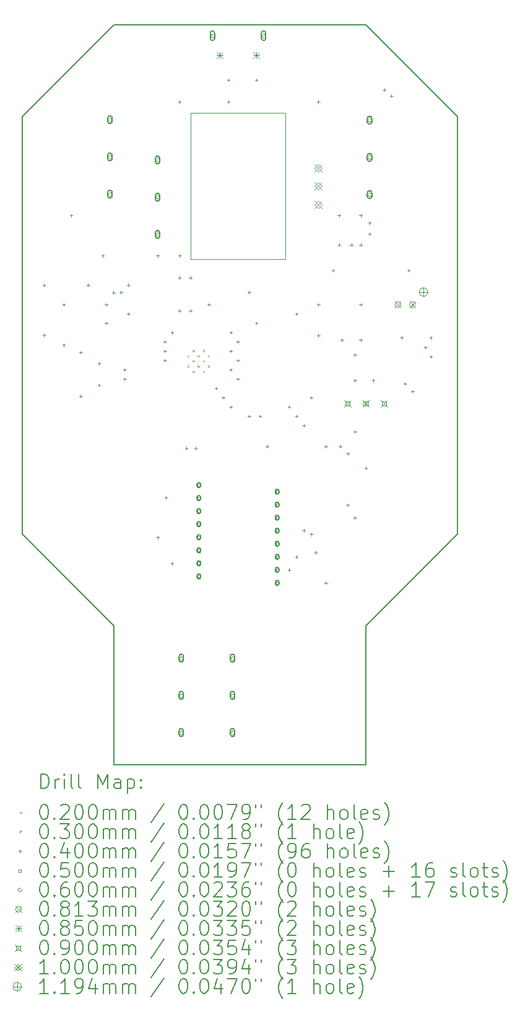
<source format=gbr>
%TF.GenerationSoftware,KiCad,Pcbnew,7.0.7*%
%TF.CreationDate,2023-11-26T12:30:26-07:00*%
%TF.ProjectId,mouse,6d6f7573-652e-46b6-9963-61645f706362,rev?*%
%TF.SameCoordinates,Original*%
%TF.FileFunction,Drillmap*%
%TF.FilePolarity,Positive*%
%FSLAX45Y45*%
G04 Gerber Fmt 4.5, Leading zero omitted, Abs format (unit mm)*
G04 Created by KiCad (PCBNEW 7.0.7) date 2023-11-26 12:30:26*
%MOMM*%
%LPD*%
G01*
G04 APERTURE LIST*
%ADD10C,0.200000*%
%ADD11C,0.100000*%
%ADD12C,0.020000*%
%ADD13C,0.030000*%
%ADD14C,0.040000*%
%ADD15C,0.050000*%
%ADD16C,0.060000*%
%ADD17C,0.081280*%
%ADD18C,0.085000*%
%ADD19C,0.090000*%
%ADD20C,0.119380*%
G04 APERTURE END LIST*
D10*
X25120000Y-4595000D02*
X25120000Y-10295000D01*
X23870000Y-11545000D01*
X23870000Y-13445000D01*
X20420000Y-13445000D01*
X20420000Y-11545000D01*
X19170000Y-10295000D01*
X19170000Y-4595000D01*
X20420000Y-3345000D01*
X23870000Y-3345000D01*
X25120000Y-4595000D01*
D11*
X21470000Y-4545000D02*
X22770000Y-4545000D01*
X22770000Y-6545000D01*
X21470000Y-6545000D01*
X21470000Y-4545000D01*
D10*
D12*
X21430000Y-7852000D02*
X21450000Y-7872000D01*
X21450000Y-7852000D02*
X21430000Y-7872000D01*
X21430000Y-7992000D02*
X21450000Y-8012000D01*
X21450000Y-7992000D02*
X21430000Y-8012000D01*
X21500000Y-7782000D02*
X21520000Y-7802000D01*
X21520000Y-7782000D02*
X21500000Y-7802000D01*
X21500000Y-7922000D02*
X21520000Y-7942000D01*
X21520000Y-7922000D02*
X21500000Y-7942000D01*
X21500000Y-8062000D02*
X21520000Y-8082000D01*
X21520000Y-8062000D02*
X21500000Y-8082000D01*
X21570000Y-7852000D02*
X21590000Y-7872000D01*
X21590000Y-7852000D02*
X21570000Y-7872000D01*
X21570000Y-7992000D02*
X21590000Y-8012000D01*
X21590000Y-7992000D02*
X21570000Y-8012000D01*
X21640000Y-7782000D02*
X21660000Y-7802000D01*
X21660000Y-7782000D02*
X21640000Y-7802000D01*
X21640000Y-7922000D02*
X21660000Y-7942000D01*
X21660000Y-7922000D02*
X21640000Y-7942000D01*
X21640000Y-8062000D02*
X21660000Y-8082000D01*
X21660000Y-8062000D02*
X21640000Y-8082000D01*
X21710000Y-7852000D02*
X21730000Y-7872000D01*
X21730000Y-7852000D02*
X21710000Y-7872000D01*
X21710000Y-7992000D02*
X21730000Y-8012000D01*
X21730000Y-7992000D02*
X21710000Y-8012000D01*
D13*
X24422500Y-8245000D02*
G75*
G03*
X24422500Y-8245000I-15000J0D01*
G01*
D14*
X19470000Y-6875000D02*
X19470000Y-6915000D01*
X19450000Y-6895000D02*
X19490000Y-6895000D01*
X19470000Y-7557000D02*
X19470000Y-7597000D01*
X19450000Y-7577000D02*
X19490000Y-7577000D01*
X19738000Y-7140000D02*
X19738000Y-7180000D01*
X19718000Y-7160000D02*
X19758000Y-7160000D01*
X19738000Y-7692000D02*
X19738000Y-7732000D01*
X19718000Y-7712000D02*
X19758000Y-7712000D01*
X19838000Y-5925000D02*
X19838000Y-5965000D01*
X19818000Y-5945000D02*
X19858000Y-5945000D01*
X19970000Y-7792000D02*
X19970000Y-7832000D01*
X19950000Y-7812000D02*
X19990000Y-7812000D01*
X19970000Y-8392000D02*
X19970000Y-8432000D01*
X19950000Y-8412000D02*
X19990000Y-8412000D01*
X20070000Y-6875000D02*
X20070000Y-6915000D01*
X20050000Y-6895000D02*
X20090000Y-6895000D01*
X20220000Y-7942000D02*
X20220000Y-7982000D01*
X20200000Y-7962000D02*
X20240000Y-7962000D01*
X20220000Y-8242000D02*
X20220000Y-8282000D01*
X20200000Y-8262000D02*
X20240000Y-8262000D01*
X20270000Y-6475000D02*
X20270000Y-6515000D01*
X20250000Y-6495000D02*
X20290000Y-6495000D01*
X20320000Y-7140000D02*
X20320000Y-7180000D01*
X20300000Y-7160000D02*
X20340000Y-7160000D01*
X20320000Y-7394000D02*
X20320000Y-7434000D01*
X20300000Y-7414000D02*
X20340000Y-7414000D01*
X20418770Y-6976230D02*
X20418770Y-7016230D01*
X20398770Y-6996230D02*
X20438770Y-6996230D01*
X20520000Y-6975000D02*
X20520000Y-7015000D01*
X20500000Y-6995000D02*
X20540000Y-6995000D01*
X20570000Y-8029000D02*
X20570000Y-8069000D01*
X20550000Y-8049000D02*
X20590000Y-8049000D01*
X20570000Y-8156000D02*
X20570000Y-8196000D01*
X20550000Y-8176000D02*
X20590000Y-8176000D01*
X20620000Y-6875000D02*
X20620000Y-6915000D01*
X20600000Y-6895000D02*
X20640000Y-6895000D01*
X20620000Y-7267000D02*
X20620000Y-7307000D01*
X20600000Y-7287000D02*
X20640000Y-7287000D01*
X21020000Y-6475000D02*
X21020000Y-6515000D01*
X21000000Y-6495000D02*
X21040000Y-6495000D01*
X21020000Y-10316750D02*
X21020000Y-10356750D01*
X21000000Y-10336750D02*
X21040000Y-10336750D01*
X21120000Y-7648000D02*
X21120000Y-7688000D01*
X21100000Y-7668000D02*
X21140000Y-7668000D01*
X21120000Y-7775000D02*
X21120000Y-7815000D01*
X21100000Y-7795000D02*
X21140000Y-7795000D01*
X21120000Y-7902000D02*
X21120000Y-7942000D01*
X21100000Y-7922000D02*
X21140000Y-7922000D01*
X21133750Y-9775000D02*
X21133750Y-9815000D01*
X21113750Y-9795000D02*
X21153750Y-9795000D01*
X21220000Y-7525000D02*
X21220000Y-7565000D01*
X21200000Y-7545000D02*
X21240000Y-7545000D01*
X21220000Y-10675000D02*
X21220000Y-10715000D01*
X21200000Y-10695000D02*
X21240000Y-10695000D01*
X21320000Y-4375000D02*
X21320000Y-4415000D01*
X21300000Y-4395000D02*
X21340000Y-4395000D01*
X21320000Y-6475000D02*
X21320000Y-6515000D01*
X21300000Y-6495000D02*
X21340000Y-6495000D01*
X21320000Y-6775000D02*
X21320000Y-6815000D01*
X21300000Y-6795000D02*
X21340000Y-6795000D01*
X21320000Y-7225000D02*
X21320000Y-7265000D01*
X21300000Y-7245000D02*
X21340000Y-7245000D01*
X21412500Y-9102550D02*
X21412500Y-9142550D01*
X21392500Y-9122550D02*
X21432500Y-9122550D01*
X21470000Y-6775000D02*
X21470000Y-6815000D01*
X21450000Y-6795000D02*
X21490000Y-6795000D01*
X21470000Y-7225000D02*
X21470000Y-7265000D01*
X21450000Y-7245000D02*
X21490000Y-7245000D01*
X21539500Y-9102550D02*
X21539500Y-9142550D01*
X21519500Y-9122550D02*
X21559500Y-9122550D01*
X21720000Y-7140000D02*
X21720000Y-7180000D01*
X21700000Y-7160000D02*
X21740000Y-7160000D01*
X21820000Y-8283000D02*
X21820000Y-8323000D01*
X21800000Y-8303000D02*
X21840000Y-8303000D01*
X21920000Y-8410000D02*
X21920000Y-8450000D01*
X21900000Y-8430000D02*
X21940000Y-8430000D01*
X21990000Y-4075000D02*
X21990000Y-4115000D01*
X21970000Y-4095000D02*
X22010000Y-4095000D01*
X21990000Y-4375000D02*
X21990000Y-4415000D01*
X21970000Y-4395000D02*
X22010000Y-4395000D01*
X22020000Y-7775000D02*
X22020000Y-7815000D01*
X22000000Y-7795000D02*
X22040000Y-7795000D01*
X22020000Y-8029000D02*
X22020000Y-8069000D01*
X22000000Y-8049000D02*
X22040000Y-8049000D01*
X22020000Y-8537000D02*
X22020000Y-8577000D01*
X22000000Y-8557000D02*
X22040000Y-8557000D01*
X22024000Y-7521000D02*
X22024000Y-7561000D01*
X22004000Y-7541000D02*
X22044000Y-7541000D01*
X22120000Y-7648000D02*
X22120000Y-7688000D01*
X22100000Y-7668000D02*
X22140000Y-7668000D01*
X22120000Y-7902000D02*
X22120000Y-7942000D01*
X22100000Y-7922000D02*
X22140000Y-7922000D01*
X22120000Y-8156000D02*
X22120000Y-8196000D01*
X22100000Y-8176000D02*
X22140000Y-8176000D01*
X22270000Y-6975000D02*
X22270000Y-7015000D01*
X22250000Y-6995000D02*
X22290000Y-6995000D01*
X22270000Y-8664000D02*
X22270000Y-8704000D01*
X22250000Y-8684000D02*
X22290000Y-8684000D01*
X22370000Y-4075000D02*
X22370000Y-4115000D01*
X22350000Y-4095000D02*
X22390000Y-4095000D01*
X22370000Y-7394000D02*
X22370000Y-7434000D01*
X22350000Y-7414000D02*
X22390000Y-7414000D01*
X22420000Y-8664000D02*
X22420000Y-8704000D01*
X22400000Y-8684000D02*
X22440000Y-8684000D01*
X22520000Y-9075000D02*
X22520000Y-9115000D01*
X22500000Y-9095000D02*
X22540000Y-9095000D01*
X22820000Y-8537000D02*
X22820000Y-8577000D01*
X22800000Y-8557000D02*
X22840000Y-8557000D01*
X22820000Y-10761750D02*
X22820000Y-10801750D01*
X22800000Y-10781750D02*
X22840000Y-10781750D01*
X22920000Y-7267000D02*
X22920000Y-7307000D01*
X22900000Y-7287000D02*
X22940000Y-7287000D01*
X22920000Y-8664000D02*
X22920000Y-8704000D01*
X22900000Y-8684000D02*
X22940000Y-8684000D01*
X22920000Y-10583750D02*
X22920000Y-10623750D01*
X22900000Y-10603750D02*
X22940000Y-10603750D01*
X23020000Y-8792000D02*
X23020000Y-8832000D01*
X23000000Y-8812000D02*
X23040000Y-8812000D01*
X23020000Y-10225000D02*
X23020000Y-10265000D01*
X23000000Y-10245000D02*
X23040000Y-10245000D01*
X23120000Y-8410000D02*
X23120000Y-8450000D01*
X23100000Y-8430000D02*
X23140000Y-8430000D01*
X23120000Y-10275000D02*
X23120000Y-10315000D01*
X23100000Y-10295000D02*
X23140000Y-10295000D01*
X23184000Y-10525000D02*
X23184000Y-10565000D01*
X23164000Y-10545000D02*
X23204000Y-10545000D01*
X23220000Y-4375000D02*
X23220000Y-4415000D01*
X23200000Y-4395000D02*
X23240000Y-4395000D01*
X23220000Y-7140000D02*
X23220000Y-7180000D01*
X23200000Y-7160000D02*
X23240000Y-7160000D01*
X23220000Y-7561000D02*
X23220000Y-7601000D01*
X23200000Y-7581000D02*
X23240000Y-7581000D01*
X23320000Y-9075000D02*
X23320000Y-9115000D01*
X23300000Y-9095000D02*
X23340000Y-9095000D01*
X23320000Y-10939750D02*
X23320000Y-10979750D01*
X23300000Y-10959750D02*
X23340000Y-10959750D01*
X23420000Y-6675000D02*
X23420000Y-6715000D01*
X23400000Y-6695000D02*
X23440000Y-6695000D01*
X23502000Y-5925000D02*
X23502000Y-5965000D01*
X23482000Y-5945000D02*
X23522000Y-5945000D01*
X23502000Y-6325000D02*
X23502000Y-6365000D01*
X23482000Y-6345000D02*
X23522000Y-6345000D01*
X23520000Y-9075000D02*
X23520000Y-9115000D01*
X23500000Y-9095000D02*
X23540000Y-9095000D01*
X23540460Y-7625000D02*
X23540460Y-7665000D01*
X23520460Y-7645000D02*
X23560460Y-7645000D01*
X23620000Y-9175000D02*
X23620000Y-9215000D01*
X23600000Y-9195000D02*
X23640000Y-9195000D01*
X23620000Y-9875000D02*
X23620000Y-9915000D01*
X23600000Y-9895000D02*
X23640000Y-9895000D01*
X23670000Y-6325000D02*
X23670000Y-6365000D01*
X23650000Y-6345000D02*
X23690000Y-6345000D01*
X23720000Y-7825000D02*
X23720000Y-7865000D01*
X23700000Y-7845000D02*
X23740000Y-7845000D01*
X23720000Y-8175000D02*
X23720000Y-8215000D01*
X23700000Y-8195000D02*
X23740000Y-8195000D01*
X23720000Y-8875000D02*
X23720000Y-8915000D01*
X23700000Y-8895000D02*
X23740000Y-8895000D01*
X23720000Y-10049750D02*
X23720000Y-10089750D01*
X23700000Y-10069750D02*
X23740000Y-10069750D01*
X23799540Y-5925000D02*
X23799540Y-5965000D01*
X23779540Y-5945000D02*
X23819540Y-5945000D01*
X23799540Y-6325000D02*
X23799540Y-6365000D01*
X23779540Y-6345000D02*
X23819540Y-6345000D01*
X23799540Y-7140000D02*
X23799540Y-7180000D01*
X23779540Y-7160000D02*
X23819540Y-7160000D01*
X23799540Y-7625000D02*
X23799540Y-7665000D01*
X23779540Y-7645000D02*
X23819540Y-7645000D01*
X23870000Y-9375000D02*
X23870000Y-9415000D01*
X23850000Y-9395000D02*
X23890000Y-9395000D01*
X23920000Y-6025000D02*
X23920000Y-6065000D01*
X23900000Y-6045000D02*
X23940000Y-6045000D01*
X23920000Y-6175000D02*
X23920000Y-6215000D01*
X23900000Y-6195000D02*
X23940000Y-6195000D01*
X23970000Y-8175000D02*
X23970000Y-8215000D01*
X23950000Y-8195000D02*
X23990000Y-8195000D01*
X24120000Y-4208500D02*
X24120000Y-4248500D01*
X24100000Y-4228500D02*
X24140000Y-4228500D01*
X24220000Y-4293000D02*
X24220000Y-4333000D01*
X24200000Y-4313000D02*
X24240000Y-4313000D01*
X24357500Y-7593000D02*
X24357500Y-7633000D01*
X24337500Y-7613000D02*
X24377500Y-7613000D01*
X24452000Y-6675000D02*
X24452000Y-6715000D01*
X24432000Y-6695000D02*
X24472000Y-6695000D01*
X24507500Y-8325000D02*
X24507500Y-8365000D01*
X24487500Y-8345000D02*
X24527500Y-8345000D01*
X24685050Y-7725000D02*
X24685050Y-7765000D01*
X24665050Y-7745000D02*
X24705050Y-7745000D01*
X24757500Y-7593000D02*
X24757500Y-7633000D01*
X24737500Y-7613000D02*
X24777500Y-7613000D01*
X24757500Y-7851000D02*
X24757500Y-7891000D01*
X24737500Y-7871000D02*
X24777500Y-7871000D01*
D15*
X21602678Y-9642428D02*
X21602678Y-9607072D01*
X21567322Y-9607072D01*
X21567322Y-9642428D01*
X21602678Y-9642428D01*
D10*
X21560000Y-9614750D02*
X21560000Y-9634750D01*
X21560000Y-9634750D02*
G75*
G03*
X21610000Y-9634750I25000J0D01*
G01*
X21610000Y-9634750D02*
X21610000Y-9614750D01*
X21610000Y-9614750D02*
G75*
G03*
X21560000Y-9614750I-25000J0D01*
G01*
D15*
X21602678Y-9820428D02*
X21602678Y-9785072D01*
X21567322Y-9785072D01*
X21567322Y-9820428D01*
X21602678Y-9820428D01*
D10*
X21560000Y-9792750D02*
X21560000Y-9812750D01*
X21560000Y-9812750D02*
G75*
G03*
X21610000Y-9812750I25000J0D01*
G01*
X21610000Y-9812750D02*
X21610000Y-9792750D01*
X21610000Y-9792750D02*
G75*
G03*
X21560000Y-9792750I-25000J0D01*
G01*
D15*
X21602678Y-9998428D02*
X21602678Y-9963072D01*
X21567322Y-9963072D01*
X21567322Y-9998428D01*
X21602678Y-9998428D01*
D10*
X21560000Y-9970750D02*
X21560000Y-9990750D01*
X21560000Y-9990750D02*
G75*
G03*
X21610000Y-9990750I25000J0D01*
G01*
X21610000Y-9990750D02*
X21610000Y-9970750D01*
X21610000Y-9970750D02*
G75*
G03*
X21560000Y-9970750I-25000J0D01*
G01*
D15*
X21602678Y-10176428D02*
X21602678Y-10141072D01*
X21567322Y-10141072D01*
X21567322Y-10176428D01*
X21602678Y-10176428D01*
D10*
X21560000Y-10148750D02*
X21560000Y-10168750D01*
X21560000Y-10168750D02*
G75*
G03*
X21610000Y-10168750I25000J0D01*
G01*
X21610000Y-10168750D02*
X21610000Y-10148750D01*
X21610000Y-10148750D02*
G75*
G03*
X21560000Y-10148750I-25000J0D01*
G01*
D15*
X21602678Y-10354428D02*
X21602678Y-10319072D01*
X21567322Y-10319072D01*
X21567322Y-10354428D01*
X21602678Y-10354428D01*
D10*
X21560000Y-10326750D02*
X21560000Y-10346750D01*
X21560000Y-10346750D02*
G75*
G03*
X21610000Y-10346750I25000J0D01*
G01*
X21610000Y-10346750D02*
X21610000Y-10326750D01*
X21610000Y-10326750D02*
G75*
G03*
X21560000Y-10326750I-25000J0D01*
G01*
D15*
X21602678Y-10532428D02*
X21602678Y-10497072D01*
X21567322Y-10497072D01*
X21567322Y-10532428D01*
X21602678Y-10532428D01*
D10*
X21560000Y-10504750D02*
X21560000Y-10524750D01*
X21560000Y-10524750D02*
G75*
G03*
X21610000Y-10524750I25000J0D01*
G01*
X21610000Y-10524750D02*
X21610000Y-10504750D01*
X21610000Y-10504750D02*
G75*
G03*
X21560000Y-10504750I-25000J0D01*
G01*
D15*
X21602678Y-10710428D02*
X21602678Y-10675072D01*
X21567322Y-10675072D01*
X21567322Y-10710428D01*
X21602678Y-10710428D01*
D10*
X21560000Y-10682750D02*
X21560000Y-10702750D01*
X21560000Y-10702750D02*
G75*
G03*
X21610000Y-10702750I25000J0D01*
G01*
X21610000Y-10702750D02*
X21610000Y-10682750D01*
X21610000Y-10682750D02*
G75*
G03*
X21560000Y-10682750I-25000J0D01*
G01*
D15*
X21602678Y-10888428D02*
X21602678Y-10853072D01*
X21567322Y-10853072D01*
X21567322Y-10888428D01*
X21602678Y-10888428D01*
D10*
X21560000Y-10860750D02*
X21560000Y-10880750D01*
X21560000Y-10880750D02*
G75*
G03*
X21610000Y-10880750I25000J0D01*
G01*
X21610000Y-10880750D02*
X21610000Y-10860750D01*
X21610000Y-10860750D02*
G75*
G03*
X21560000Y-10860750I-25000J0D01*
G01*
D15*
X22672678Y-9731428D02*
X22672678Y-9696072D01*
X22637322Y-9696072D01*
X22637322Y-9731428D01*
X22672678Y-9731428D01*
D10*
X22630000Y-9703750D02*
X22630000Y-9723750D01*
X22630000Y-9723750D02*
G75*
G03*
X22680000Y-9723750I25000J0D01*
G01*
X22680000Y-9723750D02*
X22680000Y-9703750D01*
X22680000Y-9703750D02*
G75*
G03*
X22630000Y-9703750I-25000J0D01*
G01*
D15*
X22672678Y-9909428D02*
X22672678Y-9874072D01*
X22637322Y-9874072D01*
X22637322Y-9909428D01*
X22672678Y-9909428D01*
D10*
X22630000Y-9881750D02*
X22630000Y-9901750D01*
X22630000Y-9901750D02*
G75*
G03*
X22680000Y-9901750I25000J0D01*
G01*
X22680000Y-9901750D02*
X22680000Y-9881750D01*
X22680000Y-9881750D02*
G75*
G03*
X22630000Y-9881750I-25000J0D01*
G01*
D15*
X22672678Y-10087428D02*
X22672678Y-10052072D01*
X22637322Y-10052072D01*
X22637322Y-10087428D01*
X22672678Y-10087428D01*
D10*
X22630000Y-10059750D02*
X22630000Y-10079750D01*
X22630000Y-10079750D02*
G75*
G03*
X22680000Y-10079750I25000J0D01*
G01*
X22680000Y-10079750D02*
X22680000Y-10059750D01*
X22680000Y-10059750D02*
G75*
G03*
X22630000Y-10059750I-25000J0D01*
G01*
D15*
X22672678Y-10265428D02*
X22672678Y-10230072D01*
X22637322Y-10230072D01*
X22637322Y-10265428D01*
X22672678Y-10265428D01*
D10*
X22630000Y-10237750D02*
X22630000Y-10257750D01*
X22630000Y-10257750D02*
G75*
G03*
X22680000Y-10257750I25000J0D01*
G01*
X22680000Y-10257750D02*
X22680000Y-10237750D01*
X22680000Y-10237750D02*
G75*
G03*
X22630000Y-10237750I-25000J0D01*
G01*
D15*
X22672678Y-10443428D02*
X22672678Y-10408072D01*
X22637322Y-10408072D01*
X22637322Y-10443428D01*
X22672678Y-10443428D01*
D10*
X22630000Y-10415750D02*
X22630000Y-10435750D01*
X22630000Y-10435750D02*
G75*
G03*
X22680000Y-10435750I25000J0D01*
G01*
X22680000Y-10435750D02*
X22680000Y-10415750D01*
X22680000Y-10415750D02*
G75*
G03*
X22630000Y-10415750I-25000J0D01*
G01*
D15*
X22672678Y-10621428D02*
X22672678Y-10586072D01*
X22637322Y-10586072D01*
X22637322Y-10621428D01*
X22672678Y-10621428D01*
D10*
X22630000Y-10593750D02*
X22630000Y-10613750D01*
X22630000Y-10613750D02*
G75*
G03*
X22680000Y-10613750I25000J0D01*
G01*
X22680000Y-10613750D02*
X22680000Y-10593750D01*
X22680000Y-10593750D02*
G75*
G03*
X22630000Y-10593750I-25000J0D01*
G01*
D15*
X22672678Y-10799428D02*
X22672678Y-10764072D01*
X22637322Y-10764072D01*
X22637322Y-10799428D01*
X22672678Y-10799428D01*
D10*
X22630000Y-10771750D02*
X22630000Y-10791750D01*
X22630000Y-10791750D02*
G75*
G03*
X22680000Y-10791750I25000J0D01*
G01*
X22680000Y-10791750D02*
X22680000Y-10771750D01*
X22680000Y-10771750D02*
G75*
G03*
X22630000Y-10771750I-25000J0D01*
G01*
D15*
X22672678Y-10977428D02*
X22672678Y-10942072D01*
X22637322Y-10942072D01*
X22637322Y-10977428D01*
X22672678Y-10977428D01*
D10*
X22630000Y-10949750D02*
X22630000Y-10969750D01*
X22630000Y-10969750D02*
G75*
G03*
X22680000Y-10969750I25000J0D01*
G01*
X22680000Y-10969750D02*
X22680000Y-10949750D01*
X22680000Y-10949750D02*
G75*
G03*
X22630000Y-10949750I-25000J0D01*
G01*
D16*
X20370000Y-4667000D02*
X20400000Y-4637000D01*
X20370000Y-4607000D01*
X20340000Y-4637000D01*
X20370000Y-4667000D01*
D10*
X20340000Y-4612000D02*
X20340000Y-4662000D01*
X20340000Y-4662000D02*
G75*
G03*
X20400000Y-4662000I30000J0D01*
G01*
X20400000Y-4662000D02*
X20400000Y-4612000D01*
X20400000Y-4612000D02*
G75*
G03*
X20340000Y-4612000I-30000J0D01*
G01*
D16*
X20370000Y-5175000D02*
X20400000Y-5145000D01*
X20370000Y-5115000D01*
X20340000Y-5145000D01*
X20370000Y-5175000D01*
D10*
X20340000Y-5120000D02*
X20340000Y-5170000D01*
X20340000Y-5170000D02*
G75*
G03*
X20400000Y-5170000I30000J0D01*
G01*
X20400000Y-5170000D02*
X20400000Y-5120000D01*
X20400000Y-5120000D02*
G75*
G03*
X20340000Y-5120000I-30000J0D01*
G01*
D16*
X20370000Y-5683000D02*
X20400000Y-5653000D01*
X20370000Y-5623000D01*
X20340000Y-5653000D01*
X20370000Y-5683000D01*
D10*
X20340000Y-5628000D02*
X20340000Y-5678000D01*
X20340000Y-5678000D02*
G75*
G03*
X20400000Y-5678000I30000J0D01*
G01*
X20400000Y-5678000D02*
X20400000Y-5628000D01*
X20400000Y-5628000D02*
G75*
G03*
X20340000Y-5628000I-30000J0D01*
G01*
D16*
X21020000Y-5217000D02*
X21050000Y-5187000D01*
X21020000Y-5157000D01*
X20990000Y-5187000D01*
X21020000Y-5217000D01*
D10*
X20990000Y-5162000D02*
X20990000Y-5212000D01*
X20990000Y-5212000D02*
G75*
G03*
X21050000Y-5212000I30000J0D01*
G01*
X21050000Y-5212000D02*
X21050000Y-5162000D01*
X21050000Y-5162000D02*
G75*
G03*
X20990000Y-5162000I-30000J0D01*
G01*
D16*
X21020000Y-5725000D02*
X21050000Y-5695000D01*
X21020000Y-5665000D01*
X20990000Y-5695000D01*
X21020000Y-5725000D01*
D10*
X20990000Y-5670000D02*
X20990000Y-5720000D01*
X20990000Y-5720000D02*
G75*
G03*
X21050000Y-5720000I30000J0D01*
G01*
X21050000Y-5720000D02*
X21050000Y-5670000D01*
X21050000Y-5670000D02*
G75*
G03*
X20990000Y-5670000I-30000J0D01*
G01*
D16*
X21020000Y-6233000D02*
X21050000Y-6203000D01*
X21020000Y-6173000D01*
X20990000Y-6203000D01*
X21020000Y-6233000D01*
D10*
X20990000Y-6178000D02*
X20990000Y-6228000D01*
X20990000Y-6228000D02*
G75*
G03*
X21050000Y-6228000I30000J0D01*
G01*
X21050000Y-6228000D02*
X21050000Y-6178000D01*
X21050000Y-6178000D02*
G75*
G03*
X20990000Y-6178000I-30000J0D01*
G01*
D16*
X21345000Y-12017000D02*
X21375000Y-11987000D01*
X21345000Y-11957000D01*
X21315000Y-11987000D01*
X21345000Y-12017000D01*
D10*
X21315000Y-11962000D02*
X21315000Y-12012000D01*
X21315000Y-12012000D02*
G75*
G03*
X21375000Y-12012000I30000J0D01*
G01*
X21375000Y-12012000D02*
X21375000Y-11962000D01*
X21375000Y-11962000D02*
G75*
G03*
X21315000Y-11962000I-30000J0D01*
G01*
D16*
X21345000Y-12525000D02*
X21375000Y-12495000D01*
X21345000Y-12465000D01*
X21315000Y-12495000D01*
X21345000Y-12525000D01*
D10*
X21315000Y-12470000D02*
X21315000Y-12520000D01*
X21315000Y-12520000D02*
G75*
G03*
X21375000Y-12520000I30000J0D01*
G01*
X21375000Y-12520000D02*
X21375000Y-12470000D01*
X21375000Y-12470000D02*
G75*
G03*
X21315000Y-12470000I-30000J0D01*
G01*
D16*
X21345000Y-13033000D02*
X21375000Y-13003000D01*
X21345000Y-12973000D01*
X21315000Y-13003000D01*
X21345000Y-13033000D01*
D10*
X21315000Y-12978000D02*
X21315000Y-13028000D01*
X21315000Y-13028000D02*
G75*
G03*
X21375000Y-13028000I30000J0D01*
G01*
X21375000Y-13028000D02*
X21375000Y-12978000D01*
X21375000Y-12978000D02*
G75*
G03*
X21315000Y-12978000I-30000J0D01*
G01*
D16*
X21770000Y-3520000D02*
X21800000Y-3490000D01*
X21770000Y-3460000D01*
X21740000Y-3490000D01*
X21770000Y-3520000D01*
D10*
X21800000Y-3525000D02*
X21800000Y-3455000D01*
X21800000Y-3455000D02*
G75*
G03*
X21740000Y-3455000I-30000J0D01*
G01*
X21740000Y-3455000D02*
X21740000Y-3525000D01*
X21740000Y-3525000D02*
G75*
G03*
X21800000Y-3525000I30000J0D01*
G01*
D16*
X22045000Y-12017000D02*
X22075000Y-11987000D01*
X22045000Y-11957000D01*
X22015000Y-11987000D01*
X22045000Y-12017000D01*
D10*
X22015000Y-11962000D02*
X22015000Y-12012000D01*
X22015000Y-12012000D02*
G75*
G03*
X22075000Y-12012000I30000J0D01*
G01*
X22075000Y-12012000D02*
X22075000Y-11962000D01*
X22075000Y-11962000D02*
G75*
G03*
X22015000Y-11962000I-30000J0D01*
G01*
D16*
X22045000Y-12525000D02*
X22075000Y-12495000D01*
X22045000Y-12465000D01*
X22015000Y-12495000D01*
X22045000Y-12525000D01*
D10*
X22015000Y-12470000D02*
X22015000Y-12520000D01*
X22015000Y-12520000D02*
G75*
G03*
X22075000Y-12520000I30000J0D01*
G01*
X22075000Y-12520000D02*
X22075000Y-12470000D01*
X22075000Y-12470000D02*
G75*
G03*
X22015000Y-12470000I-30000J0D01*
G01*
D16*
X22045000Y-13033000D02*
X22075000Y-13003000D01*
X22045000Y-12973000D01*
X22015000Y-13003000D01*
X22045000Y-13033000D01*
D10*
X22015000Y-12978000D02*
X22015000Y-13028000D01*
X22015000Y-13028000D02*
G75*
G03*
X22075000Y-13028000I30000J0D01*
G01*
X22075000Y-13028000D02*
X22075000Y-12978000D01*
X22075000Y-12978000D02*
G75*
G03*
X22015000Y-12978000I-30000J0D01*
G01*
D16*
X22470000Y-3520000D02*
X22500000Y-3490000D01*
X22470000Y-3460000D01*
X22440000Y-3490000D01*
X22470000Y-3520000D01*
D10*
X22500000Y-3525000D02*
X22500000Y-3455000D01*
X22500000Y-3455000D02*
G75*
G03*
X22440000Y-3455000I-30000J0D01*
G01*
X22440000Y-3455000D02*
X22440000Y-3525000D01*
X22440000Y-3525000D02*
G75*
G03*
X22500000Y-3525000I30000J0D01*
G01*
D16*
X23920000Y-4674000D02*
X23950000Y-4644000D01*
X23920000Y-4614000D01*
X23890000Y-4644000D01*
X23920000Y-4674000D01*
D10*
X23890000Y-4619000D02*
X23890000Y-4669000D01*
X23890000Y-4669000D02*
G75*
G03*
X23950000Y-4669000I30000J0D01*
G01*
X23950000Y-4669000D02*
X23950000Y-4619000D01*
X23950000Y-4619000D02*
G75*
G03*
X23890000Y-4619000I-30000J0D01*
G01*
D16*
X23920000Y-5182000D02*
X23950000Y-5152000D01*
X23920000Y-5122000D01*
X23890000Y-5152000D01*
X23920000Y-5182000D01*
D10*
X23890000Y-5127000D02*
X23890000Y-5177000D01*
X23890000Y-5177000D02*
G75*
G03*
X23950000Y-5177000I30000J0D01*
G01*
X23950000Y-5177000D02*
X23950000Y-5127000D01*
X23950000Y-5127000D02*
G75*
G03*
X23890000Y-5127000I-30000J0D01*
G01*
D16*
X23920000Y-5690000D02*
X23950000Y-5660000D01*
X23920000Y-5630000D01*
X23890000Y-5660000D01*
X23920000Y-5690000D01*
D10*
X23890000Y-5635000D02*
X23890000Y-5685000D01*
X23890000Y-5685000D02*
G75*
G03*
X23950000Y-5685000I30000J0D01*
G01*
X23950000Y-5685000D02*
X23950000Y-5635000D01*
X23950000Y-5635000D02*
G75*
G03*
X23890000Y-5635000I-30000J0D01*
G01*
D17*
X24266860Y-7119360D02*
X24348140Y-7200640D01*
X24348140Y-7119360D02*
X24266860Y-7200640D01*
X24348140Y-7160000D02*
G75*
G03*
X24348140Y-7160000I-40640J0D01*
G01*
X24466860Y-7119360D02*
X24548140Y-7200640D01*
X24548140Y-7119360D02*
X24466860Y-7200640D01*
X24548140Y-7160000D02*
G75*
G03*
X24548140Y-7160000I-40640J0D01*
G01*
D18*
X21827500Y-3717500D02*
X21912500Y-3802500D01*
X21912500Y-3717500D02*
X21827500Y-3802500D01*
X21870000Y-3717500D02*
X21870000Y-3802500D01*
X21827500Y-3760000D02*
X21912500Y-3760000D01*
X22327500Y-3717500D02*
X22412500Y-3802500D01*
X22412500Y-3717500D02*
X22327500Y-3802500D01*
X22370000Y-3717500D02*
X22370000Y-3802500D01*
X22327500Y-3760000D02*
X22412500Y-3760000D01*
D19*
X23575000Y-8467000D02*
X23665000Y-8557000D01*
X23665000Y-8467000D02*
X23575000Y-8557000D01*
X23651820Y-8543820D02*
X23651820Y-8480180D01*
X23588180Y-8480180D01*
X23588180Y-8543820D01*
X23651820Y-8543820D01*
X23825000Y-8467000D02*
X23915000Y-8557000D01*
X23915000Y-8467000D02*
X23825000Y-8557000D01*
X23901820Y-8543820D02*
X23901820Y-8480180D01*
X23838180Y-8480180D01*
X23838180Y-8543820D01*
X23901820Y-8543820D01*
X24075000Y-8467000D02*
X24165000Y-8557000D01*
X24165000Y-8467000D02*
X24075000Y-8557000D01*
X24151820Y-8543820D02*
X24151820Y-8480180D01*
X24088180Y-8480180D01*
X24088180Y-8543820D01*
X24151820Y-8543820D01*
D11*
X23170000Y-5245000D02*
X23270000Y-5345000D01*
X23270000Y-5245000D02*
X23170000Y-5345000D01*
X23220000Y-5345000D02*
X23270000Y-5295000D01*
X23220000Y-5245000D01*
X23170000Y-5295000D01*
X23220000Y-5345000D01*
X23170000Y-5495000D02*
X23270000Y-5595000D01*
X23270000Y-5495000D02*
X23170000Y-5595000D01*
X23220000Y-5595000D02*
X23270000Y-5545000D01*
X23220000Y-5495000D01*
X23170000Y-5545000D01*
X23220000Y-5595000D01*
X23170000Y-5745000D02*
X23270000Y-5845000D01*
X23270000Y-5745000D02*
X23170000Y-5845000D01*
X23220000Y-5845000D02*
X23270000Y-5795000D01*
X23220000Y-5745000D01*
X23170000Y-5795000D01*
X23220000Y-5845000D01*
D20*
X24657500Y-6930310D02*
X24657500Y-7049690D01*
X24597810Y-6990000D02*
X24717190Y-6990000D01*
X24717190Y-6990000D02*
G75*
G03*
X24717190Y-6990000I-59690J0D01*
G01*
D10*
X19420777Y-13766484D02*
X19420777Y-13566484D01*
X19420777Y-13566484D02*
X19468396Y-13566484D01*
X19468396Y-13566484D02*
X19496967Y-13576008D01*
X19496967Y-13576008D02*
X19516015Y-13595055D01*
X19516015Y-13595055D02*
X19525539Y-13614103D01*
X19525539Y-13614103D02*
X19535063Y-13652198D01*
X19535063Y-13652198D02*
X19535063Y-13680769D01*
X19535063Y-13680769D02*
X19525539Y-13718865D01*
X19525539Y-13718865D02*
X19516015Y-13737912D01*
X19516015Y-13737912D02*
X19496967Y-13756960D01*
X19496967Y-13756960D02*
X19468396Y-13766484D01*
X19468396Y-13766484D02*
X19420777Y-13766484D01*
X19620777Y-13766484D02*
X19620777Y-13633150D01*
X19620777Y-13671246D02*
X19630301Y-13652198D01*
X19630301Y-13652198D02*
X19639824Y-13642674D01*
X19639824Y-13642674D02*
X19658872Y-13633150D01*
X19658872Y-13633150D02*
X19677920Y-13633150D01*
X19744586Y-13766484D02*
X19744586Y-13633150D01*
X19744586Y-13566484D02*
X19735063Y-13576008D01*
X19735063Y-13576008D02*
X19744586Y-13585531D01*
X19744586Y-13585531D02*
X19754110Y-13576008D01*
X19754110Y-13576008D02*
X19744586Y-13566484D01*
X19744586Y-13566484D02*
X19744586Y-13585531D01*
X19868396Y-13766484D02*
X19849348Y-13756960D01*
X19849348Y-13756960D02*
X19839824Y-13737912D01*
X19839824Y-13737912D02*
X19839824Y-13566484D01*
X19973158Y-13766484D02*
X19954110Y-13756960D01*
X19954110Y-13756960D02*
X19944586Y-13737912D01*
X19944586Y-13737912D02*
X19944586Y-13566484D01*
X20201729Y-13766484D02*
X20201729Y-13566484D01*
X20201729Y-13566484D02*
X20268396Y-13709341D01*
X20268396Y-13709341D02*
X20335063Y-13566484D01*
X20335063Y-13566484D02*
X20335063Y-13766484D01*
X20516015Y-13766484D02*
X20516015Y-13661722D01*
X20516015Y-13661722D02*
X20506491Y-13642674D01*
X20506491Y-13642674D02*
X20487444Y-13633150D01*
X20487444Y-13633150D02*
X20449348Y-13633150D01*
X20449348Y-13633150D02*
X20430301Y-13642674D01*
X20516015Y-13756960D02*
X20496967Y-13766484D01*
X20496967Y-13766484D02*
X20449348Y-13766484D01*
X20449348Y-13766484D02*
X20430301Y-13756960D01*
X20430301Y-13756960D02*
X20420777Y-13737912D01*
X20420777Y-13737912D02*
X20420777Y-13718865D01*
X20420777Y-13718865D02*
X20430301Y-13699817D01*
X20430301Y-13699817D02*
X20449348Y-13690293D01*
X20449348Y-13690293D02*
X20496967Y-13690293D01*
X20496967Y-13690293D02*
X20516015Y-13680769D01*
X20611253Y-13633150D02*
X20611253Y-13833150D01*
X20611253Y-13642674D02*
X20630301Y-13633150D01*
X20630301Y-13633150D02*
X20668396Y-13633150D01*
X20668396Y-13633150D02*
X20687444Y-13642674D01*
X20687444Y-13642674D02*
X20696967Y-13652198D01*
X20696967Y-13652198D02*
X20706491Y-13671246D01*
X20706491Y-13671246D02*
X20706491Y-13728388D01*
X20706491Y-13728388D02*
X20696967Y-13747436D01*
X20696967Y-13747436D02*
X20687444Y-13756960D01*
X20687444Y-13756960D02*
X20668396Y-13766484D01*
X20668396Y-13766484D02*
X20630301Y-13766484D01*
X20630301Y-13766484D02*
X20611253Y-13756960D01*
X20792205Y-13747436D02*
X20801729Y-13756960D01*
X20801729Y-13756960D02*
X20792205Y-13766484D01*
X20792205Y-13766484D02*
X20782682Y-13756960D01*
X20782682Y-13756960D02*
X20792205Y-13747436D01*
X20792205Y-13747436D02*
X20792205Y-13766484D01*
X20792205Y-13642674D02*
X20801729Y-13652198D01*
X20801729Y-13652198D02*
X20792205Y-13661722D01*
X20792205Y-13661722D02*
X20782682Y-13652198D01*
X20782682Y-13652198D02*
X20792205Y-13642674D01*
X20792205Y-13642674D02*
X20792205Y-13661722D01*
D12*
X19140000Y-14085000D02*
X19160000Y-14105000D01*
X19160000Y-14085000D02*
X19140000Y-14105000D01*
D10*
X19458872Y-13986484D02*
X19477920Y-13986484D01*
X19477920Y-13986484D02*
X19496967Y-13996008D01*
X19496967Y-13996008D02*
X19506491Y-14005531D01*
X19506491Y-14005531D02*
X19516015Y-14024579D01*
X19516015Y-14024579D02*
X19525539Y-14062674D01*
X19525539Y-14062674D02*
X19525539Y-14110293D01*
X19525539Y-14110293D02*
X19516015Y-14148388D01*
X19516015Y-14148388D02*
X19506491Y-14167436D01*
X19506491Y-14167436D02*
X19496967Y-14176960D01*
X19496967Y-14176960D02*
X19477920Y-14186484D01*
X19477920Y-14186484D02*
X19458872Y-14186484D01*
X19458872Y-14186484D02*
X19439824Y-14176960D01*
X19439824Y-14176960D02*
X19430301Y-14167436D01*
X19430301Y-14167436D02*
X19420777Y-14148388D01*
X19420777Y-14148388D02*
X19411253Y-14110293D01*
X19411253Y-14110293D02*
X19411253Y-14062674D01*
X19411253Y-14062674D02*
X19420777Y-14024579D01*
X19420777Y-14024579D02*
X19430301Y-14005531D01*
X19430301Y-14005531D02*
X19439824Y-13996008D01*
X19439824Y-13996008D02*
X19458872Y-13986484D01*
X19611253Y-14167436D02*
X19620777Y-14176960D01*
X19620777Y-14176960D02*
X19611253Y-14186484D01*
X19611253Y-14186484D02*
X19601729Y-14176960D01*
X19601729Y-14176960D02*
X19611253Y-14167436D01*
X19611253Y-14167436D02*
X19611253Y-14186484D01*
X19696967Y-14005531D02*
X19706491Y-13996008D01*
X19706491Y-13996008D02*
X19725539Y-13986484D01*
X19725539Y-13986484D02*
X19773158Y-13986484D01*
X19773158Y-13986484D02*
X19792205Y-13996008D01*
X19792205Y-13996008D02*
X19801729Y-14005531D01*
X19801729Y-14005531D02*
X19811253Y-14024579D01*
X19811253Y-14024579D02*
X19811253Y-14043627D01*
X19811253Y-14043627D02*
X19801729Y-14072198D01*
X19801729Y-14072198D02*
X19687444Y-14186484D01*
X19687444Y-14186484D02*
X19811253Y-14186484D01*
X19935063Y-13986484D02*
X19954110Y-13986484D01*
X19954110Y-13986484D02*
X19973158Y-13996008D01*
X19973158Y-13996008D02*
X19982682Y-14005531D01*
X19982682Y-14005531D02*
X19992205Y-14024579D01*
X19992205Y-14024579D02*
X20001729Y-14062674D01*
X20001729Y-14062674D02*
X20001729Y-14110293D01*
X20001729Y-14110293D02*
X19992205Y-14148388D01*
X19992205Y-14148388D02*
X19982682Y-14167436D01*
X19982682Y-14167436D02*
X19973158Y-14176960D01*
X19973158Y-14176960D02*
X19954110Y-14186484D01*
X19954110Y-14186484D02*
X19935063Y-14186484D01*
X19935063Y-14186484D02*
X19916015Y-14176960D01*
X19916015Y-14176960D02*
X19906491Y-14167436D01*
X19906491Y-14167436D02*
X19896967Y-14148388D01*
X19896967Y-14148388D02*
X19887444Y-14110293D01*
X19887444Y-14110293D02*
X19887444Y-14062674D01*
X19887444Y-14062674D02*
X19896967Y-14024579D01*
X19896967Y-14024579D02*
X19906491Y-14005531D01*
X19906491Y-14005531D02*
X19916015Y-13996008D01*
X19916015Y-13996008D02*
X19935063Y-13986484D01*
X20125539Y-13986484D02*
X20144586Y-13986484D01*
X20144586Y-13986484D02*
X20163634Y-13996008D01*
X20163634Y-13996008D02*
X20173158Y-14005531D01*
X20173158Y-14005531D02*
X20182682Y-14024579D01*
X20182682Y-14024579D02*
X20192205Y-14062674D01*
X20192205Y-14062674D02*
X20192205Y-14110293D01*
X20192205Y-14110293D02*
X20182682Y-14148388D01*
X20182682Y-14148388D02*
X20173158Y-14167436D01*
X20173158Y-14167436D02*
X20163634Y-14176960D01*
X20163634Y-14176960D02*
X20144586Y-14186484D01*
X20144586Y-14186484D02*
X20125539Y-14186484D01*
X20125539Y-14186484D02*
X20106491Y-14176960D01*
X20106491Y-14176960D02*
X20096967Y-14167436D01*
X20096967Y-14167436D02*
X20087444Y-14148388D01*
X20087444Y-14148388D02*
X20077920Y-14110293D01*
X20077920Y-14110293D02*
X20077920Y-14062674D01*
X20077920Y-14062674D02*
X20087444Y-14024579D01*
X20087444Y-14024579D02*
X20096967Y-14005531D01*
X20096967Y-14005531D02*
X20106491Y-13996008D01*
X20106491Y-13996008D02*
X20125539Y-13986484D01*
X20277920Y-14186484D02*
X20277920Y-14053150D01*
X20277920Y-14072198D02*
X20287444Y-14062674D01*
X20287444Y-14062674D02*
X20306491Y-14053150D01*
X20306491Y-14053150D02*
X20335063Y-14053150D01*
X20335063Y-14053150D02*
X20354110Y-14062674D01*
X20354110Y-14062674D02*
X20363634Y-14081722D01*
X20363634Y-14081722D02*
X20363634Y-14186484D01*
X20363634Y-14081722D02*
X20373158Y-14062674D01*
X20373158Y-14062674D02*
X20392205Y-14053150D01*
X20392205Y-14053150D02*
X20420777Y-14053150D01*
X20420777Y-14053150D02*
X20439825Y-14062674D01*
X20439825Y-14062674D02*
X20449348Y-14081722D01*
X20449348Y-14081722D02*
X20449348Y-14186484D01*
X20544586Y-14186484D02*
X20544586Y-14053150D01*
X20544586Y-14072198D02*
X20554110Y-14062674D01*
X20554110Y-14062674D02*
X20573158Y-14053150D01*
X20573158Y-14053150D02*
X20601729Y-14053150D01*
X20601729Y-14053150D02*
X20620777Y-14062674D01*
X20620777Y-14062674D02*
X20630301Y-14081722D01*
X20630301Y-14081722D02*
X20630301Y-14186484D01*
X20630301Y-14081722D02*
X20639825Y-14062674D01*
X20639825Y-14062674D02*
X20658872Y-14053150D01*
X20658872Y-14053150D02*
X20687444Y-14053150D01*
X20687444Y-14053150D02*
X20706491Y-14062674D01*
X20706491Y-14062674D02*
X20716015Y-14081722D01*
X20716015Y-14081722D02*
X20716015Y-14186484D01*
X21106491Y-13976960D02*
X20935063Y-14234103D01*
X21363634Y-13986484D02*
X21382682Y-13986484D01*
X21382682Y-13986484D02*
X21401729Y-13996008D01*
X21401729Y-13996008D02*
X21411253Y-14005531D01*
X21411253Y-14005531D02*
X21420777Y-14024579D01*
X21420777Y-14024579D02*
X21430301Y-14062674D01*
X21430301Y-14062674D02*
X21430301Y-14110293D01*
X21430301Y-14110293D02*
X21420777Y-14148388D01*
X21420777Y-14148388D02*
X21411253Y-14167436D01*
X21411253Y-14167436D02*
X21401729Y-14176960D01*
X21401729Y-14176960D02*
X21382682Y-14186484D01*
X21382682Y-14186484D02*
X21363634Y-14186484D01*
X21363634Y-14186484D02*
X21344587Y-14176960D01*
X21344587Y-14176960D02*
X21335063Y-14167436D01*
X21335063Y-14167436D02*
X21325539Y-14148388D01*
X21325539Y-14148388D02*
X21316015Y-14110293D01*
X21316015Y-14110293D02*
X21316015Y-14062674D01*
X21316015Y-14062674D02*
X21325539Y-14024579D01*
X21325539Y-14024579D02*
X21335063Y-14005531D01*
X21335063Y-14005531D02*
X21344587Y-13996008D01*
X21344587Y-13996008D02*
X21363634Y-13986484D01*
X21516015Y-14167436D02*
X21525539Y-14176960D01*
X21525539Y-14176960D02*
X21516015Y-14186484D01*
X21516015Y-14186484D02*
X21506491Y-14176960D01*
X21506491Y-14176960D02*
X21516015Y-14167436D01*
X21516015Y-14167436D02*
X21516015Y-14186484D01*
X21649348Y-13986484D02*
X21668396Y-13986484D01*
X21668396Y-13986484D02*
X21687444Y-13996008D01*
X21687444Y-13996008D02*
X21696968Y-14005531D01*
X21696968Y-14005531D02*
X21706491Y-14024579D01*
X21706491Y-14024579D02*
X21716015Y-14062674D01*
X21716015Y-14062674D02*
X21716015Y-14110293D01*
X21716015Y-14110293D02*
X21706491Y-14148388D01*
X21706491Y-14148388D02*
X21696968Y-14167436D01*
X21696968Y-14167436D02*
X21687444Y-14176960D01*
X21687444Y-14176960D02*
X21668396Y-14186484D01*
X21668396Y-14186484D02*
X21649348Y-14186484D01*
X21649348Y-14186484D02*
X21630301Y-14176960D01*
X21630301Y-14176960D02*
X21620777Y-14167436D01*
X21620777Y-14167436D02*
X21611253Y-14148388D01*
X21611253Y-14148388D02*
X21601729Y-14110293D01*
X21601729Y-14110293D02*
X21601729Y-14062674D01*
X21601729Y-14062674D02*
X21611253Y-14024579D01*
X21611253Y-14024579D02*
X21620777Y-14005531D01*
X21620777Y-14005531D02*
X21630301Y-13996008D01*
X21630301Y-13996008D02*
X21649348Y-13986484D01*
X21839825Y-13986484D02*
X21858872Y-13986484D01*
X21858872Y-13986484D02*
X21877920Y-13996008D01*
X21877920Y-13996008D02*
X21887444Y-14005531D01*
X21887444Y-14005531D02*
X21896968Y-14024579D01*
X21896968Y-14024579D02*
X21906491Y-14062674D01*
X21906491Y-14062674D02*
X21906491Y-14110293D01*
X21906491Y-14110293D02*
X21896968Y-14148388D01*
X21896968Y-14148388D02*
X21887444Y-14167436D01*
X21887444Y-14167436D02*
X21877920Y-14176960D01*
X21877920Y-14176960D02*
X21858872Y-14186484D01*
X21858872Y-14186484D02*
X21839825Y-14186484D01*
X21839825Y-14186484D02*
X21820777Y-14176960D01*
X21820777Y-14176960D02*
X21811253Y-14167436D01*
X21811253Y-14167436D02*
X21801729Y-14148388D01*
X21801729Y-14148388D02*
X21792206Y-14110293D01*
X21792206Y-14110293D02*
X21792206Y-14062674D01*
X21792206Y-14062674D02*
X21801729Y-14024579D01*
X21801729Y-14024579D02*
X21811253Y-14005531D01*
X21811253Y-14005531D02*
X21820777Y-13996008D01*
X21820777Y-13996008D02*
X21839825Y-13986484D01*
X21973158Y-13986484D02*
X22106491Y-13986484D01*
X22106491Y-13986484D02*
X22020777Y-14186484D01*
X22192206Y-14186484D02*
X22230301Y-14186484D01*
X22230301Y-14186484D02*
X22249349Y-14176960D01*
X22249349Y-14176960D02*
X22258872Y-14167436D01*
X22258872Y-14167436D02*
X22277920Y-14138865D01*
X22277920Y-14138865D02*
X22287444Y-14100769D01*
X22287444Y-14100769D02*
X22287444Y-14024579D01*
X22287444Y-14024579D02*
X22277920Y-14005531D01*
X22277920Y-14005531D02*
X22268396Y-13996008D01*
X22268396Y-13996008D02*
X22249349Y-13986484D01*
X22249349Y-13986484D02*
X22211253Y-13986484D01*
X22211253Y-13986484D02*
X22192206Y-13996008D01*
X22192206Y-13996008D02*
X22182682Y-14005531D01*
X22182682Y-14005531D02*
X22173158Y-14024579D01*
X22173158Y-14024579D02*
X22173158Y-14072198D01*
X22173158Y-14072198D02*
X22182682Y-14091246D01*
X22182682Y-14091246D02*
X22192206Y-14100769D01*
X22192206Y-14100769D02*
X22211253Y-14110293D01*
X22211253Y-14110293D02*
X22249349Y-14110293D01*
X22249349Y-14110293D02*
X22268396Y-14100769D01*
X22268396Y-14100769D02*
X22277920Y-14091246D01*
X22277920Y-14091246D02*
X22287444Y-14072198D01*
X22363634Y-13986484D02*
X22363634Y-14024579D01*
X22439825Y-13986484D02*
X22439825Y-14024579D01*
X22735063Y-14262674D02*
X22725539Y-14253150D01*
X22725539Y-14253150D02*
X22706491Y-14224579D01*
X22706491Y-14224579D02*
X22696968Y-14205531D01*
X22696968Y-14205531D02*
X22687444Y-14176960D01*
X22687444Y-14176960D02*
X22677920Y-14129341D01*
X22677920Y-14129341D02*
X22677920Y-14091246D01*
X22677920Y-14091246D02*
X22687444Y-14043627D01*
X22687444Y-14043627D02*
X22696968Y-14015055D01*
X22696968Y-14015055D02*
X22706491Y-13996008D01*
X22706491Y-13996008D02*
X22725539Y-13967436D01*
X22725539Y-13967436D02*
X22735063Y-13957912D01*
X22916015Y-14186484D02*
X22801729Y-14186484D01*
X22858872Y-14186484D02*
X22858872Y-13986484D01*
X22858872Y-13986484D02*
X22839825Y-14015055D01*
X22839825Y-14015055D02*
X22820777Y-14034103D01*
X22820777Y-14034103D02*
X22801729Y-14043627D01*
X22992206Y-14005531D02*
X23001729Y-13996008D01*
X23001729Y-13996008D02*
X23020777Y-13986484D01*
X23020777Y-13986484D02*
X23068396Y-13986484D01*
X23068396Y-13986484D02*
X23087444Y-13996008D01*
X23087444Y-13996008D02*
X23096968Y-14005531D01*
X23096968Y-14005531D02*
X23106491Y-14024579D01*
X23106491Y-14024579D02*
X23106491Y-14043627D01*
X23106491Y-14043627D02*
X23096968Y-14072198D01*
X23096968Y-14072198D02*
X22982682Y-14186484D01*
X22982682Y-14186484D02*
X23106491Y-14186484D01*
X23344587Y-14186484D02*
X23344587Y-13986484D01*
X23430301Y-14186484D02*
X23430301Y-14081722D01*
X23430301Y-14081722D02*
X23420777Y-14062674D01*
X23420777Y-14062674D02*
X23401730Y-14053150D01*
X23401730Y-14053150D02*
X23373158Y-14053150D01*
X23373158Y-14053150D02*
X23354110Y-14062674D01*
X23354110Y-14062674D02*
X23344587Y-14072198D01*
X23554110Y-14186484D02*
X23535063Y-14176960D01*
X23535063Y-14176960D02*
X23525539Y-14167436D01*
X23525539Y-14167436D02*
X23516015Y-14148388D01*
X23516015Y-14148388D02*
X23516015Y-14091246D01*
X23516015Y-14091246D02*
X23525539Y-14072198D01*
X23525539Y-14072198D02*
X23535063Y-14062674D01*
X23535063Y-14062674D02*
X23554110Y-14053150D01*
X23554110Y-14053150D02*
X23582682Y-14053150D01*
X23582682Y-14053150D02*
X23601730Y-14062674D01*
X23601730Y-14062674D02*
X23611253Y-14072198D01*
X23611253Y-14072198D02*
X23620777Y-14091246D01*
X23620777Y-14091246D02*
X23620777Y-14148388D01*
X23620777Y-14148388D02*
X23611253Y-14167436D01*
X23611253Y-14167436D02*
X23601730Y-14176960D01*
X23601730Y-14176960D02*
X23582682Y-14186484D01*
X23582682Y-14186484D02*
X23554110Y-14186484D01*
X23735063Y-14186484D02*
X23716015Y-14176960D01*
X23716015Y-14176960D02*
X23706491Y-14157912D01*
X23706491Y-14157912D02*
X23706491Y-13986484D01*
X23887444Y-14176960D02*
X23868396Y-14186484D01*
X23868396Y-14186484D02*
X23830301Y-14186484D01*
X23830301Y-14186484D02*
X23811253Y-14176960D01*
X23811253Y-14176960D02*
X23801730Y-14157912D01*
X23801730Y-14157912D02*
X23801730Y-14081722D01*
X23801730Y-14081722D02*
X23811253Y-14062674D01*
X23811253Y-14062674D02*
X23830301Y-14053150D01*
X23830301Y-14053150D02*
X23868396Y-14053150D01*
X23868396Y-14053150D02*
X23887444Y-14062674D01*
X23887444Y-14062674D02*
X23896968Y-14081722D01*
X23896968Y-14081722D02*
X23896968Y-14100769D01*
X23896968Y-14100769D02*
X23801730Y-14119817D01*
X23973158Y-14176960D02*
X23992206Y-14186484D01*
X23992206Y-14186484D02*
X24030301Y-14186484D01*
X24030301Y-14186484D02*
X24049349Y-14176960D01*
X24049349Y-14176960D02*
X24058872Y-14157912D01*
X24058872Y-14157912D02*
X24058872Y-14148388D01*
X24058872Y-14148388D02*
X24049349Y-14129341D01*
X24049349Y-14129341D02*
X24030301Y-14119817D01*
X24030301Y-14119817D02*
X24001730Y-14119817D01*
X24001730Y-14119817D02*
X23982682Y-14110293D01*
X23982682Y-14110293D02*
X23973158Y-14091246D01*
X23973158Y-14091246D02*
X23973158Y-14081722D01*
X23973158Y-14081722D02*
X23982682Y-14062674D01*
X23982682Y-14062674D02*
X24001730Y-14053150D01*
X24001730Y-14053150D02*
X24030301Y-14053150D01*
X24030301Y-14053150D02*
X24049349Y-14062674D01*
X24125539Y-14262674D02*
X24135063Y-14253150D01*
X24135063Y-14253150D02*
X24154111Y-14224579D01*
X24154111Y-14224579D02*
X24163634Y-14205531D01*
X24163634Y-14205531D02*
X24173158Y-14176960D01*
X24173158Y-14176960D02*
X24182682Y-14129341D01*
X24182682Y-14129341D02*
X24182682Y-14091246D01*
X24182682Y-14091246D02*
X24173158Y-14043627D01*
X24173158Y-14043627D02*
X24163634Y-14015055D01*
X24163634Y-14015055D02*
X24154111Y-13996008D01*
X24154111Y-13996008D02*
X24135063Y-13967436D01*
X24135063Y-13967436D02*
X24125539Y-13957912D01*
D13*
X19160000Y-14359000D02*
G75*
G03*
X19160000Y-14359000I-15000J0D01*
G01*
D10*
X19458872Y-14250484D02*
X19477920Y-14250484D01*
X19477920Y-14250484D02*
X19496967Y-14260008D01*
X19496967Y-14260008D02*
X19506491Y-14269531D01*
X19506491Y-14269531D02*
X19516015Y-14288579D01*
X19516015Y-14288579D02*
X19525539Y-14326674D01*
X19525539Y-14326674D02*
X19525539Y-14374293D01*
X19525539Y-14374293D02*
X19516015Y-14412388D01*
X19516015Y-14412388D02*
X19506491Y-14431436D01*
X19506491Y-14431436D02*
X19496967Y-14440960D01*
X19496967Y-14440960D02*
X19477920Y-14450484D01*
X19477920Y-14450484D02*
X19458872Y-14450484D01*
X19458872Y-14450484D02*
X19439824Y-14440960D01*
X19439824Y-14440960D02*
X19430301Y-14431436D01*
X19430301Y-14431436D02*
X19420777Y-14412388D01*
X19420777Y-14412388D02*
X19411253Y-14374293D01*
X19411253Y-14374293D02*
X19411253Y-14326674D01*
X19411253Y-14326674D02*
X19420777Y-14288579D01*
X19420777Y-14288579D02*
X19430301Y-14269531D01*
X19430301Y-14269531D02*
X19439824Y-14260008D01*
X19439824Y-14260008D02*
X19458872Y-14250484D01*
X19611253Y-14431436D02*
X19620777Y-14440960D01*
X19620777Y-14440960D02*
X19611253Y-14450484D01*
X19611253Y-14450484D02*
X19601729Y-14440960D01*
X19601729Y-14440960D02*
X19611253Y-14431436D01*
X19611253Y-14431436D02*
X19611253Y-14450484D01*
X19687444Y-14250484D02*
X19811253Y-14250484D01*
X19811253Y-14250484D02*
X19744586Y-14326674D01*
X19744586Y-14326674D02*
X19773158Y-14326674D01*
X19773158Y-14326674D02*
X19792205Y-14336198D01*
X19792205Y-14336198D02*
X19801729Y-14345722D01*
X19801729Y-14345722D02*
X19811253Y-14364769D01*
X19811253Y-14364769D02*
X19811253Y-14412388D01*
X19811253Y-14412388D02*
X19801729Y-14431436D01*
X19801729Y-14431436D02*
X19792205Y-14440960D01*
X19792205Y-14440960D02*
X19773158Y-14450484D01*
X19773158Y-14450484D02*
X19716015Y-14450484D01*
X19716015Y-14450484D02*
X19696967Y-14440960D01*
X19696967Y-14440960D02*
X19687444Y-14431436D01*
X19935063Y-14250484D02*
X19954110Y-14250484D01*
X19954110Y-14250484D02*
X19973158Y-14260008D01*
X19973158Y-14260008D02*
X19982682Y-14269531D01*
X19982682Y-14269531D02*
X19992205Y-14288579D01*
X19992205Y-14288579D02*
X20001729Y-14326674D01*
X20001729Y-14326674D02*
X20001729Y-14374293D01*
X20001729Y-14374293D02*
X19992205Y-14412388D01*
X19992205Y-14412388D02*
X19982682Y-14431436D01*
X19982682Y-14431436D02*
X19973158Y-14440960D01*
X19973158Y-14440960D02*
X19954110Y-14450484D01*
X19954110Y-14450484D02*
X19935063Y-14450484D01*
X19935063Y-14450484D02*
X19916015Y-14440960D01*
X19916015Y-14440960D02*
X19906491Y-14431436D01*
X19906491Y-14431436D02*
X19896967Y-14412388D01*
X19896967Y-14412388D02*
X19887444Y-14374293D01*
X19887444Y-14374293D02*
X19887444Y-14326674D01*
X19887444Y-14326674D02*
X19896967Y-14288579D01*
X19896967Y-14288579D02*
X19906491Y-14269531D01*
X19906491Y-14269531D02*
X19916015Y-14260008D01*
X19916015Y-14260008D02*
X19935063Y-14250484D01*
X20125539Y-14250484D02*
X20144586Y-14250484D01*
X20144586Y-14250484D02*
X20163634Y-14260008D01*
X20163634Y-14260008D02*
X20173158Y-14269531D01*
X20173158Y-14269531D02*
X20182682Y-14288579D01*
X20182682Y-14288579D02*
X20192205Y-14326674D01*
X20192205Y-14326674D02*
X20192205Y-14374293D01*
X20192205Y-14374293D02*
X20182682Y-14412388D01*
X20182682Y-14412388D02*
X20173158Y-14431436D01*
X20173158Y-14431436D02*
X20163634Y-14440960D01*
X20163634Y-14440960D02*
X20144586Y-14450484D01*
X20144586Y-14450484D02*
X20125539Y-14450484D01*
X20125539Y-14450484D02*
X20106491Y-14440960D01*
X20106491Y-14440960D02*
X20096967Y-14431436D01*
X20096967Y-14431436D02*
X20087444Y-14412388D01*
X20087444Y-14412388D02*
X20077920Y-14374293D01*
X20077920Y-14374293D02*
X20077920Y-14326674D01*
X20077920Y-14326674D02*
X20087444Y-14288579D01*
X20087444Y-14288579D02*
X20096967Y-14269531D01*
X20096967Y-14269531D02*
X20106491Y-14260008D01*
X20106491Y-14260008D02*
X20125539Y-14250484D01*
X20277920Y-14450484D02*
X20277920Y-14317150D01*
X20277920Y-14336198D02*
X20287444Y-14326674D01*
X20287444Y-14326674D02*
X20306491Y-14317150D01*
X20306491Y-14317150D02*
X20335063Y-14317150D01*
X20335063Y-14317150D02*
X20354110Y-14326674D01*
X20354110Y-14326674D02*
X20363634Y-14345722D01*
X20363634Y-14345722D02*
X20363634Y-14450484D01*
X20363634Y-14345722D02*
X20373158Y-14326674D01*
X20373158Y-14326674D02*
X20392205Y-14317150D01*
X20392205Y-14317150D02*
X20420777Y-14317150D01*
X20420777Y-14317150D02*
X20439825Y-14326674D01*
X20439825Y-14326674D02*
X20449348Y-14345722D01*
X20449348Y-14345722D02*
X20449348Y-14450484D01*
X20544586Y-14450484D02*
X20544586Y-14317150D01*
X20544586Y-14336198D02*
X20554110Y-14326674D01*
X20554110Y-14326674D02*
X20573158Y-14317150D01*
X20573158Y-14317150D02*
X20601729Y-14317150D01*
X20601729Y-14317150D02*
X20620777Y-14326674D01*
X20620777Y-14326674D02*
X20630301Y-14345722D01*
X20630301Y-14345722D02*
X20630301Y-14450484D01*
X20630301Y-14345722D02*
X20639825Y-14326674D01*
X20639825Y-14326674D02*
X20658872Y-14317150D01*
X20658872Y-14317150D02*
X20687444Y-14317150D01*
X20687444Y-14317150D02*
X20706491Y-14326674D01*
X20706491Y-14326674D02*
X20716015Y-14345722D01*
X20716015Y-14345722D02*
X20716015Y-14450484D01*
X21106491Y-14240960D02*
X20935063Y-14498103D01*
X21363634Y-14250484D02*
X21382682Y-14250484D01*
X21382682Y-14250484D02*
X21401729Y-14260008D01*
X21401729Y-14260008D02*
X21411253Y-14269531D01*
X21411253Y-14269531D02*
X21420777Y-14288579D01*
X21420777Y-14288579D02*
X21430301Y-14326674D01*
X21430301Y-14326674D02*
X21430301Y-14374293D01*
X21430301Y-14374293D02*
X21420777Y-14412388D01*
X21420777Y-14412388D02*
X21411253Y-14431436D01*
X21411253Y-14431436D02*
X21401729Y-14440960D01*
X21401729Y-14440960D02*
X21382682Y-14450484D01*
X21382682Y-14450484D02*
X21363634Y-14450484D01*
X21363634Y-14450484D02*
X21344587Y-14440960D01*
X21344587Y-14440960D02*
X21335063Y-14431436D01*
X21335063Y-14431436D02*
X21325539Y-14412388D01*
X21325539Y-14412388D02*
X21316015Y-14374293D01*
X21316015Y-14374293D02*
X21316015Y-14326674D01*
X21316015Y-14326674D02*
X21325539Y-14288579D01*
X21325539Y-14288579D02*
X21335063Y-14269531D01*
X21335063Y-14269531D02*
X21344587Y-14260008D01*
X21344587Y-14260008D02*
X21363634Y-14250484D01*
X21516015Y-14431436D02*
X21525539Y-14440960D01*
X21525539Y-14440960D02*
X21516015Y-14450484D01*
X21516015Y-14450484D02*
X21506491Y-14440960D01*
X21506491Y-14440960D02*
X21516015Y-14431436D01*
X21516015Y-14431436D02*
X21516015Y-14450484D01*
X21649348Y-14250484D02*
X21668396Y-14250484D01*
X21668396Y-14250484D02*
X21687444Y-14260008D01*
X21687444Y-14260008D02*
X21696968Y-14269531D01*
X21696968Y-14269531D02*
X21706491Y-14288579D01*
X21706491Y-14288579D02*
X21716015Y-14326674D01*
X21716015Y-14326674D02*
X21716015Y-14374293D01*
X21716015Y-14374293D02*
X21706491Y-14412388D01*
X21706491Y-14412388D02*
X21696968Y-14431436D01*
X21696968Y-14431436D02*
X21687444Y-14440960D01*
X21687444Y-14440960D02*
X21668396Y-14450484D01*
X21668396Y-14450484D02*
X21649348Y-14450484D01*
X21649348Y-14450484D02*
X21630301Y-14440960D01*
X21630301Y-14440960D02*
X21620777Y-14431436D01*
X21620777Y-14431436D02*
X21611253Y-14412388D01*
X21611253Y-14412388D02*
X21601729Y-14374293D01*
X21601729Y-14374293D02*
X21601729Y-14326674D01*
X21601729Y-14326674D02*
X21611253Y-14288579D01*
X21611253Y-14288579D02*
X21620777Y-14269531D01*
X21620777Y-14269531D02*
X21630301Y-14260008D01*
X21630301Y-14260008D02*
X21649348Y-14250484D01*
X21906491Y-14450484D02*
X21792206Y-14450484D01*
X21849348Y-14450484D02*
X21849348Y-14250484D01*
X21849348Y-14250484D02*
X21830301Y-14279055D01*
X21830301Y-14279055D02*
X21811253Y-14298103D01*
X21811253Y-14298103D02*
X21792206Y-14307627D01*
X22096968Y-14450484D02*
X21982682Y-14450484D01*
X22039825Y-14450484D02*
X22039825Y-14250484D01*
X22039825Y-14250484D02*
X22020777Y-14279055D01*
X22020777Y-14279055D02*
X22001729Y-14298103D01*
X22001729Y-14298103D02*
X21982682Y-14307627D01*
X22211253Y-14336198D02*
X22192206Y-14326674D01*
X22192206Y-14326674D02*
X22182682Y-14317150D01*
X22182682Y-14317150D02*
X22173158Y-14298103D01*
X22173158Y-14298103D02*
X22173158Y-14288579D01*
X22173158Y-14288579D02*
X22182682Y-14269531D01*
X22182682Y-14269531D02*
X22192206Y-14260008D01*
X22192206Y-14260008D02*
X22211253Y-14250484D01*
X22211253Y-14250484D02*
X22249349Y-14250484D01*
X22249349Y-14250484D02*
X22268396Y-14260008D01*
X22268396Y-14260008D02*
X22277920Y-14269531D01*
X22277920Y-14269531D02*
X22287444Y-14288579D01*
X22287444Y-14288579D02*
X22287444Y-14298103D01*
X22287444Y-14298103D02*
X22277920Y-14317150D01*
X22277920Y-14317150D02*
X22268396Y-14326674D01*
X22268396Y-14326674D02*
X22249349Y-14336198D01*
X22249349Y-14336198D02*
X22211253Y-14336198D01*
X22211253Y-14336198D02*
X22192206Y-14345722D01*
X22192206Y-14345722D02*
X22182682Y-14355246D01*
X22182682Y-14355246D02*
X22173158Y-14374293D01*
X22173158Y-14374293D02*
X22173158Y-14412388D01*
X22173158Y-14412388D02*
X22182682Y-14431436D01*
X22182682Y-14431436D02*
X22192206Y-14440960D01*
X22192206Y-14440960D02*
X22211253Y-14450484D01*
X22211253Y-14450484D02*
X22249349Y-14450484D01*
X22249349Y-14450484D02*
X22268396Y-14440960D01*
X22268396Y-14440960D02*
X22277920Y-14431436D01*
X22277920Y-14431436D02*
X22287444Y-14412388D01*
X22287444Y-14412388D02*
X22287444Y-14374293D01*
X22287444Y-14374293D02*
X22277920Y-14355246D01*
X22277920Y-14355246D02*
X22268396Y-14345722D01*
X22268396Y-14345722D02*
X22249349Y-14336198D01*
X22363634Y-14250484D02*
X22363634Y-14288579D01*
X22439825Y-14250484D02*
X22439825Y-14288579D01*
X22735063Y-14526674D02*
X22725539Y-14517150D01*
X22725539Y-14517150D02*
X22706491Y-14488579D01*
X22706491Y-14488579D02*
X22696968Y-14469531D01*
X22696968Y-14469531D02*
X22687444Y-14440960D01*
X22687444Y-14440960D02*
X22677920Y-14393341D01*
X22677920Y-14393341D02*
X22677920Y-14355246D01*
X22677920Y-14355246D02*
X22687444Y-14307627D01*
X22687444Y-14307627D02*
X22696968Y-14279055D01*
X22696968Y-14279055D02*
X22706491Y-14260008D01*
X22706491Y-14260008D02*
X22725539Y-14231436D01*
X22725539Y-14231436D02*
X22735063Y-14221912D01*
X22916015Y-14450484D02*
X22801729Y-14450484D01*
X22858872Y-14450484D02*
X22858872Y-14250484D01*
X22858872Y-14250484D02*
X22839825Y-14279055D01*
X22839825Y-14279055D02*
X22820777Y-14298103D01*
X22820777Y-14298103D02*
X22801729Y-14307627D01*
X23154110Y-14450484D02*
X23154110Y-14250484D01*
X23239825Y-14450484D02*
X23239825Y-14345722D01*
X23239825Y-14345722D02*
X23230301Y-14326674D01*
X23230301Y-14326674D02*
X23211253Y-14317150D01*
X23211253Y-14317150D02*
X23182682Y-14317150D01*
X23182682Y-14317150D02*
X23163634Y-14326674D01*
X23163634Y-14326674D02*
X23154110Y-14336198D01*
X23363634Y-14450484D02*
X23344587Y-14440960D01*
X23344587Y-14440960D02*
X23335063Y-14431436D01*
X23335063Y-14431436D02*
X23325539Y-14412388D01*
X23325539Y-14412388D02*
X23325539Y-14355246D01*
X23325539Y-14355246D02*
X23335063Y-14336198D01*
X23335063Y-14336198D02*
X23344587Y-14326674D01*
X23344587Y-14326674D02*
X23363634Y-14317150D01*
X23363634Y-14317150D02*
X23392206Y-14317150D01*
X23392206Y-14317150D02*
X23411253Y-14326674D01*
X23411253Y-14326674D02*
X23420777Y-14336198D01*
X23420777Y-14336198D02*
X23430301Y-14355246D01*
X23430301Y-14355246D02*
X23430301Y-14412388D01*
X23430301Y-14412388D02*
X23420777Y-14431436D01*
X23420777Y-14431436D02*
X23411253Y-14440960D01*
X23411253Y-14440960D02*
X23392206Y-14450484D01*
X23392206Y-14450484D02*
X23363634Y-14450484D01*
X23544587Y-14450484D02*
X23525539Y-14440960D01*
X23525539Y-14440960D02*
X23516015Y-14421912D01*
X23516015Y-14421912D02*
X23516015Y-14250484D01*
X23696968Y-14440960D02*
X23677920Y-14450484D01*
X23677920Y-14450484D02*
X23639825Y-14450484D01*
X23639825Y-14450484D02*
X23620777Y-14440960D01*
X23620777Y-14440960D02*
X23611253Y-14421912D01*
X23611253Y-14421912D02*
X23611253Y-14345722D01*
X23611253Y-14345722D02*
X23620777Y-14326674D01*
X23620777Y-14326674D02*
X23639825Y-14317150D01*
X23639825Y-14317150D02*
X23677920Y-14317150D01*
X23677920Y-14317150D02*
X23696968Y-14326674D01*
X23696968Y-14326674D02*
X23706491Y-14345722D01*
X23706491Y-14345722D02*
X23706491Y-14364769D01*
X23706491Y-14364769D02*
X23611253Y-14383817D01*
X23773158Y-14526674D02*
X23782682Y-14517150D01*
X23782682Y-14517150D02*
X23801730Y-14488579D01*
X23801730Y-14488579D02*
X23811253Y-14469531D01*
X23811253Y-14469531D02*
X23820777Y-14440960D01*
X23820777Y-14440960D02*
X23830301Y-14393341D01*
X23830301Y-14393341D02*
X23830301Y-14355246D01*
X23830301Y-14355246D02*
X23820777Y-14307627D01*
X23820777Y-14307627D02*
X23811253Y-14279055D01*
X23811253Y-14279055D02*
X23801730Y-14260008D01*
X23801730Y-14260008D02*
X23782682Y-14231436D01*
X23782682Y-14231436D02*
X23773158Y-14221912D01*
D14*
X19140000Y-14603000D02*
X19140000Y-14643000D01*
X19120000Y-14623000D02*
X19160000Y-14623000D01*
D10*
X19458872Y-14514484D02*
X19477920Y-14514484D01*
X19477920Y-14514484D02*
X19496967Y-14524008D01*
X19496967Y-14524008D02*
X19506491Y-14533531D01*
X19506491Y-14533531D02*
X19516015Y-14552579D01*
X19516015Y-14552579D02*
X19525539Y-14590674D01*
X19525539Y-14590674D02*
X19525539Y-14638293D01*
X19525539Y-14638293D02*
X19516015Y-14676388D01*
X19516015Y-14676388D02*
X19506491Y-14695436D01*
X19506491Y-14695436D02*
X19496967Y-14704960D01*
X19496967Y-14704960D02*
X19477920Y-14714484D01*
X19477920Y-14714484D02*
X19458872Y-14714484D01*
X19458872Y-14714484D02*
X19439824Y-14704960D01*
X19439824Y-14704960D02*
X19430301Y-14695436D01*
X19430301Y-14695436D02*
X19420777Y-14676388D01*
X19420777Y-14676388D02*
X19411253Y-14638293D01*
X19411253Y-14638293D02*
X19411253Y-14590674D01*
X19411253Y-14590674D02*
X19420777Y-14552579D01*
X19420777Y-14552579D02*
X19430301Y-14533531D01*
X19430301Y-14533531D02*
X19439824Y-14524008D01*
X19439824Y-14524008D02*
X19458872Y-14514484D01*
X19611253Y-14695436D02*
X19620777Y-14704960D01*
X19620777Y-14704960D02*
X19611253Y-14714484D01*
X19611253Y-14714484D02*
X19601729Y-14704960D01*
X19601729Y-14704960D02*
X19611253Y-14695436D01*
X19611253Y-14695436D02*
X19611253Y-14714484D01*
X19792205Y-14581150D02*
X19792205Y-14714484D01*
X19744586Y-14504960D02*
X19696967Y-14647817D01*
X19696967Y-14647817D02*
X19820777Y-14647817D01*
X19935063Y-14514484D02*
X19954110Y-14514484D01*
X19954110Y-14514484D02*
X19973158Y-14524008D01*
X19973158Y-14524008D02*
X19982682Y-14533531D01*
X19982682Y-14533531D02*
X19992205Y-14552579D01*
X19992205Y-14552579D02*
X20001729Y-14590674D01*
X20001729Y-14590674D02*
X20001729Y-14638293D01*
X20001729Y-14638293D02*
X19992205Y-14676388D01*
X19992205Y-14676388D02*
X19982682Y-14695436D01*
X19982682Y-14695436D02*
X19973158Y-14704960D01*
X19973158Y-14704960D02*
X19954110Y-14714484D01*
X19954110Y-14714484D02*
X19935063Y-14714484D01*
X19935063Y-14714484D02*
X19916015Y-14704960D01*
X19916015Y-14704960D02*
X19906491Y-14695436D01*
X19906491Y-14695436D02*
X19896967Y-14676388D01*
X19896967Y-14676388D02*
X19887444Y-14638293D01*
X19887444Y-14638293D02*
X19887444Y-14590674D01*
X19887444Y-14590674D02*
X19896967Y-14552579D01*
X19896967Y-14552579D02*
X19906491Y-14533531D01*
X19906491Y-14533531D02*
X19916015Y-14524008D01*
X19916015Y-14524008D02*
X19935063Y-14514484D01*
X20125539Y-14514484D02*
X20144586Y-14514484D01*
X20144586Y-14514484D02*
X20163634Y-14524008D01*
X20163634Y-14524008D02*
X20173158Y-14533531D01*
X20173158Y-14533531D02*
X20182682Y-14552579D01*
X20182682Y-14552579D02*
X20192205Y-14590674D01*
X20192205Y-14590674D02*
X20192205Y-14638293D01*
X20192205Y-14638293D02*
X20182682Y-14676388D01*
X20182682Y-14676388D02*
X20173158Y-14695436D01*
X20173158Y-14695436D02*
X20163634Y-14704960D01*
X20163634Y-14704960D02*
X20144586Y-14714484D01*
X20144586Y-14714484D02*
X20125539Y-14714484D01*
X20125539Y-14714484D02*
X20106491Y-14704960D01*
X20106491Y-14704960D02*
X20096967Y-14695436D01*
X20096967Y-14695436D02*
X20087444Y-14676388D01*
X20087444Y-14676388D02*
X20077920Y-14638293D01*
X20077920Y-14638293D02*
X20077920Y-14590674D01*
X20077920Y-14590674D02*
X20087444Y-14552579D01*
X20087444Y-14552579D02*
X20096967Y-14533531D01*
X20096967Y-14533531D02*
X20106491Y-14524008D01*
X20106491Y-14524008D02*
X20125539Y-14514484D01*
X20277920Y-14714484D02*
X20277920Y-14581150D01*
X20277920Y-14600198D02*
X20287444Y-14590674D01*
X20287444Y-14590674D02*
X20306491Y-14581150D01*
X20306491Y-14581150D02*
X20335063Y-14581150D01*
X20335063Y-14581150D02*
X20354110Y-14590674D01*
X20354110Y-14590674D02*
X20363634Y-14609722D01*
X20363634Y-14609722D02*
X20363634Y-14714484D01*
X20363634Y-14609722D02*
X20373158Y-14590674D01*
X20373158Y-14590674D02*
X20392205Y-14581150D01*
X20392205Y-14581150D02*
X20420777Y-14581150D01*
X20420777Y-14581150D02*
X20439825Y-14590674D01*
X20439825Y-14590674D02*
X20449348Y-14609722D01*
X20449348Y-14609722D02*
X20449348Y-14714484D01*
X20544586Y-14714484D02*
X20544586Y-14581150D01*
X20544586Y-14600198D02*
X20554110Y-14590674D01*
X20554110Y-14590674D02*
X20573158Y-14581150D01*
X20573158Y-14581150D02*
X20601729Y-14581150D01*
X20601729Y-14581150D02*
X20620777Y-14590674D01*
X20620777Y-14590674D02*
X20630301Y-14609722D01*
X20630301Y-14609722D02*
X20630301Y-14714484D01*
X20630301Y-14609722D02*
X20639825Y-14590674D01*
X20639825Y-14590674D02*
X20658872Y-14581150D01*
X20658872Y-14581150D02*
X20687444Y-14581150D01*
X20687444Y-14581150D02*
X20706491Y-14590674D01*
X20706491Y-14590674D02*
X20716015Y-14609722D01*
X20716015Y-14609722D02*
X20716015Y-14714484D01*
X21106491Y-14504960D02*
X20935063Y-14762103D01*
X21363634Y-14514484D02*
X21382682Y-14514484D01*
X21382682Y-14514484D02*
X21401729Y-14524008D01*
X21401729Y-14524008D02*
X21411253Y-14533531D01*
X21411253Y-14533531D02*
X21420777Y-14552579D01*
X21420777Y-14552579D02*
X21430301Y-14590674D01*
X21430301Y-14590674D02*
X21430301Y-14638293D01*
X21430301Y-14638293D02*
X21420777Y-14676388D01*
X21420777Y-14676388D02*
X21411253Y-14695436D01*
X21411253Y-14695436D02*
X21401729Y-14704960D01*
X21401729Y-14704960D02*
X21382682Y-14714484D01*
X21382682Y-14714484D02*
X21363634Y-14714484D01*
X21363634Y-14714484D02*
X21344587Y-14704960D01*
X21344587Y-14704960D02*
X21335063Y-14695436D01*
X21335063Y-14695436D02*
X21325539Y-14676388D01*
X21325539Y-14676388D02*
X21316015Y-14638293D01*
X21316015Y-14638293D02*
X21316015Y-14590674D01*
X21316015Y-14590674D02*
X21325539Y-14552579D01*
X21325539Y-14552579D02*
X21335063Y-14533531D01*
X21335063Y-14533531D02*
X21344587Y-14524008D01*
X21344587Y-14524008D02*
X21363634Y-14514484D01*
X21516015Y-14695436D02*
X21525539Y-14704960D01*
X21525539Y-14704960D02*
X21516015Y-14714484D01*
X21516015Y-14714484D02*
X21506491Y-14704960D01*
X21506491Y-14704960D02*
X21516015Y-14695436D01*
X21516015Y-14695436D02*
X21516015Y-14714484D01*
X21649348Y-14514484D02*
X21668396Y-14514484D01*
X21668396Y-14514484D02*
X21687444Y-14524008D01*
X21687444Y-14524008D02*
X21696968Y-14533531D01*
X21696968Y-14533531D02*
X21706491Y-14552579D01*
X21706491Y-14552579D02*
X21716015Y-14590674D01*
X21716015Y-14590674D02*
X21716015Y-14638293D01*
X21716015Y-14638293D02*
X21706491Y-14676388D01*
X21706491Y-14676388D02*
X21696968Y-14695436D01*
X21696968Y-14695436D02*
X21687444Y-14704960D01*
X21687444Y-14704960D02*
X21668396Y-14714484D01*
X21668396Y-14714484D02*
X21649348Y-14714484D01*
X21649348Y-14714484D02*
X21630301Y-14704960D01*
X21630301Y-14704960D02*
X21620777Y-14695436D01*
X21620777Y-14695436D02*
X21611253Y-14676388D01*
X21611253Y-14676388D02*
X21601729Y-14638293D01*
X21601729Y-14638293D02*
X21601729Y-14590674D01*
X21601729Y-14590674D02*
X21611253Y-14552579D01*
X21611253Y-14552579D02*
X21620777Y-14533531D01*
X21620777Y-14533531D02*
X21630301Y-14524008D01*
X21630301Y-14524008D02*
X21649348Y-14514484D01*
X21906491Y-14714484D02*
X21792206Y-14714484D01*
X21849348Y-14714484D02*
X21849348Y-14514484D01*
X21849348Y-14514484D02*
X21830301Y-14543055D01*
X21830301Y-14543055D02*
X21811253Y-14562103D01*
X21811253Y-14562103D02*
X21792206Y-14571627D01*
X22087444Y-14514484D02*
X21992206Y-14514484D01*
X21992206Y-14514484D02*
X21982682Y-14609722D01*
X21982682Y-14609722D02*
X21992206Y-14600198D01*
X21992206Y-14600198D02*
X22011253Y-14590674D01*
X22011253Y-14590674D02*
X22058872Y-14590674D01*
X22058872Y-14590674D02*
X22077920Y-14600198D01*
X22077920Y-14600198D02*
X22087444Y-14609722D01*
X22087444Y-14609722D02*
X22096968Y-14628769D01*
X22096968Y-14628769D02*
X22096968Y-14676388D01*
X22096968Y-14676388D02*
X22087444Y-14695436D01*
X22087444Y-14695436D02*
X22077920Y-14704960D01*
X22077920Y-14704960D02*
X22058872Y-14714484D01*
X22058872Y-14714484D02*
X22011253Y-14714484D01*
X22011253Y-14714484D02*
X21992206Y-14704960D01*
X21992206Y-14704960D02*
X21982682Y-14695436D01*
X22163634Y-14514484D02*
X22296968Y-14514484D01*
X22296968Y-14514484D02*
X22211253Y-14714484D01*
X22363634Y-14514484D02*
X22363634Y-14552579D01*
X22439825Y-14514484D02*
X22439825Y-14552579D01*
X22735063Y-14790674D02*
X22725539Y-14781150D01*
X22725539Y-14781150D02*
X22706491Y-14752579D01*
X22706491Y-14752579D02*
X22696968Y-14733531D01*
X22696968Y-14733531D02*
X22687444Y-14704960D01*
X22687444Y-14704960D02*
X22677920Y-14657341D01*
X22677920Y-14657341D02*
X22677920Y-14619246D01*
X22677920Y-14619246D02*
X22687444Y-14571627D01*
X22687444Y-14571627D02*
X22696968Y-14543055D01*
X22696968Y-14543055D02*
X22706491Y-14524008D01*
X22706491Y-14524008D02*
X22725539Y-14495436D01*
X22725539Y-14495436D02*
X22735063Y-14485912D01*
X22820777Y-14714484D02*
X22858872Y-14714484D01*
X22858872Y-14714484D02*
X22877920Y-14704960D01*
X22877920Y-14704960D02*
X22887444Y-14695436D01*
X22887444Y-14695436D02*
X22906491Y-14666865D01*
X22906491Y-14666865D02*
X22916015Y-14628769D01*
X22916015Y-14628769D02*
X22916015Y-14552579D01*
X22916015Y-14552579D02*
X22906491Y-14533531D01*
X22906491Y-14533531D02*
X22896968Y-14524008D01*
X22896968Y-14524008D02*
X22877920Y-14514484D01*
X22877920Y-14514484D02*
X22839825Y-14514484D01*
X22839825Y-14514484D02*
X22820777Y-14524008D01*
X22820777Y-14524008D02*
X22811253Y-14533531D01*
X22811253Y-14533531D02*
X22801729Y-14552579D01*
X22801729Y-14552579D02*
X22801729Y-14600198D01*
X22801729Y-14600198D02*
X22811253Y-14619246D01*
X22811253Y-14619246D02*
X22820777Y-14628769D01*
X22820777Y-14628769D02*
X22839825Y-14638293D01*
X22839825Y-14638293D02*
X22877920Y-14638293D01*
X22877920Y-14638293D02*
X22896968Y-14628769D01*
X22896968Y-14628769D02*
X22906491Y-14619246D01*
X22906491Y-14619246D02*
X22916015Y-14600198D01*
X23087444Y-14514484D02*
X23049348Y-14514484D01*
X23049348Y-14514484D02*
X23030301Y-14524008D01*
X23030301Y-14524008D02*
X23020777Y-14533531D01*
X23020777Y-14533531D02*
X23001729Y-14562103D01*
X23001729Y-14562103D02*
X22992206Y-14600198D01*
X22992206Y-14600198D02*
X22992206Y-14676388D01*
X22992206Y-14676388D02*
X23001729Y-14695436D01*
X23001729Y-14695436D02*
X23011253Y-14704960D01*
X23011253Y-14704960D02*
X23030301Y-14714484D01*
X23030301Y-14714484D02*
X23068396Y-14714484D01*
X23068396Y-14714484D02*
X23087444Y-14704960D01*
X23087444Y-14704960D02*
X23096968Y-14695436D01*
X23096968Y-14695436D02*
X23106491Y-14676388D01*
X23106491Y-14676388D02*
X23106491Y-14628769D01*
X23106491Y-14628769D02*
X23096968Y-14609722D01*
X23096968Y-14609722D02*
X23087444Y-14600198D01*
X23087444Y-14600198D02*
X23068396Y-14590674D01*
X23068396Y-14590674D02*
X23030301Y-14590674D01*
X23030301Y-14590674D02*
X23011253Y-14600198D01*
X23011253Y-14600198D02*
X23001729Y-14609722D01*
X23001729Y-14609722D02*
X22992206Y-14628769D01*
X23344587Y-14714484D02*
X23344587Y-14514484D01*
X23430301Y-14714484D02*
X23430301Y-14609722D01*
X23430301Y-14609722D02*
X23420777Y-14590674D01*
X23420777Y-14590674D02*
X23401730Y-14581150D01*
X23401730Y-14581150D02*
X23373158Y-14581150D01*
X23373158Y-14581150D02*
X23354110Y-14590674D01*
X23354110Y-14590674D02*
X23344587Y-14600198D01*
X23554110Y-14714484D02*
X23535063Y-14704960D01*
X23535063Y-14704960D02*
X23525539Y-14695436D01*
X23525539Y-14695436D02*
X23516015Y-14676388D01*
X23516015Y-14676388D02*
X23516015Y-14619246D01*
X23516015Y-14619246D02*
X23525539Y-14600198D01*
X23525539Y-14600198D02*
X23535063Y-14590674D01*
X23535063Y-14590674D02*
X23554110Y-14581150D01*
X23554110Y-14581150D02*
X23582682Y-14581150D01*
X23582682Y-14581150D02*
X23601730Y-14590674D01*
X23601730Y-14590674D02*
X23611253Y-14600198D01*
X23611253Y-14600198D02*
X23620777Y-14619246D01*
X23620777Y-14619246D02*
X23620777Y-14676388D01*
X23620777Y-14676388D02*
X23611253Y-14695436D01*
X23611253Y-14695436D02*
X23601730Y-14704960D01*
X23601730Y-14704960D02*
X23582682Y-14714484D01*
X23582682Y-14714484D02*
X23554110Y-14714484D01*
X23735063Y-14714484D02*
X23716015Y-14704960D01*
X23716015Y-14704960D02*
X23706491Y-14685912D01*
X23706491Y-14685912D02*
X23706491Y-14514484D01*
X23887444Y-14704960D02*
X23868396Y-14714484D01*
X23868396Y-14714484D02*
X23830301Y-14714484D01*
X23830301Y-14714484D02*
X23811253Y-14704960D01*
X23811253Y-14704960D02*
X23801730Y-14685912D01*
X23801730Y-14685912D02*
X23801730Y-14609722D01*
X23801730Y-14609722D02*
X23811253Y-14590674D01*
X23811253Y-14590674D02*
X23830301Y-14581150D01*
X23830301Y-14581150D02*
X23868396Y-14581150D01*
X23868396Y-14581150D02*
X23887444Y-14590674D01*
X23887444Y-14590674D02*
X23896968Y-14609722D01*
X23896968Y-14609722D02*
X23896968Y-14628769D01*
X23896968Y-14628769D02*
X23801730Y-14647817D01*
X23973158Y-14704960D02*
X23992206Y-14714484D01*
X23992206Y-14714484D02*
X24030301Y-14714484D01*
X24030301Y-14714484D02*
X24049349Y-14704960D01*
X24049349Y-14704960D02*
X24058872Y-14685912D01*
X24058872Y-14685912D02*
X24058872Y-14676388D01*
X24058872Y-14676388D02*
X24049349Y-14657341D01*
X24049349Y-14657341D02*
X24030301Y-14647817D01*
X24030301Y-14647817D02*
X24001730Y-14647817D01*
X24001730Y-14647817D02*
X23982682Y-14638293D01*
X23982682Y-14638293D02*
X23973158Y-14619246D01*
X23973158Y-14619246D02*
X23973158Y-14609722D01*
X23973158Y-14609722D02*
X23982682Y-14590674D01*
X23982682Y-14590674D02*
X24001730Y-14581150D01*
X24001730Y-14581150D02*
X24030301Y-14581150D01*
X24030301Y-14581150D02*
X24049349Y-14590674D01*
X24125539Y-14790674D02*
X24135063Y-14781150D01*
X24135063Y-14781150D02*
X24154111Y-14752579D01*
X24154111Y-14752579D02*
X24163634Y-14733531D01*
X24163634Y-14733531D02*
X24173158Y-14704960D01*
X24173158Y-14704960D02*
X24182682Y-14657341D01*
X24182682Y-14657341D02*
X24182682Y-14619246D01*
X24182682Y-14619246D02*
X24173158Y-14571627D01*
X24173158Y-14571627D02*
X24163634Y-14543055D01*
X24163634Y-14543055D02*
X24154111Y-14524008D01*
X24154111Y-14524008D02*
X24135063Y-14495436D01*
X24135063Y-14495436D02*
X24125539Y-14485912D01*
D15*
X19152678Y-14904678D02*
X19152678Y-14869322D01*
X19117322Y-14869322D01*
X19117322Y-14904678D01*
X19152678Y-14904678D01*
D10*
X19458872Y-14778484D02*
X19477920Y-14778484D01*
X19477920Y-14778484D02*
X19496967Y-14788008D01*
X19496967Y-14788008D02*
X19506491Y-14797531D01*
X19506491Y-14797531D02*
X19516015Y-14816579D01*
X19516015Y-14816579D02*
X19525539Y-14854674D01*
X19525539Y-14854674D02*
X19525539Y-14902293D01*
X19525539Y-14902293D02*
X19516015Y-14940388D01*
X19516015Y-14940388D02*
X19506491Y-14959436D01*
X19506491Y-14959436D02*
X19496967Y-14968960D01*
X19496967Y-14968960D02*
X19477920Y-14978484D01*
X19477920Y-14978484D02*
X19458872Y-14978484D01*
X19458872Y-14978484D02*
X19439824Y-14968960D01*
X19439824Y-14968960D02*
X19430301Y-14959436D01*
X19430301Y-14959436D02*
X19420777Y-14940388D01*
X19420777Y-14940388D02*
X19411253Y-14902293D01*
X19411253Y-14902293D02*
X19411253Y-14854674D01*
X19411253Y-14854674D02*
X19420777Y-14816579D01*
X19420777Y-14816579D02*
X19430301Y-14797531D01*
X19430301Y-14797531D02*
X19439824Y-14788008D01*
X19439824Y-14788008D02*
X19458872Y-14778484D01*
X19611253Y-14959436D02*
X19620777Y-14968960D01*
X19620777Y-14968960D02*
X19611253Y-14978484D01*
X19611253Y-14978484D02*
X19601729Y-14968960D01*
X19601729Y-14968960D02*
X19611253Y-14959436D01*
X19611253Y-14959436D02*
X19611253Y-14978484D01*
X19801729Y-14778484D02*
X19706491Y-14778484D01*
X19706491Y-14778484D02*
X19696967Y-14873722D01*
X19696967Y-14873722D02*
X19706491Y-14864198D01*
X19706491Y-14864198D02*
X19725539Y-14854674D01*
X19725539Y-14854674D02*
X19773158Y-14854674D01*
X19773158Y-14854674D02*
X19792205Y-14864198D01*
X19792205Y-14864198D02*
X19801729Y-14873722D01*
X19801729Y-14873722D02*
X19811253Y-14892769D01*
X19811253Y-14892769D02*
X19811253Y-14940388D01*
X19811253Y-14940388D02*
X19801729Y-14959436D01*
X19801729Y-14959436D02*
X19792205Y-14968960D01*
X19792205Y-14968960D02*
X19773158Y-14978484D01*
X19773158Y-14978484D02*
X19725539Y-14978484D01*
X19725539Y-14978484D02*
X19706491Y-14968960D01*
X19706491Y-14968960D02*
X19696967Y-14959436D01*
X19935063Y-14778484D02*
X19954110Y-14778484D01*
X19954110Y-14778484D02*
X19973158Y-14788008D01*
X19973158Y-14788008D02*
X19982682Y-14797531D01*
X19982682Y-14797531D02*
X19992205Y-14816579D01*
X19992205Y-14816579D02*
X20001729Y-14854674D01*
X20001729Y-14854674D02*
X20001729Y-14902293D01*
X20001729Y-14902293D02*
X19992205Y-14940388D01*
X19992205Y-14940388D02*
X19982682Y-14959436D01*
X19982682Y-14959436D02*
X19973158Y-14968960D01*
X19973158Y-14968960D02*
X19954110Y-14978484D01*
X19954110Y-14978484D02*
X19935063Y-14978484D01*
X19935063Y-14978484D02*
X19916015Y-14968960D01*
X19916015Y-14968960D02*
X19906491Y-14959436D01*
X19906491Y-14959436D02*
X19896967Y-14940388D01*
X19896967Y-14940388D02*
X19887444Y-14902293D01*
X19887444Y-14902293D02*
X19887444Y-14854674D01*
X19887444Y-14854674D02*
X19896967Y-14816579D01*
X19896967Y-14816579D02*
X19906491Y-14797531D01*
X19906491Y-14797531D02*
X19916015Y-14788008D01*
X19916015Y-14788008D02*
X19935063Y-14778484D01*
X20125539Y-14778484D02*
X20144586Y-14778484D01*
X20144586Y-14778484D02*
X20163634Y-14788008D01*
X20163634Y-14788008D02*
X20173158Y-14797531D01*
X20173158Y-14797531D02*
X20182682Y-14816579D01*
X20182682Y-14816579D02*
X20192205Y-14854674D01*
X20192205Y-14854674D02*
X20192205Y-14902293D01*
X20192205Y-14902293D02*
X20182682Y-14940388D01*
X20182682Y-14940388D02*
X20173158Y-14959436D01*
X20173158Y-14959436D02*
X20163634Y-14968960D01*
X20163634Y-14968960D02*
X20144586Y-14978484D01*
X20144586Y-14978484D02*
X20125539Y-14978484D01*
X20125539Y-14978484D02*
X20106491Y-14968960D01*
X20106491Y-14968960D02*
X20096967Y-14959436D01*
X20096967Y-14959436D02*
X20087444Y-14940388D01*
X20087444Y-14940388D02*
X20077920Y-14902293D01*
X20077920Y-14902293D02*
X20077920Y-14854674D01*
X20077920Y-14854674D02*
X20087444Y-14816579D01*
X20087444Y-14816579D02*
X20096967Y-14797531D01*
X20096967Y-14797531D02*
X20106491Y-14788008D01*
X20106491Y-14788008D02*
X20125539Y-14778484D01*
X20277920Y-14978484D02*
X20277920Y-14845150D01*
X20277920Y-14864198D02*
X20287444Y-14854674D01*
X20287444Y-14854674D02*
X20306491Y-14845150D01*
X20306491Y-14845150D02*
X20335063Y-14845150D01*
X20335063Y-14845150D02*
X20354110Y-14854674D01*
X20354110Y-14854674D02*
X20363634Y-14873722D01*
X20363634Y-14873722D02*
X20363634Y-14978484D01*
X20363634Y-14873722D02*
X20373158Y-14854674D01*
X20373158Y-14854674D02*
X20392205Y-14845150D01*
X20392205Y-14845150D02*
X20420777Y-14845150D01*
X20420777Y-14845150D02*
X20439825Y-14854674D01*
X20439825Y-14854674D02*
X20449348Y-14873722D01*
X20449348Y-14873722D02*
X20449348Y-14978484D01*
X20544586Y-14978484D02*
X20544586Y-14845150D01*
X20544586Y-14864198D02*
X20554110Y-14854674D01*
X20554110Y-14854674D02*
X20573158Y-14845150D01*
X20573158Y-14845150D02*
X20601729Y-14845150D01*
X20601729Y-14845150D02*
X20620777Y-14854674D01*
X20620777Y-14854674D02*
X20630301Y-14873722D01*
X20630301Y-14873722D02*
X20630301Y-14978484D01*
X20630301Y-14873722D02*
X20639825Y-14854674D01*
X20639825Y-14854674D02*
X20658872Y-14845150D01*
X20658872Y-14845150D02*
X20687444Y-14845150D01*
X20687444Y-14845150D02*
X20706491Y-14854674D01*
X20706491Y-14854674D02*
X20716015Y-14873722D01*
X20716015Y-14873722D02*
X20716015Y-14978484D01*
X21106491Y-14768960D02*
X20935063Y-15026103D01*
X21363634Y-14778484D02*
X21382682Y-14778484D01*
X21382682Y-14778484D02*
X21401729Y-14788008D01*
X21401729Y-14788008D02*
X21411253Y-14797531D01*
X21411253Y-14797531D02*
X21420777Y-14816579D01*
X21420777Y-14816579D02*
X21430301Y-14854674D01*
X21430301Y-14854674D02*
X21430301Y-14902293D01*
X21430301Y-14902293D02*
X21420777Y-14940388D01*
X21420777Y-14940388D02*
X21411253Y-14959436D01*
X21411253Y-14959436D02*
X21401729Y-14968960D01*
X21401729Y-14968960D02*
X21382682Y-14978484D01*
X21382682Y-14978484D02*
X21363634Y-14978484D01*
X21363634Y-14978484D02*
X21344587Y-14968960D01*
X21344587Y-14968960D02*
X21335063Y-14959436D01*
X21335063Y-14959436D02*
X21325539Y-14940388D01*
X21325539Y-14940388D02*
X21316015Y-14902293D01*
X21316015Y-14902293D02*
X21316015Y-14854674D01*
X21316015Y-14854674D02*
X21325539Y-14816579D01*
X21325539Y-14816579D02*
X21335063Y-14797531D01*
X21335063Y-14797531D02*
X21344587Y-14788008D01*
X21344587Y-14788008D02*
X21363634Y-14778484D01*
X21516015Y-14959436D02*
X21525539Y-14968960D01*
X21525539Y-14968960D02*
X21516015Y-14978484D01*
X21516015Y-14978484D02*
X21506491Y-14968960D01*
X21506491Y-14968960D02*
X21516015Y-14959436D01*
X21516015Y-14959436D02*
X21516015Y-14978484D01*
X21649348Y-14778484D02*
X21668396Y-14778484D01*
X21668396Y-14778484D02*
X21687444Y-14788008D01*
X21687444Y-14788008D02*
X21696968Y-14797531D01*
X21696968Y-14797531D02*
X21706491Y-14816579D01*
X21706491Y-14816579D02*
X21716015Y-14854674D01*
X21716015Y-14854674D02*
X21716015Y-14902293D01*
X21716015Y-14902293D02*
X21706491Y-14940388D01*
X21706491Y-14940388D02*
X21696968Y-14959436D01*
X21696968Y-14959436D02*
X21687444Y-14968960D01*
X21687444Y-14968960D02*
X21668396Y-14978484D01*
X21668396Y-14978484D02*
X21649348Y-14978484D01*
X21649348Y-14978484D02*
X21630301Y-14968960D01*
X21630301Y-14968960D02*
X21620777Y-14959436D01*
X21620777Y-14959436D02*
X21611253Y-14940388D01*
X21611253Y-14940388D02*
X21601729Y-14902293D01*
X21601729Y-14902293D02*
X21601729Y-14854674D01*
X21601729Y-14854674D02*
X21611253Y-14816579D01*
X21611253Y-14816579D02*
X21620777Y-14797531D01*
X21620777Y-14797531D02*
X21630301Y-14788008D01*
X21630301Y-14788008D02*
X21649348Y-14778484D01*
X21906491Y-14978484D02*
X21792206Y-14978484D01*
X21849348Y-14978484D02*
X21849348Y-14778484D01*
X21849348Y-14778484D02*
X21830301Y-14807055D01*
X21830301Y-14807055D02*
X21811253Y-14826103D01*
X21811253Y-14826103D02*
X21792206Y-14835627D01*
X22001729Y-14978484D02*
X22039825Y-14978484D01*
X22039825Y-14978484D02*
X22058872Y-14968960D01*
X22058872Y-14968960D02*
X22068396Y-14959436D01*
X22068396Y-14959436D02*
X22087444Y-14930865D01*
X22087444Y-14930865D02*
X22096968Y-14892769D01*
X22096968Y-14892769D02*
X22096968Y-14816579D01*
X22096968Y-14816579D02*
X22087444Y-14797531D01*
X22087444Y-14797531D02*
X22077920Y-14788008D01*
X22077920Y-14788008D02*
X22058872Y-14778484D01*
X22058872Y-14778484D02*
X22020777Y-14778484D01*
X22020777Y-14778484D02*
X22001729Y-14788008D01*
X22001729Y-14788008D02*
X21992206Y-14797531D01*
X21992206Y-14797531D02*
X21982682Y-14816579D01*
X21982682Y-14816579D02*
X21982682Y-14864198D01*
X21982682Y-14864198D02*
X21992206Y-14883246D01*
X21992206Y-14883246D02*
X22001729Y-14892769D01*
X22001729Y-14892769D02*
X22020777Y-14902293D01*
X22020777Y-14902293D02*
X22058872Y-14902293D01*
X22058872Y-14902293D02*
X22077920Y-14892769D01*
X22077920Y-14892769D02*
X22087444Y-14883246D01*
X22087444Y-14883246D02*
X22096968Y-14864198D01*
X22163634Y-14778484D02*
X22296968Y-14778484D01*
X22296968Y-14778484D02*
X22211253Y-14978484D01*
X22363634Y-14778484D02*
X22363634Y-14816579D01*
X22439825Y-14778484D02*
X22439825Y-14816579D01*
X22735063Y-15054674D02*
X22725539Y-15045150D01*
X22725539Y-15045150D02*
X22706491Y-15016579D01*
X22706491Y-15016579D02*
X22696968Y-14997531D01*
X22696968Y-14997531D02*
X22687444Y-14968960D01*
X22687444Y-14968960D02*
X22677920Y-14921341D01*
X22677920Y-14921341D02*
X22677920Y-14883246D01*
X22677920Y-14883246D02*
X22687444Y-14835627D01*
X22687444Y-14835627D02*
X22696968Y-14807055D01*
X22696968Y-14807055D02*
X22706491Y-14788008D01*
X22706491Y-14788008D02*
X22725539Y-14759436D01*
X22725539Y-14759436D02*
X22735063Y-14749912D01*
X22849348Y-14778484D02*
X22868396Y-14778484D01*
X22868396Y-14778484D02*
X22887444Y-14788008D01*
X22887444Y-14788008D02*
X22896968Y-14797531D01*
X22896968Y-14797531D02*
X22906491Y-14816579D01*
X22906491Y-14816579D02*
X22916015Y-14854674D01*
X22916015Y-14854674D02*
X22916015Y-14902293D01*
X22916015Y-14902293D02*
X22906491Y-14940388D01*
X22906491Y-14940388D02*
X22896968Y-14959436D01*
X22896968Y-14959436D02*
X22887444Y-14968960D01*
X22887444Y-14968960D02*
X22868396Y-14978484D01*
X22868396Y-14978484D02*
X22849348Y-14978484D01*
X22849348Y-14978484D02*
X22830301Y-14968960D01*
X22830301Y-14968960D02*
X22820777Y-14959436D01*
X22820777Y-14959436D02*
X22811253Y-14940388D01*
X22811253Y-14940388D02*
X22801729Y-14902293D01*
X22801729Y-14902293D02*
X22801729Y-14854674D01*
X22801729Y-14854674D02*
X22811253Y-14816579D01*
X22811253Y-14816579D02*
X22820777Y-14797531D01*
X22820777Y-14797531D02*
X22830301Y-14788008D01*
X22830301Y-14788008D02*
X22849348Y-14778484D01*
X23154110Y-14978484D02*
X23154110Y-14778484D01*
X23239825Y-14978484D02*
X23239825Y-14873722D01*
X23239825Y-14873722D02*
X23230301Y-14854674D01*
X23230301Y-14854674D02*
X23211253Y-14845150D01*
X23211253Y-14845150D02*
X23182682Y-14845150D01*
X23182682Y-14845150D02*
X23163634Y-14854674D01*
X23163634Y-14854674D02*
X23154110Y-14864198D01*
X23363634Y-14978484D02*
X23344587Y-14968960D01*
X23344587Y-14968960D02*
X23335063Y-14959436D01*
X23335063Y-14959436D02*
X23325539Y-14940388D01*
X23325539Y-14940388D02*
X23325539Y-14883246D01*
X23325539Y-14883246D02*
X23335063Y-14864198D01*
X23335063Y-14864198D02*
X23344587Y-14854674D01*
X23344587Y-14854674D02*
X23363634Y-14845150D01*
X23363634Y-14845150D02*
X23392206Y-14845150D01*
X23392206Y-14845150D02*
X23411253Y-14854674D01*
X23411253Y-14854674D02*
X23420777Y-14864198D01*
X23420777Y-14864198D02*
X23430301Y-14883246D01*
X23430301Y-14883246D02*
X23430301Y-14940388D01*
X23430301Y-14940388D02*
X23420777Y-14959436D01*
X23420777Y-14959436D02*
X23411253Y-14968960D01*
X23411253Y-14968960D02*
X23392206Y-14978484D01*
X23392206Y-14978484D02*
X23363634Y-14978484D01*
X23544587Y-14978484D02*
X23525539Y-14968960D01*
X23525539Y-14968960D02*
X23516015Y-14949912D01*
X23516015Y-14949912D02*
X23516015Y-14778484D01*
X23696968Y-14968960D02*
X23677920Y-14978484D01*
X23677920Y-14978484D02*
X23639825Y-14978484D01*
X23639825Y-14978484D02*
X23620777Y-14968960D01*
X23620777Y-14968960D02*
X23611253Y-14949912D01*
X23611253Y-14949912D02*
X23611253Y-14873722D01*
X23611253Y-14873722D02*
X23620777Y-14854674D01*
X23620777Y-14854674D02*
X23639825Y-14845150D01*
X23639825Y-14845150D02*
X23677920Y-14845150D01*
X23677920Y-14845150D02*
X23696968Y-14854674D01*
X23696968Y-14854674D02*
X23706491Y-14873722D01*
X23706491Y-14873722D02*
X23706491Y-14892769D01*
X23706491Y-14892769D02*
X23611253Y-14911817D01*
X23782682Y-14968960D02*
X23801730Y-14978484D01*
X23801730Y-14978484D02*
X23839825Y-14978484D01*
X23839825Y-14978484D02*
X23858872Y-14968960D01*
X23858872Y-14968960D02*
X23868396Y-14949912D01*
X23868396Y-14949912D02*
X23868396Y-14940388D01*
X23868396Y-14940388D02*
X23858872Y-14921341D01*
X23858872Y-14921341D02*
X23839825Y-14911817D01*
X23839825Y-14911817D02*
X23811253Y-14911817D01*
X23811253Y-14911817D02*
X23792206Y-14902293D01*
X23792206Y-14902293D02*
X23782682Y-14883246D01*
X23782682Y-14883246D02*
X23782682Y-14873722D01*
X23782682Y-14873722D02*
X23792206Y-14854674D01*
X23792206Y-14854674D02*
X23811253Y-14845150D01*
X23811253Y-14845150D02*
X23839825Y-14845150D01*
X23839825Y-14845150D02*
X23858872Y-14854674D01*
X24106492Y-14902293D02*
X24258873Y-14902293D01*
X24182682Y-14978484D02*
X24182682Y-14826103D01*
X24611253Y-14978484D02*
X24496968Y-14978484D01*
X24554111Y-14978484D02*
X24554111Y-14778484D01*
X24554111Y-14778484D02*
X24535063Y-14807055D01*
X24535063Y-14807055D02*
X24516015Y-14826103D01*
X24516015Y-14826103D02*
X24496968Y-14835627D01*
X24782682Y-14778484D02*
X24744587Y-14778484D01*
X24744587Y-14778484D02*
X24725539Y-14788008D01*
X24725539Y-14788008D02*
X24716015Y-14797531D01*
X24716015Y-14797531D02*
X24696968Y-14826103D01*
X24696968Y-14826103D02*
X24687444Y-14864198D01*
X24687444Y-14864198D02*
X24687444Y-14940388D01*
X24687444Y-14940388D02*
X24696968Y-14959436D01*
X24696968Y-14959436D02*
X24706492Y-14968960D01*
X24706492Y-14968960D02*
X24725539Y-14978484D01*
X24725539Y-14978484D02*
X24763634Y-14978484D01*
X24763634Y-14978484D02*
X24782682Y-14968960D01*
X24782682Y-14968960D02*
X24792206Y-14959436D01*
X24792206Y-14959436D02*
X24801730Y-14940388D01*
X24801730Y-14940388D02*
X24801730Y-14892769D01*
X24801730Y-14892769D02*
X24792206Y-14873722D01*
X24792206Y-14873722D02*
X24782682Y-14864198D01*
X24782682Y-14864198D02*
X24763634Y-14854674D01*
X24763634Y-14854674D02*
X24725539Y-14854674D01*
X24725539Y-14854674D02*
X24706492Y-14864198D01*
X24706492Y-14864198D02*
X24696968Y-14873722D01*
X24696968Y-14873722D02*
X24687444Y-14892769D01*
X25030301Y-14968960D02*
X25049349Y-14978484D01*
X25049349Y-14978484D02*
X25087444Y-14978484D01*
X25087444Y-14978484D02*
X25106492Y-14968960D01*
X25106492Y-14968960D02*
X25116015Y-14949912D01*
X25116015Y-14949912D02*
X25116015Y-14940388D01*
X25116015Y-14940388D02*
X25106492Y-14921341D01*
X25106492Y-14921341D02*
X25087444Y-14911817D01*
X25087444Y-14911817D02*
X25058873Y-14911817D01*
X25058873Y-14911817D02*
X25039825Y-14902293D01*
X25039825Y-14902293D02*
X25030301Y-14883246D01*
X25030301Y-14883246D02*
X25030301Y-14873722D01*
X25030301Y-14873722D02*
X25039825Y-14854674D01*
X25039825Y-14854674D02*
X25058873Y-14845150D01*
X25058873Y-14845150D02*
X25087444Y-14845150D01*
X25087444Y-14845150D02*
X25106492Y-14854674D01*
X25230301Y-14978484D02*
X25211254Y-14968960D01*
X25211254Y-14968960D02*
X25201730Y-14949912D01*
X25201730Y-14949912D02*
X25201730Y-14778484D01*
X25335063Y-14978484D02*
X25316015Y-14968960D01*
X25316015Y-14968960D02*
X25306492Y-14959436D01*
X25306492Y-14959436D02*
X25296968Y-14940388D01*
X25296968Y-14940388D02*
X25296968Y-14883246D01*
X25296968Y-14883246D02*
X25306492Y-14864198D01*
X25306492Y-14864198D02*
X25316015Y-14854674D01*
X25316015Y-14854674D02*
X25335063Y-14845150D01*
X25335063Y-14845150D02*
X25363635Y-14845150D01*
X25363635Y-14845150D02*
X25382682Y-14854674D01*
X25382682Y-14854674D02*
X25392206Y-14864198D01*
X25392206Y-14864198D02*
X25401730Y-14883246D01*
X25401730Y-14883246D02*
X25401730Y-14940388D01*
X25401730Y-14940388D02*
X25392206Y-14959436D01*
X25392206Y-14959436D02*
X25382682Y-14968960D01*
X25382682Y-14968960D02*
X25363635Y-14978484D01*
X25363635Y-14978484D02*
X25335063Y-14978484D01*
X25458873Y-14845150D02*
X25535063Y-14845150D01*
X25487444Y-14778484D02*
X25487444Y-14949912D01*
X25487444Y-14949912D02*
X25496968Y-14968960D01*
X25496968Y-14968960D02*
X25516015Y-14978484D01*
X25516015Y-14978484D02*
X25535063Y-14978484D01*
X25592206Y-14968960D02*
X25611254Y-14978484D01*
X25611254Y-14978484D02*
X25649349Y-14978484D01*
X25649349Y-14978484D02*
X25668396Y-14968960D01*
X25668396Y-14968960D02*
X25677920Y-14949912D01*
X25677920Y-14949912D02*
X25677920Y-14940388D01*
X25677920Y-14940388D02*
X25668396Y-14921341D01*
X25668396Y-14921341D02*
X25649349Y-14911817D01*
X25649349Y-14911817D02*
X25620777Y-14911817D01*
X25620777Y-14911817D02*
X25601730Y-14902293D01*
X25601730Y-14902293D02*
X25592206Y-14883246D01*
X25592206Y-14883246D02*
X25592206Y-14873722D01*
X25592206Y-14873722D02*
X25601730Y-14854674D01*
X25601730Y-14854674D02*
X25620777Y-14845150D01*
X25620777Y-14845150D02*
X25649349Y-14845150D01*
X25649349Y-14845150D02*
X25668396Y-14854674D01*
X25744587Y-15054674D02*
X25754111Y-15045150D01*
X25754111Y-15045150D02*
X25773158Y-15016579D01*
X25773158Y-15016579D02*
X25782682Y-14997531D01*
X25782682Y-14997531D02*
X25792206Y-14968960D01*
X25792206Y-14968960D02*
X25801730Y-14921341D01*
X25801730Y-14921341D02*
X25801730Y-14883246D01*
X25801730Y-14883246D02*
X25792206Y-14835627D01*
X25792206Y-14835627D02*
X25782682Y-14807055D01*
X25782682Y-14807055D02*
X25773158Y-14788008D01*
X25773158Y-14788008D02*
X25754111Y-14759436D01*
X25754111Y-14759436D02*
X25744587Y-14749912D01*
D16*
X19130000Y-15181000D02*
X19160000Y-15151000D01*
X19130000Y-15121000D01*
X19100000Y-15151000D01*
X19130000Y-15181000D01*
D10*
X19458872Y-15042484D02*
X19477920Y-15042484D01*
X19477920Y-15042484D02*
X19496967Y-15052008D01*
X19496967Y-15052008D02*
X19506491Y-15061531D01*
X19506491Y-15061531D02*
X19516015Y-15080579D01*
X19516015Y-15080579D02*
X19525539Y-15118674D01*
X19525539Y-15118674D02*
X19525539Y-15166293D01*
X19525539Y-15166293D02*
X19516015Y-15204388D01*
X19516015Y-15204388D02*
X19506491Y-15223436D01*
X19506491Y-15223436D02*
X19496967Y-15232960D01*
X19496967Y-15232960D02*
X19477920Y-15242484D01*
X19477920Y-15242484D02*
X19458872Y-15242484D01*
X19458872Y-15242484D02*
X19439824Y-15232960D01*
X19439824Y-15232960D02*
X19430301Y-15223436D01*
X19430301Y-15223436D02*
X19420777Y-15204388D01*
X19420777Y-15204388D02*
X19411253Y-15166293D01*
X19411253Y-15166293D02*
X19411253Y-15118674D01*
X19411253Y-15118674D02*
X19420777Y-15080579D01*
X19420777Y-15080579D02*
X19430301Y-15061531D01*
X19430301Y-15061531D02*
X19439824Y-15052008D01*
X19439824Y-15052008D02*
X19458872Y-15042484D01*
X19611253Y-15223436D02*
X19620777Y-15232960D01*
X19620777Y-15232960D02*
X19611253Y-15242484D01*
X19611253Y-15242484D02*
X19601729Y-15232960D01*
X19601729Y-15232960D02*
X19611253Y-15223436D01*
X19611253Y-15223436D02*
X19611253Y-15242484D01*
X19792205Y-15042484D02*
X19754110Y-15042484D01*
X19754110Y-15042484D02*
X19735063Y-15052008D01*
X19735063Y-15052008D02*
X19725539Y-15061531D01*
X19725539Y-15061531D02*
X19706491Y-15090103D01*
X19706491Y-15090103D02*
X19696967Y-15128198D01*
X19696967Y-15128198D02*
X19696967Y-15204388D01*
X19696967Y-15204388D02*
X19706491Y-15223436D01*
X19706491Y-15223436D02*
X19716015Y-15232960D01*
X19716015Y-15232960D02*
X19735063Y-15242484D01*
X19735063Y-15242484D02*
X19773158Y-15242484D01*
X19773158Y-15242484D02*
X19792205Y-15232960D01*
X19792205Y-15232960D02*
X19801729Y-15223436D01*
X19801729Y-15223436D02*
X19811253Y-15204388D01*
X19811253Y-15204388D02*
X19811253Y-15156769D01*
X19811253Y-15156769D02*
X19801729Y-15137722D01*
X19801729Y-15137722D02*
X19792205Y-15128198D01*
X19792205Y-15128198D02*
X19773158Y-15118674D01*
X19773158Y-15118674D02*
X19735063Y-15118674D01*
X19735063Y-15118674D02*
X19716015Y-15128198D01*
X19716015Y-15128198D02*
X19706491Y-15137722D01*
X19706491Y-15137722D02*
X19696967Y-15156769D01*
X19935063Y-15042484D02*
X19954110Y-15042484D01*
X19954110Y-15042484D02*
X19973158Y-15052008D01*
X19973158Y-15052008D02*
X19982682Y-15061531D01*
X19982682Y-15061531D02*
X19992205Y-15080579D01*
X19992205Y-15080579D02*
X20001729Y-15118674D01*
X20001729Y-15118674D02*
X20001729Y-15166293D01*
X20001729Y-15166293D02*
X19992205Y-15204388D01*
X19992205Y-15204388D02*
X19982682Y-15223436D01*
X19982682Y-15223436D02*
X19973158Y-15232960D01*
X19973158Y-15232960D02*
X19954110Y-15242484D01*
X19954110Y-15242484D02*
X19935063Y-15242484D01*
X19935063Y-15242484D02*
X19916015Y-15232960D01*
X19916015Y-15232960D02*
X19906491Y-15223436D01*
X19906491Y-15223436D02*
X19896967Y-15204388D01*
X19896967Y-15204388D02*
X19887444Y-15166293D01*
X19887444Y-15166293D02*
X19887444Y-15118674D01*
X19887444Y-15118674D02*
X19896967Y-15080579D01*
X19896967Y-15080579D02*
X19906491Y-15061531D01*
X19906491Y-15061531D02*
X19916015Y-15052008D01*
X19916015Y-15052008D02*
X19935063Y-15042484D01*
X20125539Y-15042484D02*
X20144586Y-15042484D01*
X20144586Y-15042484D02*
X20163634Y-15052008D01*
X20163634Y-15052008D02*
X20173158Y-15061531D01*
X20173158Y-15061531D02*
X20182682Y-15080579D01*
X20182682Y-15080579D02*
X20192205Y-15118674D01*
X20192205Y-15118674D02*
X20192205Y-15166293D01*
X20192205Y-15166293D02*
X20182682Y-15204388D01*
X20182682Y-15204388D02*
X20173158Y-15223436D01*
X20173158Y-15223436D02*
X20163634Y-15232960D01*
X20163634Y-15232960D02*
X20144586Y-15242484D01*
X20144586Y-15242484D02*
X20125539Y-15242484D01*
X20125539Y-15242484D02*
X20106491Y-15232960D01*
X20106491Y-15232960D02*
X20096967Y-15223436D01*
X20096967Y-15223436D02*
X20087444Y-15204388D01*
X20087444Y-15204388D02*
X20077920Y-15166293D01*
X20077920Y-15166293D02*
X20077920Y-15118674D01*
X20077920Y-15118674D02*
X20087444Y-15080579D01*
X20087444Y-15080579D02*
X20096967Y-15061531D01*
X20096967Y-15061531D02*
X20106491Y-15052008D01*
X20106491Y-15052008D02*
X20125539Y-15042484D01*
X20277920Y-15242484D02*
X20277920Y-15109150D01*
X20277920Y-15128198D02*
X20287444Y-15118674D01*
X20287444Y-15118674D02*
X20306491Y-15109150D01*
X20306491Y-15109150D02*
X20335063Y-15109150D01*
X20335063Y-15109150D02*
X20354110Y-15118674D01*
X20354110Y-15118674D02*
X20363634Y-15137722D01*
X20363634Y-15137722D02*
X20363634Y-15242484D01*
X20363634Y-15137722D02*
X20373158Y-15118674D01*
X20373158Y-15118674D02*
X20392205Y-15109150D01*
X20392205Y-15109150D02*
X20420777Y-15109150D01*
X20420777Y-15109150D02*
X20439825Y-15118674D01*
X20439825Y-15118674D02*
X20449348Y-15137722D01*
X20449348Y-15137722D02*
X20449348Y-15242484D01*
X20544586Y-15242484D02*
X20544586Y-15109150D01*
X20544586Y-15128198D02*
X20554110Y-15118674D01*
X20554110Y-15118674D02*
X20573158Y-15109150D01*
X20573158Y-15109150D02*
X20601729Y-15109150D01*
X20601729Y-15109150D02*
X20620777Y-15118674D01*
X20620777Y-15118674D02*
X20630301Y-15137722D01*
X20630301Y-15137722D02*
X20630301Y-15242484D01*
X20630301Y-15137722D02*
X20639825Y-15118674D01*
X20639825Y-15118674D02*
X20658872Y-15109150D01*
X20658872Y-15109150D02*
X20687444Y-15109150D01*
X20687444Y-15109150D02*
X20706491Y-15118674D01*
X20706491Y-15118674D02*
X20716015Y-15137722D01*
X20716015Y-15137722D02*
X20716015Y-15242484D01*
X21106491Y-15032960D02*
X20935063Y-15290103D01*
X21363634Y-15042484D02*
X21382682Y-15042484D01*
X21382682Y-15042484D02*
X21401729Y-15052008D01*
X21401729Y-15052008D02*
X21411253Y-15061531D01*
X21411253Y-15061531D02*
X21420777Y-15080579D01*
X21420777Y-15080579D02*
X21430301Y-15118674D01*
X21430301Y-15118674D02*
X21430301Y-15166293D01*
X21430301Y-15166293D02*
X21420777Y-15204388D01*
X21420777Y-15204388D02*
X21411253Y-15223436D01*
X21411253Y-15223436D02*
X21401729Y-15232960D01*
X21401729Y-15232960D02*
X21382682Y-15242484D01*
X21382682Y-15242484D02*
X21363634Y-15242484D01*
X21363634Y-15242484D02*
X21344587Y-15232960D01*
X21344587Y-15232960D02*
X21335063Y-15223436D01*
X21335063Y-15223436D02*
X21325539Y-15204388D01*
X21325539Y-15204388D02*
X21316015Y-15166293D01*
X21316015Y-15166293D02*
X21316015Y-15118674D01*
X21316015Y-15118674D02*
X21325539Y-15080579D01*
X21325539Y-15080579D02*
X21335063Y-15061531D01*
X21335063Y-15061531D02*
X21344587Y-15052008D01*
X21344587Y-15052008D02*
X21363634Y-15042484D01*
X21516015Y-15223436D02*
X21525539Y-15232960D01*
X21525539Y-15232960D02*
X21516015Y-15242484D01*
X21516015Y-15242484D02*
X21506491Y-15232960D01*
X21506491Y-15232960D02*
X21516015Y-15223436D01*
X21516015Y-15223436D02*
X21516015Y-15242484D01*
X21649348Y-15042484D02*
X21668396Y-15042484D01*
X21668396Y-15042484D02*
X21687444Y-15052008D01*
X21687444Y-15052008D02*
X21696968Y-15061531D01*
X21696968Y-15061531D02*
X21706491Y-15080579D01*
X21706491Y-15080579D02*
X21716015Y-15118674D01*
X21716015Y-15118674D02*
X21716015Y-15166293D01*
X21716015Y-15166293D02*
X21706491Y-15204388D01*
X21706491Y-15204388D02*
X21696968Y-15223436D01*
X21696968Y-15223436D02*
X21687444Y-15232960D01*
X21687444Y-15232960D02*
X21668396Y-15242484D01*
X21668396Y-15242484D02*
X21649348Y-15242484D01*
X21649348Y-15242484D02*
X21630301Y-15232960D01*
X21630301Y-15232960D02*
X21620777Y-15223436D01*
X21620777Y-15223436D02*
X21611253Y-15204388D01*
X21611253Y-15204388D02*
X21601729Y-15166293D01*
X21601729Y-15166293D02*
X21601729Y-15118674D01*
X21601729Y-15118674D02*
X21611253Y-15080579D01*
X21611253Y-15080579D02*
X21620777Y-15061531D01*
X21620777Y-15061531D02*
X21630301Y-15052008D01*
X21630301Y-15052008D02*
X21649348Y-15042484D01*
X21792206Y-15061531D02*
X21801729Y-15052008D01*
X21801729Y-15052008D02*
X21820777Y-15042484D01*
X21820777Y-15042484D02*
X21868396Y-15042484D01*
X21868396Y-15042484D02*
X21887444Y-15052008D01*
X21887444Y-15052008D02*
X21896968Y-15061531D01*
X21896968Y-15061531D02*
X21906491Y-15080579D01*
X21906491Y-15080579D02*
X21906491Y-15099627D01*
X21906491Y-15099627D02*
X21896968Y-15128198D01*
X21896968Y-15128198D02*
X21782682Y-15242484D01*
X21782682Y-15242484D02*
X21906491Y-15242484D01*
X21973158Y-15042484D02*
X22096968Y-15042484D01*
X22096968Y-15042484D02*
X22030301Y-15118674D01*
X22030301Y-15118674D02*
X22058872Y-15118674D01*
X22058872Y-15118674D02*
X22077920Y-15128198D01*
X22077920Y-15128198D02*
X22087444Y-15137722D01*
X22087444Y-15137722D02*
X22096968Y-15156769D01*
X22096968Y-15156769D02*
X22096968Y-15204388D01*
X22096968Y-15204388D02*
X22087444Y-15223436D01*
X22087444Y-15223436D02*
X22077920Y-15232960D01*
X22077920Y-15232960D02*
X22058872Y-15242484D01*
X22058872Y-15242484D02*
X22001729Y-15242484D01*
X22001729Y-15242484D02*
X21982682Y-15232960D01*
X21982682Y-15232960D02*
X21973158Y-15223436D01*
X22268396Y-15042484D02*
X22230301Y-15042484D01*
X22230301Y-15042484D02*
X22211253Y-15052008D01*
X22211253Y-15052008D02*
X22201729Y-15061531D01*
X22201729Y-15061531D02*
X22182682Y-15090103D01*
X22182682Y-15090103D02*
X22173158Y-15128198D01*
X22173158Y-15128198D02*
X22173158Y-15204388D01*
X22173158Y-15204388D02*
X22182682Y-15223436D01*
X22182682Y-15223436D02*
X22192206Y-15232960D01*
X22192206Y-15232960D02*
X22211253Y-15242484D01*
X22211253Y-15242484D02*
X22249349Y-15242484D01*
X22249349Y-15242484D02*
X22268396Y-15232960D01*
X22268396Y-15232960D02*
X22277920Y-15223436D01*
X22277920Y-15223436D02*
X22287444Y-15204388D01*
X22287444Y-15204388D02*
X22287444Y-15156769D01*
X22287444Y-15156769D02*
X22277920Y-15137722D01*
X22277920Y-15137722D02*
X22268396Y-15128198D01*
X22268396Y-15128198D02*
X22249349Y-15118674D01*
X22249349Y-15118674D02*
X22211253Y-15118674D01*
X22211253Y-15118674D02*
X22192206Y-15128198D01*
X22192206Y-15128198D02*
X22182682Y-15137722D01*
X22182682Y-15137722D02*
X22173158Y-15156769D01*
X22363634Y-15042484D02*
X22363634Y-15080579D01*
X22439825Y-15042484D02*
X22439825Y-15080579D01*
X22735063Y-15318674D02*
X22725539Y-15309150D01*
X22725539Y-15309150D02*
X22706491Y-15280579D01*
X22706491Y-15280579D02*
X22696968Y-15261531D01*
X22696968Y-15261531D02*
X22687444Y-15232960D01*
X22687444Y-15232960D02*
X22677920Y-15185341D01*
X22677920Y-15185341D02*
X22677920Y-15147246D01*
X22677920Y-15147246D02*
X22687444Y-15099627D01*
X22687444Y-15099627D02*
X22696968Y-15071055D01*
X22696968Y-15071055D02*
X22706491Y-15052008D01*
X22706491Y-15052008D02*
X22725539Y-15023436D01*
X22725539Y-15023436D02*
X22735063Y-15013912D01*
X22849348Y-15042484D02*
X22868396Y-15042484D01*
X22868396Y-15042484D02*
X22887444Y-15052008D01*
X22887444Y-15052008D02*
X22896968Y-15061531D01*
X22896968Y-15061531D02*
X22906491Y-15080579D01*
X22906491Y-15080579D02*
X22916015Y-15118674D01*
X22916015Y-15118674D02*
X22916015Y-15166293D01*
X22916015Y-15166293D02*
X22906491Y-15204388D01*
X22906491Y-15204388D02*
X22896968Y-15223436D01*
X22896968Y-15223436D02*
X22887444Y-15232960D01*
X22887444Y-15232960D02*
X22868396Y-15242484D01*
X22868396Y-15242484D02*
X22849348Y-15242484D01*
X22849348Y-15242484D02*
X22830301Y-15232960D01*
X22830301Y-15232960D02*
X22820777Y-15223436D01*
X22820777Y-15223436D02*
X22811253Y-15204388D01*
X22811253Y-15204388D02*
X22801729Y-15166293D01*
X22801729Y-15166293D02*
X22801729Y-15118674D01*
X22801729Y-15118674D02*
X22811253Y-15080579D01*
X22811253Y-15080579D02*
X22820777Y-15061531D01*
X22820777Y-15061531D02*
X22830301Y-15052008D01*
X22830301Y-15052008D02*
X22849348Y-15042484D01*
X23154110Y-15242484D02*
X23154110Y-15042484D01*
X23239825Y-15242484D02*
X23239825Y-15137722D01*
X23239825Y-15137722D02*
X23230301Y-15118674D01*
X23230301Y-15118674D02*
X23211253Y-15109150D01*
X23211253Y-15109150D02*
X23182682Y-15109150D01*
X23182682Y-15109150D02*
X23163634Y-15118674D01*
X23163634Y-15118674D02*
X23154110Y-15128198D01*
X23363634Y-15242484D02*
X23344587Y-15232960D01*
X23344587Y-15232960D02*
X23335063Y-15223436D01*
X23335063Y-15223436D02*
X23325539Y-15204388D01*
X23325539Y-15204388D02*
X23325539Y-15147246D01*
X23325539Y-15147246D02*
X23335063Y-15128198D01*
X23335063Y-15128198D02*
X23344587Y-15118674D01*
X23344587Y-15118674D02*
X23363634Y-15109150D01*
X23363634Y-15109150D02*
X23392206Y-15109150D01*
X23392206Y-15109150D02*
X23411253Y-15118674D01*
X23411253Y-15118674D02*
X23420777Y-15128198D01*
X23420777Y-15128198D02*
X23430301Y-15147246D01*
X23430301Y-15147246D02*
X23430301Y-15204388D01*
X23430301Y-15204388D02*
X23420777Y-15223436D01*
X23420777Y-15223436D02*
X23411253Y-15232960D01*
X23411253Y-15232960D02*
X23392206Y-15242484D01*
X23392206Y-15242484D02*
X23363634Y-15242484D01*
X23544587Y-15242484D02*
X23525539Y-15232960D01*
X23525539Y-15232960D02*
X23516015Y-15213912D01*
X23516015Y-15213912D02*
X23516015Y-15042484D01*
X23696968Y-15232960D02*
X23677920Y-15242484D01*
X23677920Y-15242484D02*
X23639825Y-15242484D01*
X23639825Y-15242484D02*
X23620777Y-15232960D01*
X23620777Y-15232960D02*
X23611253Y-15213912D01*
X23611253Y-15213912D02*
X23611253Y-15137722D01*
X23611253Y-15137722D02*
X23620777Y-15118674D01*
X23620777Y-15118674D02*
X23639825Y-15109150D01*
X23639825Y-15109150D02*
X23677920Y-15109150D01*
X23677920Y-15109150D02*
X23696968Y-15118674D01*
X23696968Y-15118674D02*
X23706491Y-15137722D01*
X23706491Y-15137722D02*
X23706491Y-15156769D01*
X23706491Y-15156769D02*
X23611253Y-15175817D01*
X23782682Y-15232960D02*
X23801730Y-15242484D01*
X23801730Y-15242484D02*
X23839825Y-15242484D01*
X23839825Y-15242484D02*
X23858872Y-15232960D01*
X23858872Y-15232960D02*
X23868396Y-15213912D01*
X23868396Y-15213912D02*
X23868396Y-15204388D01*
X23868396Y-15204388D02*
X23858872Y-15185341D01*
X23858872Y-15185341D02*
X23839825Y-15175817D01*
X23839825Y-15175817D02*
X23811253Y-15175817D01*
X23811253Y-15175817D02*
X23792206Y-15166293D01*
X23792206Y-15166293D02*
X23782682Y-15147246D01*
X23782682Y-15147246D02*
X23782682Y-15137722D01*
X23782682Y-15137722D02*
X23792206Y-15118674D01*
X23792206Y-15118674D02*
X23811253Y-15109150D01*
X23811253Y-15109150D02*
X23839825Y-15109150D01*
X23839825Y-15109150D02*
X23858872Y-15118674D01*
X24106492Y-15166293D02*
X24258873Y-15166293D01*
X24182682Y-15242484D02*
X24182682Y-15090103D01*
X24611253Y-15242484D02*
X24496968Y-15242484D01*
X24554111Y-15242484D02*
X24554111Y-15042484D01*
X24554111Y-15042484D02*
X24535063Y-15071055D01*
X24535063Y-15071055D02*
X24516015Y-15090103D01*
X24516015Y-15090103D02*
X24496968Y-15099627D01*
X24677920Y-15042484D02*
X24811253Y-15042484D01*
X24811253Y-15042484D02*
X24725539Y-15242484D01*
X25030301Y-15232960D02*
X25049349Y-15242484D01*
X25049349Y-15242484D02*
X25087444Y-15242484D01*
X25087444Y-15242484D02*
X25106492Y-15232960D01*
X25106492Y-15232960D02*
X25116015Y-15213912D01*
X25116015Y-15213912D02*
X25116015Y-15204388D01*
X25116015Y-15204388D02*
X25106492Y-15185341D01*
X25106492Y-15185341D02*
X25087444Y-15175817D01*
X25087444Y-15175817D02*
X25058873Y-15175817D01*
X25058873Y-15175817D02*
X25039825Y-15166293D01*
X25039825Y-15166293D02*
X25030301Y-15147246D01*
X25030301Y-15147246D02*
X25030301Y-15137722D01*
X25030301Y-15137722D02*
X25039825Y-15118674D01*
X25039825Y-15118674D02*
X25058873Y-15109150D01*
X25058873Y-15109150D02*
X25087444Y-15109150D01*
X25087444Y-15109150D02*
X25106492Y-15118674D01*
X25230301Y-15242484D02*
X25211254Y-15232960D01*
X25211254Y-15232960D02*
X25201730Y-15213912D01*
X25201730Y-15213912D02*
X25201730Y-15042484D01*
X25335063Y-15242484D02*
X25316015Y-15232960D01*
X25316015Y-15232960D02*
X25306492Y-15223436D01*
X25306492Y-15223436D02*
X25296968Y-15204388D01*
X25296968Y-15204388D02*
X25296968Y-15147246D01*
X25296968Y-15147246D02*
X25306492Y-15128198D01*
X25306492Y-15128198D02*
X25316015Y-15118674D01*
X25316015Y-15118674D02*
X25335063Y-15109150D01*
X25335063Y-15109150D02*
X25363635Y-15109150D01*
X25363635Y-15109150D02*
X25382682Y-15118674D01*
X25382682Y-15118674D02*
X25392206Y-15128198D01*
X25392206Y-15128198D02*
X25401730Y-15147246D01*
X25401730Y-15147246D02*
X25401730Y-15204388D01*
X25401730Y-15204388D02*
X25392206Y-15223436D01*
X25392206Y-15223436D02*
X25382682Y-15232960D01*
X25382682Y-15232960D02*
X25363635Y-15242484D01*
X25363635Y-15242484D02*
X25335063Y-15242484D01*
X25458873Y-15109150D02*
X25535063Y-15109150D01*
X25487444Y-15042484D02*
X25487444Y-15213912D01*
X25487444Y-15213912D02*
X25496968Y-15232960D01*
X25496968Y-15232960D02*
X25516015Y-15242484D01*
X25516015Y-15242484D02*
X25535063Y-15242484D01*
X25592206Y-15232960D02*
X25611254Y-15242484D01*
X25611254Y-15242484D02*
X25649349Y-15242484D01*
X25649349Y-15242484D02*
X25668396Y-15232960D01*
X25668396Y-15232960D02*
X25677920Y-15213912D01*
X25677920Y-15213912D02*
X25677920Y-15204388D01*
X25677920Y-15204388D02*
X25668396Y-15185341D01*
X25668396Y-15185341D02*
X25649349Y-15175817D01*
X25649349Y-15175817D02*
X25620777Y-15175817D01*
X25620777Y-15175817D02*
X25601730Y-15166293D01*
X25601730Y-15166293D02*
X25592206Y-15147246D01*
X25592206Y-15147246D02*
X25592206Y-15137722D01*
X25592206Y-15137722D02*
X25601730Y-15118674D01*
X25601730Y-15118674D02*
X25620777Y-15109150D01*
X25620777Y-15109150D02*
X25649349Y-15109150D01*
X25649349Y-15109150D02*
X25668396Y-15118674D01*
X25744587Y-15318674D02*
X25754111Y-15309150D01*
X25754111Y-15309150D02*
X25773158Y-15280579D01*
X25773158Y-15280579D02*
X25782682Y-15261531D01*
X25782682Y-15261531D02*
X25792206Y-15232960D01*
X25792206Y-15232960D02*
X25801730Y-15185341D01*
X25801730Y-15185341D02*
X25801730Y-15147246D01*
X25801730Y-15147246D02*
X25792206Y-15099627D01*
X25792206Y-15099627D02*
X25782682Y-15071055D01*
X25782682Y-15071055D02*
X25773158Y-15052008D01*
X25773158Y-15052008D02*
X25754111Y-15023436D01*
X25754111Y-15023436D02*
X25744587Y-15013912D01*
D17*
X19078720Y-15374360D02*
X19160000Y-15455640D01*
X19160000Y-15374360D02*
X19078720Y-15455640D01*
X19160000Y-15415000D02*
G75*
G03*
X19160000Y-15415000I-40640J0D01*
G01*
D10*
X19458872Y-15306484D02*
X19477920Y-15306484D01*
X19477920Y-15306484D02*
X19496967Y-15316008D01*
X19496967Y-15316008D02*
X19506491Y-15325531D01*
X19506491Y-15325531D02*
X19516015Y-15344579D01*
X19516015Y-15344579D02*
X19525539Y-15382674D01*
X19525539Y-15382674D02*
X19525539Y-15430293D01*
X19525539Y-15430293D02*
X19516015Y-15468388D01*
X19516015Y-15468388D02*
X19506491Y-15487436D01*
X19506491Y-15487436D02*
X19496967Y-15496960D01*
X19496967Y-15496960D02*
X19477920Y-15506484D01*
X19477920Y-15506484D02*
X19458872Y-15506484D01*
X19458872Y-15506484D02*
X19439824Y-15496960D01*
X19439824Y-15496960D02*
X19430301Y-15487436D01*
X19430301Y-15487436D02*
X19420777Y-15468388D01*
X19420777Y-15468388D02*
X19411253Y-15430293D01*
X19411253Y-15430293D02*
X19411253Y-15382674D01*
X19411253Y-15382674D02*
X19420777Y-15344579D01*
X19420777Y-15344579D02*
X19430301Y-15325531D01*
X19430301Y-15325531D02*
X19439824Y-15316008D01*
X19439824Y-15316008D02*
X19458872Y-15306484D01*
X19611253Y-15487436D02*
X19620777Y-15496960D01*
X19620777Y-15496960D02*
X19611253Y-15506484D01*
X19611253Y-15506484D02*
X19601729Y-15496960D01*
X19601729Y-15496960D02*
X19611253Y-15487436D01*
X19611253Y-15487436D02*
X19611253Y-15506484D01*
X19735063Y-15392198D02*
X19716015Y-15382674D01*
X19716015Y-15382674D02*
X19706491Y-15373150D01*
X19706491Y-15373150D02*
X19696967Y-15354103D01*
X19696967Y-15354103D02*
X19696967Y-15344579D01*
X19696967Y-15344579D02*
X19706491Y-15325531D01*
X19706491Y-15325531D02*
X19716015Y-15316008D01*
X19716015Y-15316008D02*
X19735063Y-15306484D01*
X19735063Y-15306484D02*
X19773158Y-15306484D01*
X19773158Y-15306484D02*
X19792205Y-15316008D01*
X19792205Y-15316008D02*
X19801729Y-15325531D01*
X19801729Y-15325531D02*
X19811253Y-15344579D01*
X19811253Y-15344579D02*
X19811253Y-15354103D01*
X19811253Y-15354103D02*
X19801729Y-15373150D01*
X19801729Y-15373150D02*
X19792205Y-15382674D01*
X19792205Y-15382674D02*
X19773158Y-15392198D01*
X19773158Y-15392198D02*
X19735063Y-15392198D01*
X19735063Y-15392198D02*
X19716015Y-15401722D01*
X19716015Y-15401722D02*
X19706491Y-15411246D01*
X19706491Y-15411246D02*
X19696967Y-15430293D01*
X19696967Y-15430293D02*
X19696967Y-15468388D01*
X19696967Y-15468388D02*
X19706491Y-15487436D01*
X19706491Y-15487436D02*
X19716015Y-15496960D01*
X19716015Y-15496960D02*
X19735063Y-15506484D01*
X19735063Y-15506484D02*
X19773158Y-15506484D01*
X19773158Y-15506484D02*
X19792205Y-15496960D01*
X19792205Y-15496960D02*
X19801729Y-15487436D01*
X19801729Y-15487436D02*
X19811253Y-15468388D01*
X19811253Y-15468388D02*
X19811253Y-15430293D01*
X19811253Y-15430293D02*
X19801729Y-15411246D01*
X19801729Y-15411246D02*
X19792205Y-15401722D01*
X19792205Y-15401722D02*
X19773158Y-15392198D01*
X20001729Y-15506484D02*
X19887444Y-15506484D01*
X19944586Y-15506484D02*
X19944586Y-15306484D01*
X19944586Y-15306484D02*
X19925539Y-15335055D01*
X19925539Y-15335055D02*
X19906491Y-15354103D01*
X19906491Y-15354103D02*
X19887444Y-15363627D01*
X20068396Y-15306484D02*
X20192205Y-15306484D01*
X20192205Y-15306484D02*
X20125539Y-15382674D01*
X20125539Y-15382674D02*
X20154110Y-15382674D01*
X20154110Y-15382674D02*
X20173158Y-15392198D01*
X20173158Y-15392198D02*
X20182682Y-15401722D01*
X20182682Y-15401722D02*
X20192205Y-15420769D01*
X20192205Y-15420769D02*
X20192205Y-15468388D01*
X20192205Y-15468388D02*
X20182682Y-15487436D01*
X20182682Y-15487436D02*
X20173158Y-15496960D01*
X20173158Y-15496960D02*
X20154110Y-15506484D01*
X20154110Y-15506484D02*
X20096967Y-15506484D01*
X20096967Y-15506484D02*
X20077920Y-15496960D01*
X20077920Y-15496960D02*
X20068396Y-15487436D01*
X20277920Y-15506484D02*
X20277920Y-15373150D01*
X20277920Y-15392198D02*
X20287444Y-15382674D01*
X20287444Y-15382674D02*
X20306491Y-15373150D01*
X20306491Y-15373150D02*
X20335063Y-15373150D01*
X20335063Y-15373150D02*
X20354110Y-15382674D01*
X20354110Y-15382674D02*
X20363634Y-15401722D01*
X20363634Y-15401722D02*
X20363634Y-15506484D01*
X20363634Y-15401722D02*
X20373158Y-15382674D01*
X20373158Y-15382674D02*
X20392205Y-15373150D01*
X20392205Y-15373150D02*
X20420777Y-15373150D01*
X20420777Y-15373150D02*
X20439825Y-15382674D01*
X20439825Y-15382674D02*
X20449348Y-15401722D01*
X20449348Y-15401722D02*
X20449348Y-15506484D01*
X20544586Y-15506484D02*
X20544586Y-15373150D01*
X20544586Y-15392198D02*
X20554110Y-15382674D01*
X20554110Y-15382674D02*
X20573158Y-15373150D01*
X20573158Y-15373150D02*
X20601729Y-15373150D01*
X20601729Y-15373150D02*
X20620777Y-15382674D01*
X20620777Y-15382674D02*
X20630301Y-15401722D01*
X20630301Y-15401722D02*
X20630301Y-15506484D01*
X20630301Y-15401722D02*
X20639825Y-15382674D01*
X20639825Y-15382674D02*
X20658872Y-15373150D01*
X20658872Y-15373150D02*
X20687444Y-15373150D01*
X20687444Y-15373150D02*
X20706491Y-15382674D01*
X20706491Y-15382674D02*
X20716015Y-15401722D01*
X20716015Y-15401722D02*
X20716015Y-15506484D01*
X21106491Y-15296960D02*
X20935063Y-15554103D01*
X21363634Y-15306484D02*
X21382682Y-15306484D01*
X21382682Y-15306484D02*
X21401729Y-15316008D01*
X21401729Y-15316008D02*
X21411253Y-15325531D01*
X21411253Y-15325531D02*
X21420777Y-15344579D01*
X21420777Y-15344579D02*
X21430301Y-15382674D01*
X21430301Y-15382674D02*
X21430301Y-15430293D01*
X21430301Y-15430293D02*
X21420777Y-15468388D01*
X21420777Y-15468388D02*
X21411253Y-15487436D01*
X21411253Y-15487436D02*
X21401729Y-15496960D01*
X21401729Y-15496960D02*
X21382682Y-15506484D01*
X21382682Y-15506484D02*
X21363634Y-15506484D01*
X21363634Y-15506484D02*
X21344587Y-15496960D01*
X21344587Y-15496960D02*
X21335063Y-15487436D01*
X21335063Y-15487436D02*
X21325539Y-15468388D01*
X21325539Y-15468388D02*
X21316015Y-15430293D01*
X21316015Y-15430293D02*
X21316015Y-15382674D01*
X21316015Y-15382674D02*
X21325539Y-15344579D01*
X21325539Y-15344579D02*
X21335063Y-15325531D01*
X21335063Y-15325531D02*
X21344587Y-15316008D01*
X21344587Y-15316008D02*
X21363634Y-15306484D01*
X21516015Y-15487436D02*
X21525539Y-15496960D01*
X21525539Y-15496960D02*
X21516015Y-15506484D01*
X21516015Y-15506484D02*
X21506491Y-15496960D01*
X21506491Y-15496960D02*
X21516015Y-15487436D01*
X21516015Y-15487436D02*
X21516015Y-15506484D01*
X21649348Y-15306484D02*
X21668396Y-15306484D01*
X21668396Y-15306484D02*
X21687444Y-15316008D01*
X21687444Y-15316008D02*
X21696968Y-15325531D01*
X21696968Y-15325531D02*
X21706491Y-15344579D01*
X21706491Y-15344579D02*
X21716015Y-15382674D01*
X21716015Y-15382674D02*
X21716015Y-15430293D01*
X21716015Y-15430293D02*
X21706491Y-15468388D01*
X21706491Y-15468388D02*
X21696968Y-15487436D01*
X21696968Y-15487436D02*
X21687444Y-15496960D01*
X21687444Y-15496960D02*
X21668396Y-15506484D01*
X21668396Y-15506484D02*
X21649348Y-15506484D01*
X21649348Y-15506484D02*
X21630301Y-15496960D01*
X21630301Y-15496960D02*
X21620777Y-15487436D01*
X21620777Y-15487436D02*
X21611253Y-15468388D01*
X21611253Y-15468388D02*
X21601729Y-15430293D01*
X21601729Y-15430293D02*
X21601729Y-15382674D01*
X21601729Y-15382674D02*
X21611253Y-15344579D01*
X21611253Y-15344579D02*
X21620777Y-15325531D01*
X21620777Y-15325531D02*
X21630301Y-15316008D01*
X21630301Y-15316008D02*
X21649348Y-15306484D01*
X21782682Y-15306484D02*
X21906491Y-15306484D01*
X21906491Y-15306484D02*
X21839825Y-15382674D01*
X21839825Y-15382674D02*
X21868396Y-15382674D01*
X21868396Y-15382674D02*
X21887444Y-15392198D01*
X21887444Y-15392198D02*
X21896968Y-15401722D01*
X21896968Y-15401722D02*
X21906491Y-15420769D01*
X21906491Y-15420769D02*
X21906491Y-15468388D01*
X21906491Y-15468388D02*
X21896968Y-15487436D01*
X21896968Y-15487436D02*
X21887444Y-15496960D01*
X21887444Y-15496960D02*
X21868396Y-15506484D01*
X21868396Y-15506484D02*
X21811253Y-15506484D01*
X21811253Y-15506484D02*
X21792206Y-15496960D01*
X21792206Y-15496960D02*
X21782682Y-15487436D01*
X21982682Y-15325531D02*
X21992206Y-15316008D01*
X21992206Y-15316008D02*
X22011253Y-15306484D01*
X22011253Y-15306484D02*
X22058872Y-15306484D01*
X22058872Y-15306484D02*
X22077920Y-15316008D01*
X22077920Y-15316008D02*
X22087444Y-15325531D01*
X22087444Y-15325531D02*
X22096968Y-15344579D01*
X22096968Y-15344579D02*
X22096968Y-15363627D01*
X22096968Y-15363627D02*
X22087444Y-15392198D01*
X22087444Y-15392198D02*
X21973158Y-15506484D01*
X21973158Y-15506484D02*
X22096968Y-15506484D01*
X22220777Y-15306484D02*
X22239825Y-15306484D01*
X22239825Y-15306484D02*
X22258872Y-15316008D01*
X22258872Y-15316008D02*
X22268396Y-15325531D01*
X22268396Y-15325531D02*
X22277920Y-15344579D01*
X22277920Y-15344579D02*
X22287444Y-15382674D01*
X22287444Y-15382674D02*
X22287444Y-15430293D01*
X22287444Y-15430293D02*
X22277920Y-15468388D01*
X22277920Y-15468388D02*
X22268396Y-15487436D01*
X22268396Y-15487436D02*
X22258872Y-15496960D01*
X22258872Y-15496960D02*
X22239825Y-15506484D01*
X22239825Y-15506484D02*
X22220777Y-15506484D01*
X22220777Y-15506484D02*
X22201729Y-15496960D01*
X22201729Y-15496960D02*
X22192206Y-15487436D01*
X22192206Y-15487436D02*
X22182682Y-15468388D01*
X22182682Y-15468388D02*
X22173158Y-15430293D01*
X22173158Y-15430293D02*
X22173158Y-15382674D01*
X22173158Y-15382674D02*
X22182682Y-15344579D01*
X22182682Y-15344579D02*
X22192206Y-15325531D01*
X22192206Y-15325531D02*
X22201729Y-15316008D01*
X22201729Y-15316008D02*
X22220777Y-15306484D01*
X22363634Y-15306484D02*
X22363634Y-15344579D01*
X22439825Y-15306484D02*
X22439825Y-15344579D01*
X22735063Y-15582674D02*
X22725539Y-15573150D01*
X22725539Y-15573150D02*
X22706491Y-15544579D01*
X22706491Y-15544579D02*
X22696968Y-15525531D01*
X22696968Y-15525531D02*
X22687444Y-15496960D01*
X22687444Y-15496960D02*
X22677920Y-15449341D01*
X22677920Y-15449341D02*
X22677920Y-15411246D01*
X22677920Y-15411246D02*
X22687444Y-15363627D01*
X22687444Y-15363627D02*
X22696968Y-15335055D01*
X22696968Y-15335055D02*
X22706491Y-15316008D01*
X22706491Y-15316008D02*
X22725539Y-15287436D01*
X22725539Y-15287436D02*
X22735063Y-15277912D01*
X22801729Y-15325531D02*
X22811253Y-15316008D01*
X22811253Y-15316008D02*
X22830301Y-15306484D01*
X22830301Y-15306484D02*
X22877920Y-15306484D01*
X22877920Y-15306484D02*
X22896968Y-15316008D01*
X22896968Y-15316008D02*
X22906491Y-15325531D01*
X22906491Y-15325531D02*
X22916015Y-15344579D01*
X22916015Y-15344579D02*
X22916015Y-15363627D01*
X22916015Y-15363627D02*
X22906491Y-15392198D01*
X22906491Y-15392198D02*
X22792206Y-15506484D01*
X22792206Y-15506484D02*
X22916015Y-15506484D01*
X23154110Y-15506484D02*
X23154110Y-15306484D01*
X23239825Y-15506484D02*
X23239825Y-15401722D01*
X23239825Y-15401722D02*
X23230301Y-15382674D01*
X23230301Y-15382674D02*
X23211253Y-15373150D01*
X23211253Y-15373150D02*
X23182682Y-15373150D01*
X23182682Y-15373150D02*
X23163634Y-15382674D01*
X23163634Y-15382674D02*
X23154110Y-15392198D01*
X23363634Y-15506484D02*
X23344587Y-15496960D01*
X23344587Y-15496960D02*
X23335063Y-15487436D01*
X23335063Y-15487436D02*
X23325539Y-15468388D01*
X23325539Y-15468388D02*
X23325539Y-15411246D01*
X23325539Y-15411246D02*
X23335063Y-15392198D01*
X23335063Y-15392198D02*
X23344587Y-15382674D01*
X23344587Y-15382674D02*
X23363634Y-15373150D01*
X23363634Y-15373150D02*
X23392206Y-15373150D01*
X23392206Y-15373150D02*
X23411253Y-15382674D01*
X23411253Y-15382674D02*
X23420777Y-15392198D01*
X23420777Y-15392198D02*
X23430301Y-15411246D01*
X23430301Y-15411246D02*
X23430301Y-15468388D01*
X23430301Y-15468388D02*
X23420777Y-15487436D01*
X23420777Y-15487436D02*
X23411253Y-15496960D01*
X23411253Y-15496960D02*
X23392206Y-15506484D01*
X23392206Y-15506484D02*
X23363634Y-15506484D01*
X23544587Y-15506484D02*
X23525539Y-15496960D01*
X23525539Y-15496960D02*
X23516015Y-15477912D01*
X23516015Y-15477912D02*
X23516015Y-15306484D01*
X23696968Y-15496960D02*
X23677920Y-15506484D01*
X23677920Y-15506484D02*
X23639825Y-15506484D01*
X23639825Y-15506484D02*
X23620777Y-15496960D01*
X23620777Y-15496960D02*
X23611253Y-15477912D01*
X23611253Y-15477912D02*
X23611253Y-15401722D01*
X23611253Y-15401722D02*
X23620777Y-15382674D01*
X23620777Y-15382674D02*
X23639825Y-15373150D01*
X23639825Y-15373150D02*
X23677920Y-15373150D01*
X23677920Y-15373150D02*
X23696968Y-15382674D01*
X23696968Y-15382674D02*
X23706491Y-15401722D01*
X23706491Y-15401722D02*
X23706491Y-15420769D01*
X23706491Y-15420769D02*
X23611253Y-15439817D01*
X23782682Y-15496960D02*
X23801730Y-15506484D01*
X23801730Y-15506484D02*
X23839825Y-15506484D01*
X23839825Y-15506484D02*
X23858872Y-15496960D01*
X23858872Y-15496960D02*
X23868396Y-15477912D01*
X23868396Y-15477912D02*
X23868396Y-15468388D01*
X23868396Y-15468388D02*
X23858872Y-15449341D01*
X23858872Y-15449341D02*
X23839825Y-15439817D01*
X23839825Y-15439817D02*
X23811253Y-15439817D01*
X23811253Y-15439817D02*
X23792206Y-15430293D01*
X23792206Y-15430293D02*
X23782682Y-15411246D01*
X23782682Y-15411246D02*
X23782682Y-15401722D01*
X23782682Y-15401722D02*
X23792206Y-15382674D01*
X23792206Y-15382674D02*
X23811253Y-15373150D01*
X23811253Y-15373150D02*
X23839825Y-15373150D01*
X23839825Y-15373150D02*
X23858872Y-15382674D01*
X23935063Y-15582674D02*
X23944587Y-15573150D01*
X23944587Y-15573150D02*
X23963634Y-15544579D01*
X23963634Y-15544579D02*
X23973158Y-15525531D01*
X23973158Y-15525531D02*
X23982682Y-15496960D01*
X23982682Y-15496960D02*
X23992206Y-15449341D01*
X23992206Y-15449341D02*
X23992206Y-15411246D01*
X23992206Y-15411246D02*
X23982682Y-15363627D01*
X23982682Y-15363627D02*
X23973158Y-15335055D01*
X23973158Y-15335055D02*
X23963634Y-15316008D01*
X23963634Y-15316008D02*
X23944587Y-15287436D01*
X23944587Y-15287436D02*
X23935063Y-15277912D01*
D18*
X19075000Y-15636500D02*
X19160000Y-15721500D01*
X19160000Y-15636500D02*
X19075000Y-15721500D01*
X19117500Y-15636500D02*
X19117500Y-15721500D01*
X19075000Y-15679000D02*
X19160000Y-15679000D01*
D10*
X19458872Y-15570484D02*
X19477920Y-15570484D01*
X19477920Y-15570484D02*
X19496967Y-15580008D01*
X19496967Y-15580008D02*
X19506491Y-15589531D01*
X19506491Y-15589531D02*
X19516015Y-15608579D01*
X19516015Y-15608579D02*
X19525539Y-15646674D01*
X19525539Y-15646674D02*
X19525539Y-15694293D01*
X19525539Y-15694293D02*
X19516015Y-15732388D01*
X19516015Y-15732388D02*
X19506491Y-15751436D01*
X19506491Y-15751436D02*
X19496967Y-15760960D01*
X19496967Y-15760960D02*
X19477920Y-15770484D01*
X19477920Y-15770484D02*
X19458872Y-15770484D01*
X19458872Y-15770484D02*
X19439824Y-15760960D01*
X19439824Y-15760960D02*
X19430301Y-15751436D01*
X19430301Y-15751436D02*
X19420777Y-15732388D01*
X19420777Y-15732388D02*
X19411253Y-15694293D01*
X19411253Y-15694293D02*
X19411253Y-15646674D01*
X19411253Y-15646674D02*
X19420777Y-15608579D01*
X19420777Y-15608579D02*
X19430301Y-15589531D01*
X19430301Y-15589531D02*
X19439824Y-15580008D01*
X19439824Y-15580008D02*
X19458872Y-15570484D01*
X19611253Y-15751436D02*
X19620777Y-15760960D01*
X19620777Y-15760960D02*
X19611253Y-15770484D01*
X19611253Y-15770484D02*
X19601729Y-15760960D01*
X19601729Y-15760960D02*
X19611253Y-15751436D01*
X19611253Y-15751436D02*
X19611253Y-15770484D01*
X19735063Y-15656198D02*
X19716015Y-15646674D01*
X19716015Y-15646674D02*
X19706491Y-15637150D01*
X19706491Y-15637150D02*
X19696967Y-15618103D01*
X19696967Y-15618103D02*
X19696967Y-15608579D01*
X19696967Y-15608579D02*
X19706491Y-15589531D01*
X19706491Y-15589531D02*
X19716015Y-15580008D01*
X19716015Y-15580008D02*
X19735063Y-15570484D01*
X19735063Y-15570484D02*
X19773158Y-15570484D01*
X19773158Y-15570484D02*
X19792205Y-15580008D01*
X19792205Y-15580008D02*
X19801729Y-15589531D01*
X19801729Y-15589531D02*
X19811253Y-15608579D01*
X19811253Y-15608579D02*
X19811253Y-15618103D01*
X19811253Y-15618103D02*
X19801729Y-15637150D01*
X19801729Y-15637150D02*
X19792205Y-15646674D01*
X19792205Y-15646674D02*
X19773158Y-15656198D01*
X19773158Y-15656198D02*
X19735063Y-15656198D01*
X19735063Y-15656198D02*
X19716015Y-15665722D01*
X19716015Y-15665722D02*
X19706491Y-15675246D01*
X19706491Y-15675246D02*
X19696967Y-15694293D01*
X19696967Y-15694293D02*
X19696967Y-15732388D01*
X19696967Y-15732388D02*
X19706491Y-15751436D01*
X19706491Y-15751436D02*
X19716015Y-15760960D01*
X19716015Y-15760960D02*
X19735063Y-15770484D01*
X19735063Y-15770484D02*
X19773158Y-15770484D01*
X19773158Y-15770484D02*
X19792205Y-15760960D01*
X19792205Y-15760960D02*
X19801729Y-15751436D01*
X19801729Y-15751436D02*
X19811253Y-15732388D01*
X19811253Y-15732388D02*
X19811253Y-15694293D01*
X19811253Y-15694293D02*
X19801729Y-15675246D01*
X19801729Y-15675246D02*
X19792205Y-15665722D01*
X19792205Y-15665722D02*
X19773158Y-15656198D01*
X19992205Y-15570484D02*
X19896967Y-15570484D01*
X19896967Y-15570484D02*
X19887444Y-15665722D01*
X19887444Y-15665722D02*
X19896967Y-15656198D01*
X19896967Y-15656198D02*
X19916015Y-15646674D01*
X19916015Y-15646674D02*
X19963634Y-15646674D01*
X19963634Y-15646674D02*
X19982682Y-15656198D01*
X19982682Y-15656198D02*
X19992205Y-15665722D01*
X19992205Y-15665722D02*
X20001729Y-15684769D01*
X20001729Y-15684769D02*
X20001729Y-15732388D01*
X20001729Y-15732388D02*
X19992205Y-15751436D01*
X19992205Y-15751436D02*
X19982682Y-15760960D01*
X19982682Y-15760960D02*
X19963634Y-15770484D01*
X19963634Y-15770484D02*
X19916015Y-15770484D01*
X19916015Y-15770484D02*
X19896967Y-15760960D01*
X19896967Y-15760960D02*
X19887444Y-15751436D01*
X20125539Y-15570484D02*
X20144586Y-15570484D01*
X20144586Y-15570484D02*
X20163634Y-15580008D01*
X20163634Y-15580008D02*
X20173158Y-15589531D01*
X20173158Y-15589531D02*
X20182682Y-15608579D01*
X20182682Y-15608579D02*
X20192205Y-15646674D01*
X20192205Y-15646674D02*
X20192205Y-15694293D01*
X20192205Y-15694293D02*
X20182682Y-15732388D01*
X20182682Y-15732388D02*
X20173158Y-15751436D01*
X20173158Y-15751436D02*
X20163634Y-15760960D01*
X20163634Y-15760960D02*
X20144586Y-15770484D01*
X20144586Y-15770484D02*
X20125539Y-15770484D01*
X20125539Y-15770484D02*
X20106491Y-15760960D01*
X20106491Y-15760960D02*
X20096967Y-15751436D01*
X20096967Y-15751436D02*
X20087444Y-15732388D01*
X20087444Y-15732388D02*
X20077920Y-15694293D01*
X20077920Y-15694293D02*
X20077920Y-15646674D01*
X20077920Y-15646674D02*
X20087444Y-15608579D01*
X20087444Y-15608579D02*
X20096967Y-15589531D01*
X20096967Y-15589531D02*
X20106491Y-15580008D01*
X20106491Y-15580008D02*
X20125539Y-15570484D01*
X20277920Y-15770484D02*
X20277920Y-15637150D01*
X20277920Y-15656198D02*
X20287444Y-15646674D01*
X20287444Y-15646674D02*
X20306491Y-15637150D01*
X20306491Y-15637150D02*
X20335063Y-15637150D01*
X20335063Y-15637150D02*
X20354110Y-15646674D01*
X20354110Y-15646674D02*
X20363634Y-15665722D01*
X20363634Y-15665722D02*
X20363634Y-15770484D01*
X20363634Y-15665722D02*
X20373158Y-15646674D01*
X20373158Y-15646674D02*
X20392205Y-15637150D01*
X20392205Y-15637150D02*
X20420777Y-15637150D01*
X20420777Y-15637150D02*
X20439825Y-15646674D01*
X20439825Y-15646674D02*
X20449348Y-15665722D01*
X20449348Y-15665722D02*
X20449348Y-15770484D01*
X20544586Y-15770484D02*
X20544586Y-15637150D01*
X20544586Y-15656198D02*
X20554110Y-15646674D01*
X20554110Y-15646674D02*
X20573158Y-15637150D01*
X20573158Y-15637150D02*
X20601729Y-15637150D01*
X20601729Y-15637150D02*
X20620777Y-15646674D01*
X20620777Y-15646674D02*
X20630301Y-15665722D01*
X20630301Y-15665722D02*
X20630301Y-15770484D01*
X20630301Y-15665722D02*
X20639825Y-15646674D01*
X20639825Y-15646674D02*
X20658872Y-15637150D01*
X20658872Y-15637150D02*
X20687444Y-15637150D01*
X20687444Y-15637150D02*
X20706491Y-15646674D01*
X20706491Y-15646674D02*
X20716015Y-15665722D01*
X20716015Y-15665722D02*
X20716015Y-15770484D01*
X21106491Y-15560960D02*
X20935063Y-15818103D01*
X21363634Y-15570484D02*
X21382682Y-15570484D01*
X21382682Y-15570484D02*
X21401729Y-15580008D01*
X21401729Y-15580008D02*
X21411253Y-15589531D01*
X21411253Y-15589531D02*
X21420777Y-15608579D01*
X21420777Y-15608579D02*
X21430301Y-15646674D01*
X21430301Y-15646674D02*
X21430301Y-15694293D01*
X21430301Y-15694293D02*
X21420777Y-15732388D01*
X21420777Y-15732388D02*
X21411253Y-15751436D01*
X21411253Y-15751436D02*
X21401729Y-15760960D01*
X21401729Y-15760960D02*
X21382682Y-15770484D01*
X21382682Y-15770484D02*
X21363634Y-15770484D01*
X21363634Y-15770484D02*
X21344587Y-15760960D01*
X21344587Y-15760960D02*
X21335063Y-15751436D01*
X21335063Y-15751436D02*
X21325539Y-15732388D01*
X21325539Y-15732388D02*
X21316015Y-15694293D01*
X21316015Y-15694293D02*
X21316015Y-15646674D01*
X21316015Y-15646674D02*
X21325539Y-15608579D01*
X21325539Y-15608579D02*
X21335063Y-15589531D01*
X21335063Y-15589531D02*
X21344587Y-15580008D01*
X21344587Y-15580008D02*
X21363634Y-15570484D01*
X21516015Y-15751436D02*
X21525539Y-15760960D01*
X21525539Y-15760960D02*
X21516015Y-15770484D01*
X21516015Y-15770484D02*
X21506491Y-15760960D01*
X21506491Y-15760960D02*
X21516015Y-15751436D01*
X21516015Y-15751436D02*
X21516015Y-15770484D01*
X21649348Y-15570484D02*
X21668396Y-15570484D01*
X21668396Y-15570484D02*
X21687444Y-15580008D01*
X21687444Y-15580008D02*
X21696968Y-15589531D01*
X21696968Y-15589531D02*
X21706491Y-15608579D01*
X21706491Y-15608579D02*
X21716015Y-15646674D01*
X21716015Y-15646674D02*
X21716015Y-15694293D01*
X21716015Y-15694293D02*
X21706491Y-15732388D01*
X21706491Y-15732388D02*
X21696968Y-15751436D01*
X21696968Y-15751436D02*
X21687444Y-15760960D01*
X21687444Y-15760960D02*
X21668396Y-15770484D01*
X21668396Y-15770484D02*
X21649348Y-15770484D01*
X21649348Y-15770484D02*
X21630301Y-15760960D01*
X21630301Y-15760960D02*
X21620777Y-15751436D01*
X21620777Y-15751436D02*
X21611253Y-15732388D01*
X21611253Y-15732388D02*
X21601729Y-15694293D01*
X21601729Y-15694293D02*
X21601729Y-15646674D01*
X21601729Y-15646674D02*
X21611253Y-15608579D01*
X21611253Y-15608579D02*
X21620777Y-15589531D01*
X21620777Y-15589531D02*
X21630301Y-15580008D01*
X21630301Y-15580008D02*
X21649348Y-15570484D01*
X21782682Y-15570484D02*
X21906491Y-15570484D01*
X21906491Y-15570484D02*
X21839825Y-15646674D01*
X21839825Y-15646674D02*
X21868396Y-15646674D01*
X21868396Y-15646674D02*
X21887444Y-15656198D01*
X21887444Y-15656198D02*
X21896968Y-15665722D01*
X21896968Y-15665722D02*
X21906491Y-15684769D01*
X21906491Y-15684769D02*
X21906491Y-15732388D01*
X21906491Y-15732388D02*
X21896968Y-15751436D01*
X21896968Y-15751436D02*
X21887444Y-15760960D01*
X21887444Y-15760960D02*
X21868396Y-15770484D01*
X21868396Y-15770484D02*
X21811253Y-15770484D01*
X21811253Y-15770484D02*
X21792206Y-15760960D01*
X21792206Y-15760960D02*
X21782682Y-15751436D01*
X21973158Y-15570484D02*
X22096968Y-15570484D01*
X22096968Y-15570484D02*
X22030301Y-15646674D01*
X22030301Y-15646674D02*
X22058872Y-15646674D01*
X22058872Y-15646674D02*
X22077920Y-15656198D01*
X22077920Y-15656198D02*
X22087444Y-15665722D01*
X22087444Y-15665722D02*
X22096968Y-15684769D01*
X22096968Y-15684769D02*
X22096968Y-15732388D01*
X22096968Y-15732388D02*
X22087444Y-15751436D01*
X22087444Y-15751436D02*
X22077920Y-15760960D01*
X22077920Y-15760960D02*
X22058872Y-15770484D01*
X22058872Y-15770484D02*
X22001729Y-15770484D01*
X22001729Y-15770484D02*
X21982682Y-15760960D01*
X21982682Y-15760960D02*
X21973158Y-15751436D01*
X22277920Y-15570484D02*
X22182682Y-15570484D01*
X22182682Y-15570484D02*
X22173158Y-15665722D01*
X22173158Y-15665722D02*
X22182682Y-15656198D01*
X22182682Y-15656198D02*
X22201729Y-15646674D01*
X22201729Y-15646674D02*
X22249349Y-15646674D01*
X22249349Y-15646674D02*
X22268396Y-15656198D01*
X22268396Y-15656198D02*
X22277920Y-15665722D01*
X22277920Y-15665722D02*
X22287444Y-15684769D01*
X22287444Y-15684769D02*
X22287444Y-15732388D01*
X22287444Y-15732388D02*
X22277920Y-15751436D01*
X22277920Y-15751436D02*
X22268396Y-15760960D01*
X22268396Y-15760960D02*
X22249349Y-15770484D01*
X22249349Y-15770484D02*
X22201729Y-15770484D01*
X22201729Y-15770484D02*
X22182682Y-15760960D01*
X22182682Y-15760960D02*
X22173158Y-15751436D01*
X22363634Y-15570484D02*
X22363634Y-15608579D01*
X22439825Y-15570484D02*
X22439825Y-15608579D01*
X22735063Y-15846674D02*
X22725539Y-15837150D01*
X22725539Y-15837150D02*
X22706491Y-15808579D01*
X22706491Y-15808579D02*
X22696968Y-15789531D01*
X22696968Y-15789531D02*
X22687444Y-15760960D01*
X22687444Y-15760960D02*
X22677920Y-15713341D01*
X22677920Y-15713341D02*
X22677920Y-15675246D01*
X22677920Y-15675246D02*
X22687444Y-15627627D01*
X22687444Y-15627627D02*
X22696968Y-15599055D01*
X22696968Y-15599055D02*
X22706491Y-15580008D01*
X22706491Y-15580008D02*
X22725539Y-15551436D01*
X22725539Y-15551436D02*
X22735063Y-15541912D01*
X22801729Y-15589531D02*
X22811253Y-15580008D01*
X22811253Y-15580008D02*
X22830301Y-15570484D01*
X22830301Y-15570484D02*
X22877920Y-15570484D01*
X22877920Y-15570484D02*
X22896968Y-15580008D01*
X22896968Y-15580008D02*
X22906491Y-15589531D01*
X22906491Y-15589531D02*
X22916015Y-15608579D01*
X22916015Y-15608579D02*
X22916015Y-15627627D01*
X22916015Y-15627627D02*
X22906491Y-15656198D01*
X22906491Y-15656198D02*
X22792206Y-15770484D01*
X22792206Y-15770484D02*
X22916015Y-15770484D01*
X23154110Y-15770484D02*
X23154110Y-15570484D01*
X23239825Y-15770484D02*
X23239825Y-15665722D01*
X23239825Y-15665722D02*
X23230301Y-15646674D01*
X23230301Y-15646674D02*
X23211253Y-15637150D01*
X23211253Y-15637150D02*
X23182682Y-15637150D01*
X23182682Y-15637150D02*
X23163634Y-15646674D01*
X23163634Y-15646674D02*
X23154110Y-15656198D01*
X23363634Y-15770484D02*
X23344587Y-15760960D01*
X23344587Y-15760960D02*
X23335063Y-15751436D01*
X23335063Y-15751436D02*
X23325539Y-15732388D01*
X23325539Y-15732388D02*
X23325539Y-15675246D01*
X23325539Y-15675246D02*
X23335063Y-15656198D01*
X23335063Y-15656198D02*
X23344587Y-15646674D01*
X23344587Y-15646674D02*
X23363634Y-15637150D01*
X23363634Y-15637150D02*
X23392206Y-15637150D01*
X23392206Y-15637150D02*
X23411253Y-15646674D01*
X23411253Y-15646674D02*
X23420777Y-15656198D01*
X23420777Y-15656198D02*
X23430301Y-15675246D01*
X23430301Y-15675246D02*
X23430301Y-15732388D01*
X23430301Y-15732388D02*
X23420777Y-15751436D01*
X23420777Y-15751436D02*
X23411253Y-15760960D01*
X23411253Y-15760960D02*
X23392206Y-15770484D01*
X23392206Y-15770484D02*
X23363634Y-15770484D01*
X23544587Y-15770484D02*
X23525539Y-15760960D01*
X23525539Y-15760960D02*
X23516015Y-15741912D01*
X23516015Y-15741912D02*
X23516015Y-15570484D01*
X23696968Y-15760960D02*
X23677920Y-15770484D01*
X23677920Y-15770484D02*
X23639825Y-15770484D01*
X23639825Y-15770484D02*
X23620777Y-15760960D01*
X23620777Y-15760960D02*
X23611253Y-15741912D01*
X23611253Y-15741912D02*
X23611253Y-15665722D01*
X23611253Y-15665722D02*
X23620777Y-15646674D01*
X23620777Y-15646674D02*
X23639825Y-15637150D01*
X23639825Y-15637150D02*
X23677920Y-15637150D01*
X23677920Y-15637150D02*
X23696968Y-15646674D01*
X23696968Y-15646674D02*
X23706491Y-15665722D01*
X23706491Y-15665722D02*
X23706491Y-15684769D01*
X23706491Y-15684769D02*
X23611253Y-15703817D01*
X23782682Y-15760960D02*
X23801730Y-15770484D01*
X23801730Y-15770484D02*
X23839825Y-15770484D01*
X23839825Y-15770484D02*
X23858872Y-15760960D01*
X23858872Y-15760960D02*
X23868396Y-15741912D01*
X23868396Y-15741912D02*
X23868396Y-15732388D01*
X23868396Y-15732388D02*
X23858872Y-15713341D01*
X23858872Y-15713341D02*
X23839825Y-15703817D01*
X23839825Y-15703817D02*
X23811253Y-15703817D01*
X23811253Y-15703817D02*
X23792206Y-15694293D01*
X23792206Y-15694293D02*
X23782682Y-15675246D01*
X23782682Y-15675246D02*
X23782682Y-15665722D01*
X23782682Y-15665722D02*
X23792206Y-15646674D01*
X23792206Y-15646674D02*
X23811253Y-15637150D01*
X23811253Y-15637150D02*
X23839825Y-15637150D01*
X23839825Y-15637150D02*
X23858872Y-15646674D01*
X23935063Y-15846674D02*
X23944587Y-15837150D01*
X23944587Y-15837150D02*
X23963634Y-15808579D01*
X23963634Y-15808579D02*
X23973158Y-15789531D01*
X23973158Y-15789531D02*
X23982682Y-15760960D01*
X23982682Y-15760960D02*
X23992206Y-15713341D01*
X23992206Y-15713341D02*
X23992206Y-15675246D01*
X23992206Y-15675246D02*
X23982682Y-15627627D01*
X23982682Y-15627627D02*
X23973158Y-15599055D01*
X23973158Y-15599055D02*
X23963634Y-15580008D01*
X23963634Y-15580008D02*
X23944587Y-15551436D01*
X23944587Y-15551436D02*
X23935063Y-15541912D01*
D19*
X19070000Y-15898000D02*
X19160000Y-15988000D01*
X19160000Y-15898000D02*
X19070000Y-15988000D01*
X19146820Y-15974820D02*
X19146820Y-15911180D01*
X19083180Y-15911180D01*
X19083180Y-15974820D01*
X19146820Y-15974820D01*
D10*
X19458872Y-15834484D02*
X19477920Y-15834484D01*
X19477920Y-15834484D02*
X19496967Y-15844008D01*
X19496967Y-15844008D02*
X19506491Y-15853531D01*
X19506491Y-15853531D02*
X19516015Y-15872579D01*
X19516015Y-15872579D02*
X19525539Y-15910674D01*
X19525539Y-15910674D02*
X19525539Y-15958293D01*
X19525539Y-15958293D02*
X19516015Y-15996388D01*
X19516015Y-15996388D02*
X19506491Y-16015436D01*
X19506491Y-16015436D02*
X19496967Y-16024960D01*
X19496967Y-16024960D02*
X19477920Y-16034484D01*
X19477920Y-16034484D02*
X19458872Y-16034484D01*
X19458872Y-16034484D02*
X19439824Y-16024960D01*
X19439824Y-16024960D02*
X19430301Y-16015436D01*
X19430301Y-16015436D02*
X19420777Y-15996388D01*
X19420777Y-15996388D02*
X19411253Y-15958293D01*
X19411253Y-15958293D02*
X19411253Y-15910674D01*
X19411253Y-15910674D02*
X19420777Y-15872579D01*
X19420777Y-15872579D02*
X19430301Y-15853531D01*
X19430301Y-15853531D02*
X19439824Y-15844008D01*
X19439824Y-15844008D02*
X19458872Y-15834484D01*
X19611253Y-16015436D02*
X19620777Y-16024960D01*
X19620777Y-16024960D02*
X19611253Y-16034484D01*
X19611253Y-16034484D02*
X19601729Y-16024960D01*
X19601729Y-16024960D02*
X19611253Y-16015436D01*
X19611253Y-16015436D02*
X19611253Y-16034484D01*
X19716015Y-16034484D02*
X19754110Y-16034484D01*
X19754110Y-16034484D02*
X19773158Y-16024960D01*
X19773158Y-16024960D02*
X19782682Y-16015436D01*
X19782682Y-16015436D02*
X19801729Y-15986865D01*
X19801729Y-15986865D02*
X19811253Y-15948769D01*
X19811253Y-15948769D02*
X19811253Y-15872579D01*
X19811253Y-15872579D02*
X19801729Y-15853531D01*
X19801729Y-15853531D02*
X19792205Y-15844008D01*
X19792205Y-15844008D02*
X19773158Y-15834484D01*
X19773158Y-15834484D02*
X19735063Y-15834484D01*
X19735063Y-15834484D02*
X19716015Y-15844008D01*
X19716015Y-15844008D02*
X19706491Y-15853531D01*
X19706491Y-15853531D02*
X19696967Y-15872579D01*
X19696967Y-15872579D02*
X19696967Y-15920198D01*
X19696967Y-15920198D02*
X19706491Y-15939246D01*
X19706491Y-15939246D02*
X19716015Y-15948769D01*
X19716015Y-15948769D02*
X19735063Y-15958293D01*
X19735063Y-15958293D02*
X19773158Y-15958293D01*
X19773158Y-15958293D02*
X19792205Y-15948769D01*
X19792205Y-15948769D02*
X19801729Y-15939246D01*
X19801729Y-15939246D02*
X19811253Y-15920198D01*
X19935063Y-15834484D02*
X19954110Y-15834484D01*
X19954110Y-15834484D02*
X19973158Y-15844008D01*
X19973158Y-15844008D02*
X19982682Y-15853531D01*
X19982682Y-15853531D02*
X19992205Y-15872579D01*
X19992205Y-15872579D02*
X20001729Y-15910674D01*
X20001729Y-15910674D02*
X20001729Y-15958293D01*
X20001729Y-15958293D02*
X19992205Y-15996388D01*
X19992205Y-15996388D02*
X19982682Y-16015436D01*
X19982682Y-16015436D02*
X19973158Y-16024960D01*
X19973158Y-16024960D02*
X19954110Y-16034484D01*
X19954110Y-16034484D02*
X19935063Y-16034484D01*
X19935063Y-16034484D02*
X19916015Y-16024960D01*
X19916015Y-16024960D02*
X19906491Y-16015436D01*
X19906491Y-16015436D02*
X19896967Y-15996388D01*
X19896967Y-15996388D02*
X19887444Y-15958293D01*
X19887444Y-15958293D02*
X19887444Y-15910674D01*
X19887444Y-15910674D02*
X19896967Y-15872579D01*
X19896967Y-15872579D02*
X19906491Y-15853531D01*
X19906491Y-15853531D02*
X19916015Y-15844008D01*
X19916015Y-15844008D02*
X19935063Y-15834484D01*
X20125539Y-15834484D02*
X20144586Y-15834484D01*
X20144586Y-15834484D02*
X20163634Y-15844008D01*
X20163634Y-15844008D02*
X20173158Y-15853531D01*
X20173158Y-15853531D02*
X20182682Y-15872579D01*
X20182682Y-15872579D02*
X20192205Y-15910674D01*
X20192205Y-15910674D02*
X20192205Y-15958293D01*
X20192205Y-15958293D02*
X20182682Y-15996388D01*
X20182682Y-15996388D02*
X20173158Y-16015436D01*
X20173158Y-16015436D02*
X20163634Y-16024960D01*
X20163634Y-16024960D02*
X20144586Y-16034484D01*
X20144586Y-16034484D02*
X20125539Y-16034484D01*
X20125539Y-16034484D02*
X20106491Y-16024960D01*
X20106491Y-16024960D02*
X20096967Y-16015436D01*
X20096967Y-16015436D02*
X20087444Y-15996388D01*
X20087444Y-15996388D02*
X20077920Y-15958293D01*
X20077920Y-15958293D02*
X20077920Y-15910674D01*
X20077920Y-15910674D02*
X20087444Y-15872579D01*
X20087444Y-15872579D02*
X20096967Y-15853531D01*
X20096967Y-15853531D02*
X20106491Y-15844008D01*
X20106491Y-15844008D02*
X20125539Y-15834484D01*
X20277920Y-16034484D02*
X20277920Y-15901150D01*
X20277920Y-15920198D02*
X20287444Y-15910674D01*
X20287444Y-15910674D02*
X20306491Y-15901150D01*
X20306491Y-15901150D02*
X20335063Y-15901150D01*
X20335063Y-15901150D02*
X20354110Y-15910674D01*
X20354110Y-15910674D02*
X20363634Y-15929722D01*
X20363634Y-15929722D02*
X20363634Y-16034484D01*
X20363634Y-15929722D02*
X20373158Y-15910674D01*
X20373158Y-15910674D02*
X20392205Y-15901150D01*
X20392205Y-15901150D02*
X20420777Y-15901150D01*
X20420777Y-15901150D02*
X20439825Y-15910674D01*
X20439825Y-15910674D02*
X20449348Y-15929722D01*
X20449348Y-15929722D02*
X20449348Y-16034484D01*
X20544586Y-16034484D02*
X20544586Y-15901150D01*
X20544586Y-15920198D02*
X20554110Y-15910674D01*
X20554110Y-15910674D02*
X20573158Y-15901150D01*
X20573158Y-15901150D02*
X20601729Y-15901150D01*
X20601729Y-15901150D02*
X20620777Y-15910674D01*
X20620777Y-15910674D02*
X20630301Y-15929722D01*
X20630301Y-15929722D02*
X20630301Y-16034484D01*
X20630301Y-15929722D02*
X20639825Y-15910674D01*
X20639825Y-15910674D02*
X20658872Y-15901150D01*
X20658872Y-15901150D02*
X20687444Y-15901150D01*
X20687444Y-15901150D02*
X20706491Y-15910674D01*
X20706491Y-15910674D02*
X20716015Y-15929722D01*
X20716015Y-15929722D02*
X20716015Y-16034484D01*
X21106491Y-15824960D02*
X20935063Y-16082103D01*
X21363634Y-15834484D02*
X21382682Y-15834484D01*
X21382682Y-15834484D02*
X21401729Y-15844008D01*
X21401729Y-15844008D02*
X21411253Y-15853531D01*
X21411253Y-15853531D02*
X21420777Y-15872579D01*
X21420777Y-15872579D02*
X21430301Y-15910674D01*
X21430301Y-15910674D02*
X21430301Y-15958293D01*
X21430301Y-15958293D02*
X21420777Y-15996388D01*
X21420777Y-15996388D02*
X21411253Y-16015436D01*
X21411253Y-16015436D02*
X21401729Y-16024960D01*
X21401729Y-16024960D02*
X21382682Y-16034484D01*
X21382682Y-16034484D02*
X21363634Y-16034484D01*
X21363634Y-16034484D02*
X21344587Y-16024960D01*
X21344587Y-16024960D02*
X21335063Y-16015436D01*
X21335063Y-16015436D02*
X21325539Y-15996388D01*
X21325539Y-15996388D02*
X21316015Y-15958293D01*
X21316015Y-15958293D02*
X21316015Y-15910674D01*
X21316015Y-15910674D02*
X21325539Y-15872579D01*
X21325539Y-15872579D02*
X21335063Y-15853531D01*
X21335063Y-15853531D02*
X21344587Y-15844008D01*
X21344587Y-15844008D02*
X21363634Y-15834484D01*
X21516015Y-16015436D02*
X21525539Y-16024960D01*
X21525539Y-16024960D02*
X21516015Y-16034484D01*
X21516015Y-16034484D02*
X21506491Y-16024960D01*
X21506491Y-16024960D02*
X21516015Y-16015436D01*
X21516015Y-16015436D02*
X21516015Y-16034484D01*
X21649348Y-15834484D02*
X21668396Y-15834484D01*
X21668396Y-15834484D02*
X21687444Y-15844008D01*
X21687444Y-15844008D02*
X21696968Y-15853531D01*
X21696968Y-15853531D02*
X21706491Y-15872579D01*
X21706491Y-15872579D02*
X21716015Y-15910674D01*
X21716015Y-15910674D02*
X21716015Y-15958293D01*
X21716015Y-15958293D02*
X21706491Y-15996388D01*
X21706491Y-15996388D02*
X21696968Y-16015436D01*
X21696968Y-16015436D02*
X21687444Y-16024960D01*
X21687444Y-16024960D02*
X21668396Y-16034484D01*
X21668396Y-16034484D02*
X21649348Y-16034484D01*
X21649348Y-16034484D02*
X21630301Y-16024960D01*
X21630301Y-16024960D02*
X21620777Y-16015436D01*
X21620777Y-16015436D02*
X21611253Y-15996388D01*
X21611253Y-15996388D02*
X21601729Y-15958293D01*
X21601729Y-15958293D02*
X21601729Y-15910674D01*
X21601729Y-15910674D02*
X21611253Y-15872579D01*
X21611253Y-15872579D02*
X21620777Y-15853531D01*
X21620777Y-15853531D02*
X21630301Y-15844008D01*
X21630301Y-15844008D02*
X21649348Y-15834484D01*
X21782682Y-15834484D02*
X21906491Y-15834484D01*
X21906491Y-15834484D02*
X21839825Y-15910674D01*
X21839825Y-15910674D02*
X21868396Y-15910674D01*
X21868396Y-15910674D02*
X21887444Y-15920198D01*
X21887444Y-15920198D02*
X21896968Y-15929722D01*
X21896968Y-15929722D02*
X21906491Y-15948769D01*
X21906491Y-15948769D02*
X21906491Y-15996388D01*
X21906491Y-15996388D02*
X21896968Y-16015436D01*
X21896968Y-16015436D02*
X21887444Y-16024960D01*
X21887444Y-16024960D02*
X21868396Y-16034484D01*
X21868396Y-16034484D02*
X21811253Y-16034484D01*
X21811253Y-16034484D02*
X21792206Y-16024960D01*
X21792206Y-16024960D02*
X21782682Y-16015436D01*
X22087444Y-15834484D02*
X21992206Y-15834484D01*
X21992206Y-15834484D02*
X21982682Y-15929722D01*
X21982682Y-15929722D02*
X21992206Y-15920198D01*
X21992206Y-15920198D02*
X22011253Y-15910674D01*
X22011253Y-15910674D02*
X22058872Y-15910674D01*
X22058872Y-15910674D02*
X22077920Y-15920198D01*
X22077920Y-15920198D02*
X22087444Y-15929722D01*
X22087444Y-15929722D02*
X22096968Y-15948769D01*
X22096968Y-15948769D02*
X22096968Y-15996388D01*
X22096968Y-15996388D02*
X22087444Y-16015436D01*
X22087444Y-16015436D02*
X22077920Y-16024960D01*
X22077920Y-16024960D02*
X22058872Y-16034484D01*
X22058872Y-16034484D02*
X22011253Y-16034484D01*
X22011253Y-16034484D02*
X21992206Y-16024960D01*
X21992206Y-16024960D02*
X21982682Y-16015436D01*
X22268396Y-15901150D02*
X22268396Y-16034484D01*
X22220777Y-15824960D02*
X22173158Y-15967817D01*
X22173158Y-15967817D02*
X22296968Y-15967817D01*
X22363634Y-15834484D02*
X22363634Y-15872579D01*
X22439825Y-15834484D02*
X22439825Y-15872579D01*
X22735063Y-16110674D02*
X22725539Y-16101150D01*
X22725539Y-16101150D02*
X22706491Y-16072579D01*
X22706491Y-16072579D02*
X22696968Y-16053531D01*
X22696968Y-16053531D02*
X22687444Y-16024960D01*
X22687444Y-16024960D02*
X22677920Y-15977341D01*
X22677920Y-15977341D02*
X22677920Y-15939246D01*
X22677920Y-15939246D02*
X22687444Y-15891627D01*
X22687444Y-15891627D02*
X22696968Y-15863055D01*
X22696968Y-15863055D02*
X22706491Y-15844008D01*
X22706491Y-15844008D02*
X22725539Y-15815436D01*
X22725539Y-15815436D02*
X22735063Y-15805912D01*
X22792206Y-15834484D02*
X22916015Y-15834484D01*
X22916015Y-15834484D02*
X22849348Y-15910674D01*
X22849348Y-15910674D02*
X22877920Y-15910674D01*
X22877920Y-15910674D02*
X22896968Y-15920198D01*
X22896968Y-15920198D02*
X22906491Y-15929722D01*
X22906491Y-15929722D02*
X22916015Y-15948769D01*
X22916015Y-15948769D02*
X22916015Y-15996388D01*
X22916015Y-15996388D02*
X22906491Y-16015436D01*
X22906491Y-16015436D02*
X22896968Y-16024960D01*
X22896968Y-16024960D02*
X22877920Y-16034484D01*
X22877920Y-16034484D02*
X22820777Y-16034484D01*
X22820777Y-16034484D02*
X22801729Y-16024960D01*
X22801729Y-16024960D02*
X22792206Y-16015436D01*
X23154110Y-16034484D02*
X23154110Y-15834484D01*
X23239825Y-16034484D02*
X23239825Y-15929722D01*
X23239825Y-15929722D02*
X23230301Y-15910674D01*
X23230301Y-15910674D02*
X23211253Y-15901150D01*
X23211253Y-15901150D02*
X23182682Y-15901150D01*
X23182682Y-15901150D02*
X23163634Y-15910674D01*
X23163634Y-15910674D02*
X23154110Y-15920198D01*
X23363634Y-16034484D02*
X23344587Y-16024960D01*
X23344587Y-16024960D02*
X23335063Y-16015436D01*
X23335063Y-16015436D02*
X23325539Y-15996388D01*
X23325539Y-15996388D02*
X23325539Y-15939246D01*
X23325539Y-15939246D02*
X23335063Y-15920198D01*
X23335063Y-15920198D02*
X23344587Y-15910674D01*
X23344587Y-15910674D02*
X23363634Y-15901150D01*
X23363634Y-15901150D02*
X23392206Y-15901150D01*
X23392206Y-15901150D02*
X23411253Y-15910674D01*
X23411253Y-15910674D02*
X23420777Y-15920198D01*
X23420777Y-15920198D02*
X23430301Y-15939246D01*
X23430301Y-15939246D02*
X23430301Y-15996388D01*
X23430301Y-15996388D02*
X23420777Y-16015436D01*
X23420777Y-16015436D02*
X23411253Y-16024960D01*
X23411253Y-16024960D02*
X23392206Y-16034484D01*
X23392206Y-16034484D02*
X23363634Y-16034484D01*
X23544587Y-16034484D02*
X23525539Y-16024960D01*
X23525539Y-16024960D02*
X23516015Y-16005912D01*
X23516015Y-16005912D02*
X23516015Y-15834484D01*
X23696968Y-16024960D02*
X23677920Y-16034484D01*
X23677920Y-16034484D02*
X23639825Y-16034484D01*
X23639825Y-16034484D02*
X23620777Y-16024960D01*
X23620777Y-16024960D02*
X23611253Y-16005912D01*
X23611253Y-16005912D02*
X23611253Y-15929722D01*
X23611253Y-15929722D02*
X23620777Y-15910674D01*
X23620777Y-15910674D02*
X23639825Y-15901150D01*
X23639825Y-15901150D02*
X23677920Y-15901150D01*
X23677920Y-15901150D02*
X23696968Y-15910674D01*
X23696968Y-15910674D02*
X23706491Y-15929722D01*
X23706491Y-15929722D02*
X23706491Y-15948769D01*
X23706491Y-15948769D02*
X23611253Y-15967817D01*
X23782682Y-16024960D02*
X23801730Y-16034484D01*
X23801730Y-16034484D02*
X23839825Y-16034484D01*
X23839825Y-16034484D02*
X23858872Y-16024960D01*
X23858872Y-16024960D02*
X23868396Y-16005912D01*
X23868396Y-16005912D02*
X23868396Y-15996388D01*
X23868396Y-15996388D02*
X23858872Y-15977341D01*
X23858872Y-15977341D02*
X23839825Y-15967817D01*
X23839825Y-15967817D02*
X23811253Y-15967817D01*
X23811253Y-15967817D02*
X23792206Y-15958293D01*
X23792206Y-15958293D02*
X23782682Y-15939246D01*
X23782682Y-15939246D02*
X23782682Y-15929722D01*
X23782682Y-15929722D02*
X23792206Y-15910674D01*
X23792206Y-15910674D02*
X23811253Y-15901150D01*
X23811253Y-15901150D02*
X23839825Y-15901150D01*
X23839825Y-15901150D02*
X23858872Y-15910674D01*
X23935063Y-16110674D02*
X23944587Y-16101150D01*
X23944587Y-16101150D02*
X23963634Y-16072579D01*
X23963634Y-16072579D02*
X23973158Y-16053531D01*
X23973158Y-16053531D02*
X23982682Y-16024960D01*
X23982682Y-16024960D02*
X23992206Y-15977341D01*
X23992206Y-15977341D02*
X23992206Y-15939246D01*
X23992206Y-15939246D02*
X23982682Y-15891627D01*
X23982682Y-15891627D02*
X23973158Y-15863055D01*
X23973158Y-15863055D02*
X23963634Y-15844008D01*
X23963634Y-15844008D02*
X23944587Y-15815436D01*
X23944587Y-15815436D02*
X23935063Y-15805912D01*
D11*
X19060000Y-16157000D02*
X19160000Y-16257000D01*
X19160000Y-16157000D02*
X19060000Y-16257000D01*
X19110000Y-16257000D02*
X19160000Y-16207000D01*
X19110000Y-16157000D01*
X19060000Y-16207000D01*
X19110000Y-16257000D01*
D10*
X19525539Y-16298484D02*
X19411253Y-16298484D01*
X19468396Y-16298484D02*
X19468396Y-16098484D01*
X19468396Y-16098484D02*
X19449348Y-16127055D01*
X19449348Y-16127055D02*
X19430301Y-16146103D01*
X19430301Y-16146103D02*
X19411253Y-16155627D01*
X19611253Y-16279436D02*
X19620777Y-16288960D01*
X19620777Y-16288960D02*
X19611253Y-16298484D01*
X19611253Y-16298484D02*
X19601729Y-16288960D01*
X19601729Y-16288960D02*
X19611253Y-16279436D01*
X19611253Y-16279436D02*
X19611253Y-16298484D01*
X19744586Y-16098484D02*
X19763634Y-16098484D01*
X19763634Y-16098484D02*
X19782682Y-16108008D01*
X19782682Y-16108008D02*
X19792205Y-16117531D01*
X19792205Y-16117531D02*
X19801729Y-16136579D01*
X19801729Y-16136579D02*
X19811253Y-16174674D01*
X19811253Y-16174674D02*
X19811253Y-16222293D01*
X19811253Y-16222293D02*
X19801729Y-16260388D01*
X19801729Y-16260388D02*
X19792205Y-16279436D01*
X19792205Y-16279436D02*
X19782682Y-16288960D01*
X19782682Y-16288960D02*
X19763634Y-16298484D01*
X19763634Y-16298484D02*
X19744586Y-16298484D01*
X19744586Y-16298484D02*
X19725539Y-16288960D01*
X19725539Y-16288960D02*
X19716015Y-16279436D01*
X19716015Y-16279436D02*
X19706491Y-16260388D01*
X19706491Y-16260388D02*
X19696967Y-16222293D01*
X19696967Y-16222293D02*
X19696967Y-16174674D01*
X19696967Y-16174674D02*
X19706491Y-16136579D01*
X19706491Y-16136579D02*
X19716015Y-16117531D01*
X19716015Y-16117531D02*
X19725539Y-16108008D01*
X19725539Y-16108008D02*
X19744586Y-16098484D01*
X19935063Y-16098484D02*
X19954110Y-16098484D01*
X19954110Y-16098484D02*
X19973158Y-16108008D01*
X19973158Y-16108008D02*
X19982682Y-16117531D01*
X19982682Y-16117531D02*
X19992205Y-16136579D01*
X19992205Y-16136579D02*
X20001729Y-16174674D01*
X20001729Y-16174674D02*
X20001729Y-16222293D01*
X20001729Y-16222293D02*
X19992205Y-16260388D01*
X19992205Y-16260388D02*
X19982682Y-16279436D01*
X19982682Y-16279436D02*
X19973158Y-16288960D01*
X19973158Y-16288960D02*
X19954110Y-16298484D01*
X19954110Y-16298484D02*
X19935063Y-16298484D01*
X19935063Y-16298484D02*
X19916015Y-16288960D01*
X19916015Y-16288960D02*
X19906491Y-16279436D01*
X19906491Y-16279436D02*
X19896967Y-16260388D01*
X19896967Y-16260388D02*
X19887444Y-16222293D01*
X19887444Y-16222293D02*
X19887444Y-16174674D01*
X19887444Y-16174674D02*
X19896967Y-16136579D01*
X19896967Y-16136579D02*
X19906491Y-16117531D01*
X19906491Y-16117531D02*
X19916015Y-16108008D01*
X19916015Y-16108008D02*
X19935063Y-16098484D01*
X20125539Y-16098484D02*
X20144586Y-16098484D01*
X20144586Y-16098484D02*
X20163634Y-16108008D01*
X20163634Y-16108008D02*
X20173158Y-16117531D01*
X20173158Y-16117531D02*
X20182682Y-16136579D01*
X20182682Y-16136579D02*
X20192205Y-16174674D01*
X20192205Y-16174674D02*
X20192205Y-16222293D01*
X20192205Y-16222293D02*
X20182682Y-16260388D01*
X20182682Y-16260388D02*
X20173158Y-16279436D01*
X20173158Y-16279436D02*
X20163634Y-16288960D01*
X20163634Y-16288960D02*
X20144586Y-16298484D01*
X20144586Y-16298484D02*
X20125539Y-16298484D01*
X20125539Y-16298484D02*
X20106491Y-16288960D01*
X20106491Y-16288960D02*
X20096967Y-16279436D01*
X20096967Y-16279436D02*
X20087444Y-16260388D01*
X20087444Y-16260388D02*
X20077920Y-16222293D01*
X20077920Y-16222293D02*
X20077920Y-16174674D01*
X20077920Y-16174674D02*
X20087444Y-16136579D01*
X20087444Y-16136579D02*
X20096967Y-16117531D01*
X20096967Y-16117531D02*
X20106491Y-16108008D01*
X20106491Y-16108008D02*
X20125539Y-16098484D01*
X20277920Y-16298484D02*
X20277920Y-16165150D01*
X20277920Y-16184198D02*
X20287444Y-16174674D01*
X20287444Y-16174674D02*
X20306491Y-16165150D01*
X20306491Y-16165150D02*
X20335063Y-16165150D01*
X20335063Y-16165150D02*
X20354110Y-16174674D01*
X20354110Y-16174674D02*
X20363634Y-16193722D01*
X20363634Y-16193722D02*
X20363634Y-16298484D01*
X20363634Y-16193722D02*
X20373158Y-16174674D01*
X20373158Y-16174674D02*
X20392205Y-16165150D01*
X20392205Y-16165150D02*
X20420777Y-16165150D01*
X20420777Y-16165150D02*
X20439825Y-16174674D01*
X20439825Y-16174674D02*
X20449348Y-16193722D01*
X20449348Y-16193722D02*
X20449348Y-16298484D01*
X20544586Y-16298484D02*
X20544586Y-16165150D01*
X20544586Y-16184198D02*
X20554110Y-16174674D01*
X20554110Y-16174674D02*
X20573158Y-16165150D01*
X20573158Y-16165150D02*
X20601729Y-16165150D01*
X20601729Y-16165150D02*
X20620777Y-16174674D01*
X20620777Y-16174674D02*
X20630301Y-16193722D01*
X20630301Y-16193722D02*
X20630301Y-16298484D01*
X20630301Y-16193722D02*
X20639825Y-16174674D01*
X20639825Y-16174674D02*
X20658872Y-16165150D01*
X20658872Y-16165150D02*
X20687444Y-16165150D01*
X20687444Y-16165150D02*
X20706491Y-16174674D01*
X20706491Y-16174674D02*
X20716015Y-16193722D01*
X20716015Y-16193722D02*
X20716015Y-16298484D01*
X21106491Y-16088960D02*
X20935063Y-16346103D01*
X21363634Y-16098484D02*
X21382682Y-16098484D01*
X21382682Y-16098484D02*
X21401729Y-16108008D01*
X21401729Y-16108008D02*
X21411253Y-16117531D01*
X21411253Y-16117531D02*
X21420777Y-16136579D01*
X21420777Y-16136579D02*
X21430301Y-16174674D01*
X21430301Y-16174674D02*
X21430301Y-16222293D01*
X21430301Y-16222293D02*
X21420777Y-16260388D01*
X21420777Y-16260388D02*
X21411253Y-16279436D01*
X21411253Y-16279436D02*
X21401729Y-16288960D01*
X21401729Y-16288960D02*
X21382682Y-16298484D01*
X21382682Y-16298484D02*
X21363634Y-16298484D01*
X21363634Y-16298484D02*
X21344587Y-16288960D01*
X21344587Y-16288960D02*
X21335063Y-16279436D01*
X21335063Y-16279436D02*
X21325539Y-16260388D01*
X21325539Y-16260388D02*
X21316015Y-16222293D01*
X21316015Y-16222293D02*
X21316015Y-16174674D01*
X21316015Y-16174674D02*
X21325539Y-16136579D01*
X21325539Y-16136579D02*
X21335063Y-16117531D01*
X21335063Y-16117531D02*
X21344587Y-16108008D01*
X21344587Y-16108008D02*
X21363634Y-16098484D01*
X21516015Y-16279436D02*
X21525539Y-16288960D01*
X21525539Y-16288960D02*
X21516015Y-16298484D01*
X21516015Y-16298484D02*
X21506491Y-16288960D01*
X21506491Y-16288960D02*
X21516015Y-16279436D01*
X21516015Y-16279436D02*
X21516015Y-16298484D01*
X21649348Y-16098484D02*
X21668396Y-16098484D01*
X21668396Y-16098484D02*
X21687444Y-16108008D01*
X21687444Y-16108008D02*
X21696968Y-16117531D01*
X21696968Y-16117531D02*
X21706491Y-16136579D01*
X21706491Y-16136579D02*
X21716015Y-16174674D01*
X21716015Y-16174674D02*
X21716015Y-16222293D01*
X21716015Y-16222293D02*
X21706491Y-16260388D01*
X21706491Y-16260388D02*
X21696968Y-16279436D01*
X21696968Y-16279436D02*
X21687444Y-16288960D01*
X21687444Y-16288960D02*
X21668396Y-16298484D01*
X21668396Y-16298484D02*
X21649348Y-16298484D01*
X21649348Y-16298484D02*
X21630301Y-16288960D01*
X21630301Y-16288960D02*
X21620777Y-16279436D01*
X21620777Y-16279436D02*
X21611253Y-16260388D01*
X21611253Y-16260388D02*
X21601729Y-16222293D01*
X21601729Y-16222293D02*
X21601729Y-16174674D01*
X21601729Y-16174674D02*
X21611253Y-16136579D01*
X21611253Y-16136579D02*
X21620777Y-16117531D01*
X21620777Y-16117531D02*
X21630301Y-16108008D01*
X21630301Y-16108008D02*
X21649348Y-16098484D01*
X21782682Y-16098484D02*
X21906491Y-16098484D01*
X21906491Y-16098484D02*
X21839825Y-16174674D01*
X21839825Y-16174674D02*
X21868396Y-16174674D01*
X21868396Y-16174674D02*
X21887444Y-16184198D01*
X21887444Y-16184198D02*
X21896968Y-16193722D01*
X21896968Y-16193722D02*
X21906491Y-16212769D01*
X21906491Y-16212769D02*
X21906491Y-16260388D01*
X21906491Y-16260388D02*
X21896968Y-16279436D01*
X21896968Y-16279436D02*
X21887444Y-16288960D01*
X21887444Y-16288960D02*
X21868396Y-16298484D01*
X21868396Y-16298484D02*
X21811253Y-16298484D01*
X21811253Y-16298484D02*
X21792206Y-16288960D01*
X21792206Y-16288960D02*
X21782682Y-16279436D01*
X22001729Y-16298484D02*
X22039825Y-16298484D01*
X22039825Y-16298484D02*
X22058872Y-16288960D01*
X22058872Y-16288960D02*
X22068396Y-16279436D01*
X22068396Y-16279436D02*
X22087444Y-16250865D01*
X22087444Y-16250865D02*
X22096968Y-16212769D01*
X22096968Y-16212769D02*
X22096968Y-16136579D01*
X22096968Y-16136579D02*
X22087444Y-16117531D01*
X22087444Y-16117531D02*
X22077920Y-16108008D01*
X22077920Y-16108008D02*
X22058872Y-16098484D01*
X22058872Y-16098484D02*
X22020777Y-16098484D01*
X22020777Y-16098484D02*
X22001729Y-16108008D01*
X22001729Y-16108008D02*
X21992206Y-16117531D01*
X21992206Y-16117531D02*
X21982682Y-16136579D01*
X21982682Y-16136579D02*
X21982682Y-16184198D01*
X21982682Y-16184198D02*
X21992206Y-16203246D01*
X21992206Y-16203246D02*
X22001729Y-16212769D01*
X22001729Y-16212769D02*
X22020777Y-16222293D01*
X22020777Y-16222293D02*
X22058872Y-16222293D01*
X22058872Y-16222293D02*
X22077920Y-16212769D01*
X22077920Y-16212769D02*
X22087444Y-16203246D01*
X22087444Y-16203246D02*
X22096968Y-16184198D01*
X22268396Y-16165150D02*
X22268396Y-16298484D01*
X22220777Y-16088960D02*
X22173158Y-16231817D01*
X22173158Y-16231817D02*
X22296968Y-16231817D01*
X22363634Y-16098484D02*
X22363634Y-16136579D01*
X22439825Y-16098484D02*
X22439825Y-16136579D01*
X22735063Y-16374674D02*
X22725539Y-16365150D01*
X22725539Y-16365150D02*
X22706491Y-16336579D01*
X22706491Y-16336579D02*
X22696968Y-16317531D01*
X22696968Y-16317531D02*
X22687444Y-16288960D01*
X22687444Y-16288960D02*
X22677920Y-16241341D01*
X22677920Y-16241341D02*
X22677920Y-16203246D01*
X22677920Y-16203246D02*
X22687444Y-16155627D01*
X22687444Y-16155627D02*
X22696968Y-16127055D01*
X22696968Y-16127055D02*
X22706491Y-16108008D01*
X22706491Y-16108008D02*
X22725539Y-16079436D01*
X22725539Y-16079436D02*
X22735063Y-16069912D01*
X22792206Y-16098484D02*
X22916015Y-16098484D01*
X22916015Y-16098484D02*
X22849348Y-16174674D01*
X22849348Y-16174674D02*
X22877920Y-16174674D01*
X22877920Y-16174674D02*
X22896968Y-16184198D01*
X22896968Y-16184198D02*
X22906491Y-16193722D01*
X22906491Y-16193722D02*
X22916015Y-16212769D01*
X22916015Y-16212769D02*
X22916015Y-16260388D01*
X22916015Y-16260388D02*
X22906491Y-16279436D01*
X22906491Y-16279436D02*
X22896968Y-16288960D01*
X22896968Y-16288960D02*
X22877920Y-16298484D01*
X22877920Y-16298484D02*
X22820777Y-16298484D01*
X22820777Y-16298484D02*
X22801729Y-16288960D01*
X22801729Y-16288960D02*
X22792206Y-16279436D01*
X23154110Y-16298484D02*
X23154110Y-16098484D01*
X23239825Y-16298484D02*
X23239825Y-16193722D01*
X23239825Y-16193722D02*
X23230301Y-16174674D01*
X23230301Y-16174674D02*
X23211253Y-16165150D01*
X23211253Y-16165150D02*
X23182682Y-16165150D01*
X23182682Y-16165150D02*
X23163634Y-16174674D01*
X23163634Y-16174674D02*
X23154110Y-16184198D01*
X23363634Y-16298484D02*
X23344587Y-16288960D01*
X23344587Y-16288960D02*
X23335063Y-16279436D01*
X23335063Y-16279436D02*
X23325539Y-16260388D01*
X23325539Y-16260388D02*
X23325539Y-16203246D01*
X23325539Y-16203246D02*
X23335063Y-16184198D01*
X23335063Y-16184198D02*
X23344587Y-16174674D01*
X23344587Y-16174674D02*
X23363634Y-16165150D01*
X23363634Y-16165150D02*
X23392206Y-16165150D01*
X23392206Y-16165150D02*
X23411253Y-16174674D01*
X23411253Y-16174674D02*
X23420777Y-16184198D01*
X23420777Y-16184198D02*
X23430301Y-16203246D01*
X23430301Y-16203246D02*
X23430301Y-16260388D01*
X23430301Y-16260388D02*
X23420777Y-16279436D01*
X23420777Y-16279436D02*
X23411253Y-16288960D01*
X23411253Y-16288960D02*
X23392206Y-16298484D01*
X23392206Y-16298484D02*
X23363634Y-16298484D01*
X23544587Y-16298484D02*
X23525539Y-16288960D01*
X23525539Y-16288960D02*
X23516015Y-16269912D01*
X23516015Y-16269912D02*
X23516015Y-16098484D01*
X23696968Y-16288960D02*
X23677920Y-16298484D01*
X23677920Y-16298484D02*
X23639825Y-16298484D01*
X23639825Y-16298484D02*
X23620777Y-16288960D01*
X23620777Y-16288960D02*
X23611253Y-16269912D01*
X23611253Y-16269912D02*
X23611253Y-16193722D01*
X23611253Y-16193722D02*
X23620777Y-16174674D01*
X23620777Y-16174674D02*
X23639825Y-16165150D01*
X23639825Y-16165150D02*
X23677920Y-16165150D01*
X23677920Y-16165150D02*
X23696968Y-16174674D01*
X23696968Y-16174674D02*
X23706491Y-16193722D01*
X23706491Y-16193722D02*
X23706491Y-16212769D01*
X23706491Y-16212769D02*
X23611253Y-16231817D01*
X23782682Y-16288960D02*
X23801730Y-16298484D01*
X23801730Y-16298484D02*
X23839825Y-16298484D01*
X23839825Y-16298484D02*
X23858872Y-16288960D01*
X23858872Y-16288960D02*
X23868396Y-16269912D01*
X23868396Y-16269912D02*
X23868396Y-16260388D01*
X23868396Y-16260388D02*
X23858872Y-16241341D01*
X23858872Y-16241341D02*
X23839825Y-16231817D01*
X23839825Y-16231817D02*
X23811253Y-16231817D01*
X23811253Y-16231817D02*
X23792206Y-16222293D01*
X23792206Y-16222293D02*
X23782682Y-16203246D01*
X23782682Y-16203246D02*
X23782682Y-16193722D01*
X23782682Y-16193722D02*
X23792206Y-16174674D01*
X23792206Y-16174674D02*
X23811253Y-16165150D01*
X23811253Y-16165150D02*
X23839825Y-16165150D01*
X23839825Y-16165150D02*
X23858872Y-16174674D01*
X23935063Y-16374674D02*
X23944587Y-16365150D01*
X23944587Y-16365150D02*
X23963634Y-16336579D01*
X23963634Y-16336579D02*
X23973158Y-16317531D01*
X23973158Y-16317531D02*
X23982682Y-16288960D01*
X23982682Y-16288960D02*
X23992206Y-16241341D01*
X23992206Y-16241341D02*
X23992206Y-16203246D01*
X23992206Y-16203246D02*
X23982682Y-16155627D01*
X23982682Y-16155627D02*
X23973158Y-16127055D01*
X23973158Y-16127055D02*
X23963634Y-16108008D01*
X23963634Y-16108008D02*
X23944587Y-16079436D01*
X23944587Y-16079436D02*
X23935063Y-16069912D01*
D20*
X19100310Y-16411310D02*
X19100310Y-16530690D01*
X19040620Y-16471000D02*
X19160000Y-16471000D01*
X19160000Y-16471000D02*
G75*
G03*
X19160000Y-16471000I-59690J0D01*
G01*
D10*
X19525539Y-16562484D02*
X19411253Y-16562484D01*
X19468396Y-16562484D02*
X19468396Y-16362484D01*
X19468396Y-16362484D02*
X19449348Y-16391055D01*
X19449348Y-16391055D02*
X19430301Y-16410103D01*
X19430301Y-16410103D02*
X19411253Y-16419627D01*
X19611253Y-16543436D02*
X19620777Y-16552960D01*
X19620777Y-16552960D02*
X19611253Y-16562484D01*
X19611253Y-16562484D02*
X19601729Y-16552960D01*
X19601729Y-16552960D02*
X19611253Y-16543436D01*
X19611253Y-16543436D02*
X19611253Y-16562484D01*
X19811253Y-16562484D02*
X19696967Y-16562484D01*
X19754110Y-16562484D02*
X19754110Y-16362484D01*
X19754110Y-16362484D02*
X19735063Y-16391055D01*
X19735063Y-16391055D02*
X19716015Y-16410103D01*
X19716015Y-16410103D02*
X19696967Y-16419627D01*
X19906491Y-16562484D02*
X19944586Y-16562484D01*
X19944586Y-16562484D02*
X19963634Y-16552960D01*
X19963634Y-16552960D02*
X19973158Y-16543436D01*
X19973158Y-16543436D02*
X19992205Y-16514865D01*
X19992205Y-16514865D02*
X20001729Y-16476769D01*
X20001729Y-16476769D02*
X20001729Y-16400579D01*
X20001729Y-16400579D02*
X19992205Y-16381531D01*
X19992205Y-16381531D02*
X19982682Y-16372008D01*
X19982682Y-16372008D02*
X19963634Y-16362484D01*
X19963634Y-16362484D02*
X19925539Y-16362484D01*
X19925539Y-16362484D02*
X19906491Y-16372008D01*
X19906491Y-16372008D02*
X19896967Y-16381531D01*
X19896967Y-16381531D02*
X19887444Y-16400579D01*
X19887444Y-16400579D02*
X19887444Y-16448198D01*
X19887444Y-16448198D02*
X19896967Y-16467246D01*
X19896967Y-16467246D02*
X19906491Y-16476769D01*
X19906491Y-16476769D02*
X19925539Y-16486293D01*
X19925539Y-16486293D02*
X19963634Y-16486293D01*
X19963634Y-16486293D02*
X19982682Y-16476769D01*
X19982682Y-16476769D02*
X19992205Y-16467246D01*
X19992205Y-16467246D02*
X20001729Y-16448198D01*
X20173158Y-16429150D02*
X20173158Y-16562484D01*
X20125539Y-16352960D02*
X20077920Y-16495817D01*
X20077920Y-16495817D02*
X20201729Y-16495817D01*
X20277920Y-16562484D02*
X20277920Y-16429150D01*
X20277920Y-16448198D02*
X20287444Y-16438674D01*
X20287444Y-16438674D02*
X20306491Y-16429150D01*
X20306491Y-16429150D02*
X20335063Y-16429150D01*
X20335063Y-16429150D02*
X20354110Y-16438674D01*
X20354110Y-16438674D02*
X20363634Y-16457722D01*
X20363634Y-16457722D02*
X20363634Y-16562484D01*
X20363634Y-16457722D02*
X20373158Y-16438674D01*
X20373158Y-16438674D02*
X20392205Y-16429150D01*
X20392205Y-16429150D02*
X20420777Y-16429150D01*
X20420777Y-16429150D02*
X20439825Y-16438674D01*
X20439825Y-16438674D02*
X20449348Y-16457722D01*
X20449348Y-16457722D02*
X20449348Y-16562484D01*
X20544586Y-16562484D02*
X20544586Y-16429150D01*
X20544586Y-16448198D02*
X20554110Y-16438674D01*
X20554110Y-16438674D02*
X20573158Y-16429150D01*
X20573158Y-16429150D02*
X20601729Y-16429150D01*
X20601729Y-16429150D02*
X20620777Y-16438674D01*
X20620777Y-16438674D02*
X20630301Y-16457722D01*
X20630301Y-16457722D02*
X20630301Y-16562484D01*
X20630301Y-16457722D02*
X20639825Y-16438674D01*
X20639825Y-16438674D02*
X20658872Y-16429150D01*
X20658872Y-16429150D02*
X20687444Y-16429150D01*
X20687444Y-16429150D02*
X20706491Y-16438674D01*
X20706491Y-16438674D02*
X20716015Y-16457722D01*
X20716015Y-16457722D02*
X20716015Y-16562484D01*
X21106491Y-16352960D02*
X20935063Y-16610103D01*
X21363634Y-16362484D02*
X21382682Y-16362484D01*
X21382682Y-16362484D02*
X21401729Y-16372008D01*
X21401729Y-16372008D02*
X21411253Y-16381531D01*
X21411253Y-16381531D02*
X21420777Y-16400579D01*
X21420777Y-16400579D02*
X21430301Y-16438674D01*
X21430301Y-16438674D02*
X21430301Y-16486293D01*
X21430301Y-16486293D02*
X21420777Y-16524388D01*
X21420777Y-16524388D02*
X21411253Y-16543436D01*
X21411253Y-16543436D02*
X21401729Y-16552960D01*
X21401729Y-16552960D02*
X21382682Y-16562484D01*
X21382682Y-16562484D02*
X21363634Y-16562484D01*
X21363634Y-16562484D02*
X21344587Y-16552960D01*
X21344587Y-16552960D02*
X21335063Y-16543436D01*
X21335063Y-16543436D02*
X21325539Y-16524388D01*
X21325539Y-16524388D02*
X21316015Y-16486293D01*
X21316015Y-16486293D02*
X21316015Y-16438674D01*
X21316015Y-16438674D02*
X21325539Y-16400579D01*
X21325539Y-16400579D02*
X21335063Y-16381531D01*
X21335063Y-16381531D02*
X21344587Y-16372008D01*
X21344587Y-16372008D02*
X21363634Y-16362484D01*
X21516015Y-16543436D02*
X21525539Y-16552960D01*
X21525539Y-16552960D02*
X21516015Y-16562484D01*
X21516015Y-16562484D02*
X21506491Y-16552960D01*
X21506491Y-16552960D02*
X21516015Y-16543436D01*
X21516015Y-16543436D02*
X21516015Y-16562484D01*
X21649348Y-16362484D02*
X21668396Y-16362484D01*
X21668396Y-16362484D02*
X21687444Y-16372008D01*
X21687444Y-16372008D02*
X21696968Y-16381531D01*
X21696968Y-16381531D02*
X21706491Y-16400579D01*
X21706491Y-16400579D02*
X21716015Y-16438674D01*
X21716015Y-16438674D02*
X21716015Y-16486293D01*
X21716015Y-16486293D02*
X21706491Y-16524388D01*
X21706491Y-16524388D02*
X21696968Y-16543436D01*
X21696968Y-16543436D02*
X21687444Y-16552960D01*
X21687444Y-16552960D02*
X21668396Y-16562484D01*
X21668396Y-16562484D02*
X21649348Y-16562484D01*
X21649348Y-16562484D02*
X21630301Y-16552960D01*
X21630301Y-16552960D02*
X21620777Y-16543436D01*
X21620777Y-16543436D02*
X21611253Y-16524388D01*
X21611253Y-16524388D02*
X21601729Y-16486293D01*
X21601729Y-16486293D02*
X21601729Y-16438674D01*
X21601729Y-16438674D02*
X21611253Y-16400579D01*
X21611253Y-16400579D02*
X21620777Y-16381531D01*
X21620777Y-16381531D02*
X21630301Y-16372008D01*
X21630301Y-16372008D02*
X21649348Y-16362484D01*
X21887444Y-16429150D02*
X21887444Y-16562484D01*
X21839825Y-16352960D02*
X21792206Y-16495817D01*
X21792206Y-16495817D02*
X21916015Y-16495817D01*
X21973158Y-16362484D02*
X22106491Y-16362484D01*
X22106491Y-16362484D02*
X22020777Y-16562484D01*
X22220777Y-16362484D02*
X22239825Y-16362484D01*
X22239825Y-16362484D02*
X22258872Y-16372008D01*
X22258872Y-16372008D02*
X22268396Y-16381531D01*
X22268396Y-16381531D02*
X22277920Y-16400579D01*
X22277920Y-16400579D02*
X22287444Y-16438674D01*
X22287444Y-16438674D02*
X22287444Y-16486293D01*
X22287444Y-16486293D02*
X22277920Y-16524388D01*
X22277920Y-16524388D02*
X22268396Y-16543436D01*
X22268396Y-16543436D02*
X22258872Y-16552960D01*
X22258872Y-16552960D02*
X22239825Y-16562484D01*
X22239825Y-16562484D02*
X22220777Y-16562484D01*
X22220777Y-16562484D02*
X22201729Y-16552960D01*
X22201729Y-16552960D02*
X22192206Y-16543436D01*
X22192206Y-16543436D02*
X22182682Y-16524388D01*
X22182682Y-16524388D02*
X22173158Y-16486293D01*
X22173158Y-16486293D02*
X22173158Y-16438674D01*
X22173158Y-16438674D02*
X22182682Y-16400579D01*
X22182682Y-16400579D02*
X22192206Y-16381531D01*
X22192206Y-16381531D02*
X22201729Y-16372008D01*
X22201729Y-16372008D02*
X22220777Y-16362484D01*
X22363634Y-16362484D02*
X22363634Y-16400579D01*
X22439825Y-16362484D02*
X22439825Y-16400579D01*
X22735063Y-16638674D02*
X22725539Y-16629150D01*
X22725539Y-16629150D02*
X22706491Y-16600579D01*
X22706491Y-16600579D02*
X22696968Y-16581531D01*
X22696968Y-16581531D02*
X22687444Y-16552960D01*
X22687444Y-16552960D02*
X22677920Y-16505341D01*
X22677920Y-16505341D02*
X22677920Y-16467246D01*
X22677920Y-16467246D02*
X22687444Y-16419627D01*
X22687444Y-16419627D02*
X22696968Y-16391055D01*
X22696968Y-16391055D02*
X22706491Y-16372008D01*
X22706491Y-16372008D02*
X22725539Y-16343436D01*
X22725539Y-16343436D02*
X22735063Y-16333912D01*
X22916015Y-16562484D02*
X22801729Y-16562484D01*
X22858872Y-16562484D02*
X22858872Y-16362484D01*
X22858872Y-16362484D02*
X22839825Y-16391055D01*
X22839825Y-16391055D02*
X22820777Y-16410103D01*
X22820777Y-16410103D02*
X22801729Y-16419627D01*
X23154110Y-16562484D02*
X23154110Y-16362484D01*
X23239825Y-16562484D02*
X23239825Y-16457722D01*
X23239825Y-16457722D02*
X23230301Y-16438674D01*
X23230301Y-16438674D02*
X23211253Y-16429150D01*
X23211253Y-16429150D02*
X23182682Y-16429150D01*
X23182682Y-16429150D02*
X23163634Y-16438674D01*
X23163634Y-16438674D02*
X23154110Y-16448198D01*
X23363634Y-16562484D02*
X23344587Y-16552960D01*
X23344587Y-16552960D02*
X23335063Y-16543436D01*
X23335063Y-16543436D02*
X23325539Y-16524388D01*
X23325539Y-16524388D02*
X23325539Y-16467246D01*
X23325539Y-16467246D02*
X23335063Y-16448198D01*
X23335063Y-16448198D02*
X23344587Y-16438674D01*
X23344587Y-16438674D02*
X23363634Y-16429150D01*
X23363634Y-16429150D02*
X23392206Y-16429150D01*
X23392206Y-16429150D02*
X23411253Y-16438674D01*
X23411253Y-16438674D02*
X23420777Y-16448198D01*
X23420777Y-16448198D02*
X23430301Y-16467246D01*
X23430301Y-16467246D02*
X23430301Y-16524388D01*
X23430301Y-16524388D02*
X23420777Y-16543436D01*
X23420777Y-16543436D02*
X23411253Y-16552960D01*
X23411253Y-16552960D02*
X23392206Y-16562484D01*
X23392206Y-16562484D02*
X23363634Y-16562484D01*
X23544587Y-16562484D02*
X23525539Y-16552960D01*
X23525539Y-16552960D02*
X23516015Y-16533912D01*
X23516015Y-16533912D02*
X23516015Y-16362484D01*
X23696968Y-16552960D02*
X23677920Y-16562484D01*
X23677920Y-16562484D02*
X23639825Y-16562484D01*
X23639825Y-16562484D02*
X23620777Y-16552960D01*
X23620777Y-16552960D02*
X23611253Y-16533912D01*
X23611253Y-16533912D02*
X23611253Y-16457722D01*
X23611253Y-16457722D02*
X23620777Y-16438674D01*
X23620777Y-16438674D02*
X23639825Y-16429150D01*
X23639825Y-16429150D02*
X23677920Y-16429150D01*
X23677920Y-16429150D02*
X23696968Y-16438674D01*
X23696968Y-16438674D02*
X23706491Y-16457722D01*
X23706491Y-16457722D02*
X23706491Y-16476769D01*
X23706491Y-16476769D02*
X23611253Y-16495817D01*
X23773158Y-16638674D02*
X23782682Y-16629150D01*
X23782682Y-16629150D02*
X23801730Y-16600579D01*
X23801730Y-16600579D02*
X23811253Y-16581531D01*
X23811253Y-16581531D02*
X23820777Y-16552960D01*
X23820777Y-16552960D02*
X23830301Y-16505341D01*
X23830301Y-16505341D02*
X23830301Y-16467246D01*
X23830301Y-16467246D02*
X23820777Y-16419627D01*
X23820777Y-16419627D02*
X23811253Y-16391055D01*
X23811253Y-16391055D02*
X23801730Y-16372008D01*
X23801730Y-16372008D02*
X23782682Y-16343436D01*
X23782682Y-16343436D02*
X23773158Y-16333912D01*
M02*

</source>
